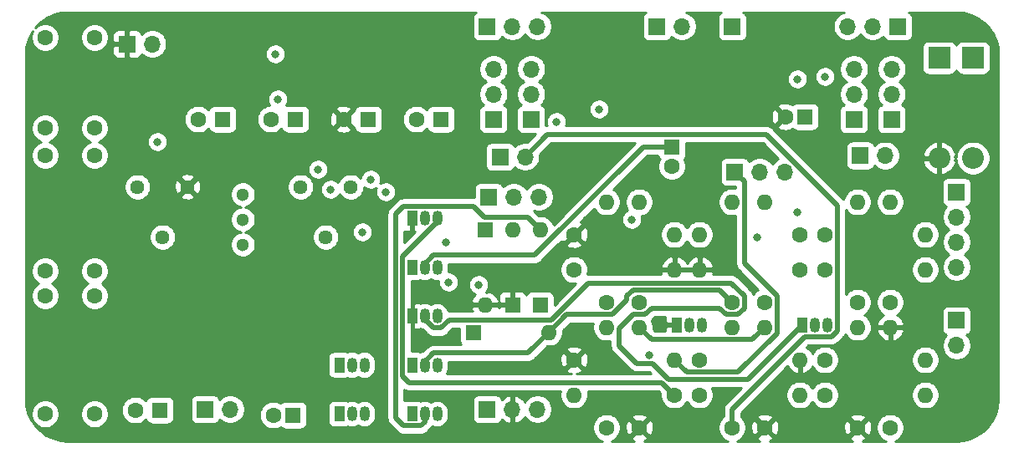
<source format=gbr>
G04 #@! TF.GenerationSoftware,KiCad,Pcbnew,(5.1.7)-1*
G04 #@! TF.CreationDate,2021-07-05T15:57:08-05:00*
G04 #@! TF.ProjectId,GuitarBoard,47756974-6172-4426-9f61-72642e6b6963,rev?*
G04 #@! TF.SameCoordinates,Original*
G04 #@! TF.FileFunction,Copper,L3,Inr*
G04 #@! TF.FilePolarity,Positive*
%FSLAX46Y46*%
G04 Gerber Fmt 4.6, Leading zero omitted, Abs format (unit mm)*
G04 Created by KiCad (PCBNEW (5.1.7)-1) date 2021-07-05 15:57:08*
%MOMM*%
%LPD*%
G01*
G04 APERTURE LIST*
G04 #@! TA.AperFunction,ComponentPad*
%ADD10C,1.440000*%
G04 #@! TD*
G04 #@! TA.AperFunction,ComponentPad*
%ADD11R,1.700000X1.700000*%
G04 #@! TD*
G04 #@! TA.AperFunction,ComponentPad*
%ADD12O,1.700000X1.700000*%
G04 #@! TD*
G04 #@! TA.AperFunction,ComponentPad*
%ADD13C,1.600000*%
G04 #@! TD*
G04 #@! TA.AperFunction,ComponentPad*
%ADD14R,2.200000X2.200000*%
G04 #@! TD*
G04 #@! TA.AperFunction,ComponentPad*
%ADD15O,2.200000X2.200000*%
G04 #@! TD*
G04 #@! TA.AperFunction,ComponentPad*
%ADD16R,1.600000X1.600000*%
G04 #@! TD*
G04 #@! TA.AperFunction,ComponentPad*
%ADD17O,1.600000X1.600000*%
G04 #@! TD*
G04 #@! TA.AperFunction,ComponentPad*
%ADD18O,1.050000X1.500000*%
G04 #@! TD*
G04 #@! TA.AperFunction,ComponentPad*
%ADD19R,1.050000X1.500000*%
G04 #@! TD*
G04 #@! TA.AperFunction,ComponentPad*
%ADD20C,1.300000*%
G04 #@! TD*
G04 #@! TA.AperFunction,ViaPad*
%ADD21C,0.800000*%
G04 #@! TD*
G04 #@! TA.AperFunction,Conductor*
%ADD22C,0.500000*%
G04 #@! TD*
G04 #@! TA.AperFunction,Conductor*
%ADD23C,0.254000*%
G04 #@! TD*
G04 #@! TA.AperFunction,Conductor*
%ADD24C,0.100000*%
G04 #@! TD*
G04 APERTURE END LIST*
D10*
G04 #@! TO.N,Net-(C7-Pad2)*
G04 #@! TO.C,RV4*
X69088000Y-93472000D03*
G04 #@! TO.N,FXOutA*
X71628000Y-98552000D03*
G04 #@! TO.N,FXGND*
X74168000Y-93472000D03*
G04 #@! TD*
D11*
G04 #@! TO.N,Net-(BT1-Pad1)*
G04 #@! TO.C,BT1*
X152000000Y-107000000D03*
D12*
G04 #@! TO.N,GND*
X152000000Y-109540000D03*
G04 #@! TD*
D13*
G04 #@! TO.N,Net-(C1-Pad1)*
G04 #@! TO.C,C1*
X64770000Y-87522000D03*
G04 #@! TO.N,GND*
X59770000Y-87522000D03*
G04 #@! TD*
G04 #@! TO.N,Net-(C3-Pad2)*
G04 #@! TO.C,C3*
X59770000Y-78340000D03*
G04 #@! TO.N,Net-(C3-Pad1)*
X64770000Y-78340000D03*
G04 #@! TD*
G04 #@! TO.N,Net-(C7-Pad2)*
G04 #@! TO.C,C7*
X59770000Y-104502000D03*
G04 #@! TO.N,Net-(C7-Pad1)*
X64770000Y-104502000D03*
G04 #@! TD*
D14*
G04 #@! TO.N,9V*
G04 #@! TO.C,D1*
X153670000Y-80391000D03*
D15*
G04 #@! TO.N,Net-(BT1-Pad1)*
X153670000Y-90551000D03*
G04 #@! TD*
D16*
G04 #@! TO.N,FXGND*
G04 #@! TO.C,D2*
X107061000Y-105410000D03*
D17*
G04 #@! TO.N,Net-(C7-Pad2)*
X107061000Y-97790000D03*
G04 #@! TD*
G04 #@! TO.N,FXGND*
G04 #@! TO.C,D3*
X104267000Y-105410000D03*
D16*
G04 #@! TO.N,Net-(C7-Pad2)*
X104267000Y-97790000D03*
G04 #@! TD*
D12*
G04 #@! TO.N,GND*
G04 #@! TO.C,J1*
X124206000Y-77222000D03*
D11*
G04 #@! TO.N,Net-(J1-Pad1)*
X121666000Y-77222000D03*
G04 #@! TD*
G04 #@! TO.N,GND*
G04 #@! TO.C,J2*
X104500000Y-116000000D03*
D12*
G04 #@! TO.N,FXGND*
X107040000Y-116000000D03*
G04 #@! TO.N,Net-(C12-Pad1)*
X109580000Y-116000000D03*
G04 #@! TD*
D11*
G04 #@! TO.N,GND*
G04 #@! TO.C,J3*
X129286000Y-77222000D03*
G04 #@! TD*
G04 #@! TO.N,Net-(C14-Pad2)*
G04 #@! TO.C,J8*
X75946000Y-116000000D03*
D12*
G04 #@! TO.N,GND*
X78486000Y-116000000D03*
G04 #@! TD*
D11*
G04 #@! TO.N,GND*
G04 #@! TO.C,J9*
X152000000Y-93980000D03*
D12*
X152000000Y-96520000D03*
G04 #@! TO.N,Amp*
X152000000Y-99060000D03*
G04 #@! TO.N,9V*
X152000000Y-101600000D03*
G04 #@! TD*
D18*
G04 #@! TO.N,Net-(C3-Pad2)*
G04 #@! TO.C,Q1*
X98171000Y-96647000D03*
G04 #@! TO.N,Net-(C7-Pad1)*
X99441000Y-96647000D03*
D19*
G04 #@! TO.N,FXGND*
X96901000Y-96647000D03*
G04 #@! TD*
D13*
G04 #@! TO.N,Net-(C7-Pad1)*
G04 #@! TO.C,R3*
X123444000Y-114554000D03*
D17*
G04 #@! TO.N,Net-(C3-Pad2)*
X113284000Y-114554000D03*
G04 #@! TD*
G04 #@! TO.N,9V*
G04 #@! TO.C,R4*
X145288000Y-94996000D03*
D13*
G04 #@! TO.N,Net-(C7-Pad1)*
X145288000Y-105156000D03*
G04 #@! TD*
D12*
G04 #@! TO.N,Net-(J1-Pad1)*
G04 #@! TO.C,RV1*
X140970000Y-77222000D03*
G04 #@! TO.N,Pickups*
X143510000Y-77222000D03*
D11*
G04 #@! TO.N,GND*
X146050000Y-77222000D03*
G04 #@! TD*
G04 #@! TO.N,Net-(J1-Pad1)*
G04 #@! TO.C,RV2*
X104500000Y-77222000D03*
D12*
G04 #@! TO.N,Net-(C1-Pad1)*
X107040000Y-77222000D03*
G04 #@! TO.N,N/C*
X109580000Y-77222000D03*
G04 #@! TD*
D10*
G04 #@! TO.N,FXInA*
G04 #@! TO.C,RV3*
X90678000Y-93472000D03*
X88138000Y-98552000D03*
G04 #@! TO.N,Net-(C3-Pad1)*
X85598000Y-93472000D03*
G04 #@! TD*
D12*
G04 #@! TO.N,GND*
G04 #@! TO.C,SW1*
X70590000Y-79000000D03*
D11*
G04 #@! TO.N,FXGND*
X68050000Y-79000000D03*
G04 #@! TD*
D12*
G04 #@! TO.N,FXInA*
G04 #@! TO.C,SW2*
X141605000Y-81534000D03*
G04 #@! TO.N,Pickups*
X141605000Y-84074000D03*
D11*
G04 #@! TO.N,Net-(SW2-Pad1)*
X141605000Y-86614000D03*
G04 #@! TD*
G04 #@! TO.N,Net-(R12-Pad2)*
G04 #@! TO.C,SW3*
X145415000Y-86614000D03*
D12*
G04 #@! TO.N,FXOutA*
X145415000Y-84074000D03*
G04 #@! TO.N,Net-(SW2-Pad1)*
X145415000Y-81534000D03*
G04 #@! TD*
G04 #@! TO.N,FXInB*
G04 #@! TO.C,SW4*
X105135000Y-81534000D03*
G04 #@! TO.N,Net-(SW2-Pad1)*
X105135000Y-84074000D03*
D11*
G04 #@! TO.N,Amp*
X105135000Y-86614000D03*
G04 #@! TD*
G04 #@! TO.N,Net-(R14-Pad2)*
G04 #@! TO.C,SW5*
X108945000Y-86614000D03*
D12*
G04 #@! TO.N,FXOutB*
X108945000Y-84074000D03*
G04 #@! TO.N,Amp*
X108945000Y-81534000D03*
G04 #@! TD*
D16*
G04 #@! TO.N,Net-(C2-Pad1)*
G04 #@! TO.C,C2*
X99822000Y-86614000D03*
D13*
G04 #@! TO.N,Net-(C2-Pad2)*
X97322000Y-86614000D03*
G04 #@! TD*
G04 #@! TO.N,Net-(C4-Pad2)*
G04 #@! TO.C,C4*
X68874000Y-116078000D03*
D16*
G04 #@! TO.N,Net-(C2-Pad2)*
X71374000Y-116078000D03*
G04 #@! TD*
G04 #@! TO.N,Net-(C5-Pad1)*
G04 #@! TO.C,C5*
X77724000Y-86614000D03*
D13*
G04 #@! TO.N,Net-(C4-Pad2)*
X75224000Y-86614000D03*
G04 #@! TD*
G04 #@! TO.N,Net-(C5-Pad1)*
G04 #@! TO.C,C6*
X82590000Y-86614000D03*
D16*
G04 #@! TO.N,Freq*
X85090000Y-86614000D03*
G04 #@! TD*
D13*
G04 #@! TO.N,Net-(C8-Pad1)*
G04 #@! TO.C,C8*
X64770000Y-90278000D03*
G04 #@! TO.N,Freq*
X59770000Y-90278000D03*
G04 #@! TD*
G04 #@! TO.N,Net-(C9-Pad2)*
G04 #@! TO.C,C9*
X123190000Y-91408000D03*
D16*
G04 #@! TO.N,Net-(C9-Pad1)*
X123190000Y-89408000D03*
G04 #@! TD*
G04 #@! TO.N,Net-(C10-Pad1)*
G04 #@! TO.C,C10*
X84836000Y-116586000D03*
D13*
G04 #@! TO.N,FXOutB*
X82836000Y-116586000D03*
G04 #@! TD*
D16*
G04 #@! TO.N,Net-(C11-Pad1)*
G04 #@! TO.C,C11*
X92456000Y-86614000D03*
D13*
G04 #@! TO.N,FXGND*
X89956000Y-86614000D03*
G04 #@! TD*
G04 #@! TO.N,Pickups*
G04 #@! TO.C,C12*
X59770000Y-116478000D03*
G04 #@! TO.N,Net-(C12-Pad1)*
X64770000Y-116478000D03*
G04 #@! TD*
D16*
G04 #@! TO.N,9V*
G04 #@! TO.C,C13*
X136652000Y-86360000D03*
D13*
G04 #@! TO.N,FXGND*
X134652000Y-86360000D03*
G04 #@! TD*
G04 #@! TO.N,Amp*
G04 #@! TO.C,C14*
X64770000Y-102000000D03*
G04 #@! TO.N,Net-(C14-Pad2)*
X59770000Y-102000000D03*
G04 #@! TD*
D17*
G04 #@! TO.N,Net-(D5-Pad2)*
G04 #@! TO.C,D5*
X109855000Y-97790000D03*
D16*
G04 #@! TO.N,9V*
X109855000Y-105410000D03*
G04 #@! TD*
G04 #@! TO.N,Net-(D7-Pad1)*
G04 #@! TO.C,D7*
X103124000Y-108204000D03*
D17*
G04 #@! TO.N,Net-(D7-Pad2)*
X110744000Y-108204000D03*
G04 #@! TD*
D14*
G04 #@! TO.N,9V*
G04 #@! TO.C,D9*
X150241000Y-80391000D03*
D15*
G04 #@! TO.N,FXGND*
X150241000Y-90551000D03*
G04 #@! TD*
D18*
G04 #@! TO.N,Net-(C2-Pad1)*
G04 #@! TO.C,Q2*
X137668000Y-107442000D03*
G04 #@! TO.N,9V*
X138938000Y-107442000D03*
D19*
G04 #@! TO.N,Net-(Q2-Pad1)*
X136398000Y-107442000D03*
G04 #@! TD*
G04 #@! TO.N,N/C*
G04 #@! TO.C,Q3*
X89535000Y-116459000D03*
D18*
G04 #@! TO.N,Net-(D5-Pad2)*
X92075000Y-116459000D03*
G04 #@! TO.N,GND*
X90805000Y-116459000D03*
G04 #@! TD*
G04 #@! TO.N,Net-(D5-Pad2)*
G04 #@! TO.C,Q4*
X98171000Y-116459000D03*
G04 #@! TO.N,GND*
X99441000Y-116459000D03*
D19*
G04 #@! TO.N,Net-(D6-Pad1)*
X96901000Y-116459000D03*
G04 #@! TD*
G04 #@! TO.N,N/C*
G04 #@! TO.C,Q5*
X89535000Y-111506000D03*
D18*
G04 #@! TO.N,Net-(D7-Pad2)*
X92075000Y-111506000D03*
G04 #@! TO.N,GND*
X90805000Y-111506000D03*
G04 #@! TD*
G04 #@! TO.N,Net-(D7-Pad2)*
G04 #@! TO.C,Q6*
X98171000Y-111506000D03*
G04 #@! TO.N,GND*
X99441000Y-111506000D03*
D19*
G04 #@! TO.N,Net-(D8-Pad1)*
X96901000Y-111506000D03*
G04 #@! TD*
G04 #@! TO.N,FXGND*
G04 #@! TO.C,Q7*
X96901000Y-106553000D03*
D18*
G04 #@! TO.N,Freq*
X99441000Y-106553000D03*
G04 #@! TO.N,Net-(Q2-Pad1)*
X98171000Y-106553000D03*
G04 #@! TD*
D19*
G04 #@! TO.N,FXGND*
G04 #@! TO.C,Q8*
X123698000Y-107442000D03*
D18*
G04 #@! TO.N,Net-(C9-Pad2)*
X126238000Y-107442000D03*
G04 #@! TO.N,Net-(C8-Pad1)*
X124968000Y-107442000D03*
G04 #@! TD*
G04 #@! TO.N,Net-(C9-Pad1)*
G04 #@! TO.C,Q9*
X98171000Y-101600000D03*
G04 #@! TO.N,Net-(C10-Pad1)*
X99441000Y-101600000D03*
D19*
G04 #@! TO.N,Net-(Q9-Pad1)*
X96901000Y-101600000D03*
G04 #@! TD*
D13*
G04 #@! TO.N,Net-(Q2-Pad1)*
G04 #@! TO.C,R1*
X136144000Y-101854000D03*
D17*
G04 #@! TO.N,FXGND*
X125984000Y-101854000D03*
G04 #@! TD*
G04 #@! TO.N,Net-(C2-Pad2)*
G04 #@! TO.C,R2*
X119888000Y-94996000D03*
D13*
G04 #@! TO.N,FXGND*
X119888000Y-105156000D03*
G04 #@! TD*
D17*
G04 #@! TO.N,Net-(C4-Pad2)*
G04 #@! TO.C,R5*
X132588000Y-107696000D03*
D13*
G04 #@! TO.N,FXGND*
X132588000Y-117856000D03*
G04 #@! TD*
D17*
G04 #@! TO.N,Freq*
G04 #@! TO.C,R6*
X125984000Y-98298000D03*
D13*
G04 #@! TO.N,9V*
X136144000Y-98298000D03*
G04 #@! TD*
G04 #@! TO.N,Freq*
G04 #@! TO.C,R7*
X138684000Y-114554000D03*
D17*
G04 #@! TO.N,Net-(R7-Pad2)*
X148844000Y-114554000D03*
G04 #@! TD*
D13*
G04 #@! TO.N,FXGND*
G04 #@! TO.C,R8*
X119888000Y-117856000D03*
D17*
G04 #@! TO.N,Net-(C4-Pad2)*
X119888000Y-107696000D03*
G04 #@! TD*
G04 #@! TO.N,Net-(C5-Pad1)*
G04 #@! TO.C,R9*
X141986000Y-107696000D03*
D13*
G04 #@! TO.N,FXGND*
X141986000Y-117856000D03*
G04 #@! TD*
G04 #@! TO.N,Net-(C8-Pad1)*
G04 #@! TO.C,R11*
X116586000Y-105156000D03*
D17*
G04 #@! TO.N,Net-(C5-Pad1)*
X116586000Y-94996000D03*
G04 #@! TD*
D13*
G04 #@! TO.N,Net-(D5-Pad2)*
G04 #@! TO.C,R12*
X132588000Y-105156000D03*
D17*
G04 #@! TO.N,Net-(R12-Pad2)*
X132588000Y-94996000D03*
G04 #@! TD*
D13*
G04 #@! TO.N,Net-(D6-Pad2)*
G04 #@! TO.C,R13*
X141986000Y-105156000D03*
D17*
G04 #@! TO.N,9V*
X141986000Y-94996000D03*
G04 #@! TD*
G04 #@! TO.N,Net-(R14-Pad2)*
G04 #@! TO.C,R14*
X129286000Y-94996000D03*
D13*
G04 #@! TO.N,Net-(D7-Pad2)*
X129286000Y-105156000D03*
G04 #@! TD*
D17*
G04 #@! TO.N,Net-(D7-Pad1)*
G04 #@! TO.C,R15*
X129286000Y-107696000D03*
D13*
G04 #@! TO.N,Net-(D8-Pad2)*
X129286000Y-117856000D03*
G04 #@! TD*
G04 #@! TO.N,FXGND*
G04 #@! TO.C,R16*
X113284000Y-98298000D03*
D17*
G04 #@! TO.N,FXInB*
X123444000Y-98298000D03*
G04 #@! TD*
D13*
G04 #@! TO.N,Net-(C8-Pad1)*
G04 #@! TO.C,R17*
X138684000Y-101854000D03*
D17*
G04 #@! TO.N,9V*
X148844000Y-101854000D03*
G04 #@! TD*
D13*
G04 #@! TO.N,FXGND*
G04 #@! TO.C,R18*
X113284000Y-110998000D03*
D17*
G04 #@! TO.N,Net-(R18-Pad2)*
X123444000Y-110998000D03*
G04 #@! TD*
G04 #@! TO.N,Net-(C9-Pad2)*
G04 #@! TO.C,R19*
X136144000Y-114554000D03*
D13*
G04 #@! TO.N,FXInB*
X125984000Y-114554000D03*
G04 #@! TD*
G04 #@! TO.N,Net-(C9-Pad2)*
G04 #@! TO.C,R20*
X145288000Y-117856000D03*
D17*
G04 #@! TO.N,FXGND*
X145288000Y-107696000D03*
G04 #@! TD*
G04 #@! TO.N,Net-(C10-Pad1)*
G04 #@! TO.C,R21*
X116586000Y-107696000D03*
D13*
G04 #@! TO.N,Net-(C9-Pad1)*
X116586000Y-117856000D03*
G04 #@! TD*
D17*
G04 #@! TO.N,9V*
G04 #@! TO.C,R22*
X148844000Y-98298000D03*
D13*
G04 #@! TO.N,Net-(C11-Pad1)*
X138684000Y-98298000D03*
G04 #@! TD*
G04 #@! TO.N,Net-(C10-Pad1)*
G04 #@! TO.C,R23*
X138684000Y-110998000D03*
D17*
G04 #@! TO.N,Net-(C11-Pad1)*
X148844000Y-110998000D03*
G04 #@! TD*
G04 #@! TO.N,FXGND*
G04 #@! TO.C,R24*
X123444000Y-101854000D03*
D13*
G04 #@! TO.N,Net-(Q9-Pad1)*
X113284000Y-101854000D03*
G04 #@! TD*
D17*
G04 #@! TO.N,FXGND*
G04 #@! TO.C,R25*
X136144000Y-110998000D03*
D13*
G04 #@! TO.N,FXOutB*
X125984000Y-110998000D03*
G04 #@! TD*
D12*
G04 #@! TO.N,Net-(C2-Pad1)*
G04 #@! TO.C,RV5*
X109728000Y-94488000D03*
X107188000Y-94488000D03*
D11*
G04 #@! TO.N,Net-(R7-Pad2)*
X104648000Y-94488000D03*
G04 #@! TD*
G04 #@! TO.N,Net-(R18-Pad2)*
G04 #@! TO.C,RV6*
X129540000Y-91948000D03*
D12*
X132080000Y-91948000D03*
G04 #@! TO.N,Net-(C8-Pad1)*
X134620000Y-91948000D03*
G04 #@! TD*
D11*
G04 #@! TO.N,Net-(D6-Pad1)*
G04 #@! TO.C,D6*
X142240000Y-90297000D03*
D12*
G04 #@! TO.N,Net-(D6-Pad2)*
X144780000Y-90297000D03*
G04 #@! TD*
G04 #@! TO.N,Net-(D8-Pad2)*
G04 #@! TO.C,D8*
X108331000Y-90424000D03*
D11*
G04 #@! TO.N,Net-(D8-Pad1)*
X105791000Y-90424000D03*
G04 #@! TD*
D20*
G04 #@! TO.N,Freq*
G04 #@! TO.C,SW6*
X79756000Y-96774000D03*
G04 #@! TO.N,Net-(D7-Pad1)*
X79756000Y-99314000D03*
G04 #@! TO.N,9V*
X79756000Y-94234000D03*
G04 #@! TD*
D21*
G04 #@! TO.N,Net-(C2-Pad2)*
X92710000Y-92710000D03*
G04 #@! TO.N,Net-(C7-Pad2)*
X91860000Y-98044000D03*
G04 #@! TO.N,Net-(C7-Pad1)*
X87376000Y-91694000D03*
G04 #@! TO.N,Net-(C8-Pad1)*
X115824000Y-85598000D03*
G04 #@! TO.N,FXGND*
X119380000Y-86868000D03*
X112014000Y-93218000D03*
G04 #@! TO.N,9V*
X83312000Y-84582000D03*
G04 #@! TO.N,Pickups*
X83058000Y-80010000D03*
G04 #@! TO.N,Amp*
X135890000Y-82550000D03*
X88646000Y-93726000D03*
G04 #@! TO.N,FXInA*
X111506000Y-86868000D03*
G04 #@! TO.N,FXOutB*
X94234000Y-93980000D03*
X135890000Y-96012000D03*
G04 #@! TO.N,FXInB*
X119126000Y-96774000D03*
G04 #@! TO.N,Net-(SW2-Pad1)*
X138684000Y-82296000D03*
G04 #@! TO.N,Net-(C4-Pad2)*
X71120000Y-88900000D03*
G04 #@! TO.N,Freq*
X131826000Y-98552000D03*
X103632000Y-103378000D03*
G04 #@! TO.N,Net-(D7-Pad1)*
X120904000Y-110490000D03*
G04 #@! TO.N,Net-(D8-Pad1)*
X100584000Y-103124000D03*
G04 #@! TO.N,Net-(Q9-Pad1)*
X100330000Y-99060000D03*
G04 #@! TD*
D22*
G04 #@! TO.N,Net-(C7-Pad1)*
X99441000Y-96980872D02*
X99441000Y-96647000D01*
X95925999Y-100495873D02*
X99441000Y-96980872D01*
X96613997Y-113303999D02*
X95925999Y-112616001D01*
X122193999Y-113303999D02*
X96613997Y-113303999D01*
X95925999Y-112616001D02*
X95925999Y-100495873D01*
X123444000Y-114554000D02*
X122193999Y-113303999D01*
G04 #@! TO.N,Net-(C4-Pad2)*
X131337999Y-108946001D02*
X132588000Y-107696000D01*
X121138001Y-108946001D02*
X131337999Y-108946001D01*
X119888000Y-107696000D02*
X121138001Y-108946001D01*
G04 #@! TO.N,Net-(C9-Pad1)*
X98171000Y-101266128D02*
X98171000Y-101600000D01*
X99037138Y-100399990D02*
X98171000Y-101266128D01*
X109332008Y-100399990D02*
X99037138Y-100399990D01*
X120323998Y-89408000D02*
X109332008Y-100399990D01*
X123190000Y-89408000D02*
X120323998Y-89408000D01*
G04 #@! TO.N,Net-(D5-Pad2)*
X108604999Y-96539999D02*
X109855000Y-97790000D01*
X103096988Y-95446990D02*
X104189997Y-96539999D01*
X96016008Y-95446990D02*
X103096988Y-95446990D01*
X96015999Y-117659001D02*
X95225989Y-116868991D01*
X104189997Y-96539999D02*
X108604999Y-96539999D01*
X97786001Y-117659001D02*
X96015999Y-117659001D01*
X95225989Y-96237009D02*
X96016008Y-95446990D01*
X98171000Y-117274002D02*
X97786001Y-117659001D01*
X95225989Y-116868991D02*
X95225989Y-96237009D01*
X98171000Y-116459000D02*
X98171000Y-117274002D01*
G04 #@! TO.N,Net-(D7-Pad2)*
X98171000Y-111172128D02*
X98171000Y-111506000D01*
X99037138Y-110305990D02*
X98171000Y-111172128D01*
X108642010Y-110305990D02*
X99037138Y-110305990D01*
X110744000Y-108204000D02*
X108642010Y-110305990D01*
X128035999Y-103905999D02*
X129286000Y-105156000D01*
X119287999Y-103905999D02*
X128035999Y-103905999D01*
X118637999Y-104954003D02*
X118637999Y-104555999D01*
X117186001Y-106406001D02*
X118637999Y-104954003D01*
X118637999Y-104555999D02*
X119287999Y-103905999D01*
X112541999Y-106406001D02*
X117186001Y-106406001D01*
X110744000Y-108204000D02*
X112541999Y-106406001D01*
G04 #@! TO.N,Net-(D8-Pad2)*
X110597001Y-88157999D02*
X108331000Y-90424000D01*
X132754001Y-88157999D02*
X110597001Y-88157999D01*
X139934001Y-95337999D02*
X132754001Y-88157999D01*
X139341862Y-108642010D02*
X139934001Y-108049871D01*
X136649988Y-108642010D02*
X139341862Y-108642010D01*
X129286000Y-116005998D02*
X136649988Y-108642010D01*
X139934001Y-108049871D02*
X139934001Y-95337999D01*
X129286000Y-117856000D02*
X129286000Y-116005998D01*
G04 #@! TO.N,Net-(Q2-Pad1)*
X100643873Y-106953999D02*
X99844862Y-107753010D01*
X99844862Y-107753010D02*
X99037138Y-107753010D01*
X111004039Y-106953999D02*
X100643873Y-106953999D01*
X130536001Y-104555999D02*
X129185991Y-103205989D01*
X114752049Y-103205989D02*
X111004039Y-106953999D01*
X130536001Y-105756001D02*
X130536001Y-104555999D01*
X129886001Y-106406001D02*
X130536001Y-105756001D01*
X128035999Y-105756001D02*
X128685999Y-106406001D01*
X98171000Y-106886872D02*
X98171000Y-106553000D01*
X121138001Y-105756001D02*
X128035999Y-105756001D01*
X120488001Y-106406001D02*
X121138001Y-105756001D01*
X119287999Y-106406001D02*
X120488001Y-106406001D01*
X117836001Y-107857999D02*
X119287999Y-106406001D01*
X128685999Y-106406001D02*
X129886001Y-106406001D01*
X117836001Y-109596001D02*
X117836001Y-107857999D01*
X99037138Y-107753010D02*
X98171000Y-106886872D01*
X119580001Y-111340001D02*
X117836001Y-109596001D01*
X129185991Y-103205989D02*
X114752049Y-103205989D01*
X121219964Y-111340001D02*
X119580001Y-111340001D01*
X122827974Y-112948011D02*
X121219964Y-111340001D01*
X130891989Y-112948011D02*
X122827974Y-112948011D01*
X136398000Y-107442000D02*
X130891989Y-112948011D01*
G04 #@! TO.N,Net-(R18-Pad2)*
X133838001Y-108296001D02*
X129886001Y-112248001D01*
X133838001Y-104555999D02*
X133838001Y-108296001D01*
X130536001Y-101253999D02*
X133838001Y-104555999D01*
X130536001Y-92944001D02*
X130536001Y-101253999D01*
X124694001Y-112248001D02*
X123444000Y-110998000D01*
X129886001Y-112248001D02*
X124694001Y-112248001D01*
X129540000Y-91948000D02*
X130536001Y-92944001D01*
G04 #@! TD*
D23*
G04 #@! TO.N,FXGND*
X103295506Y-75841463D02*
X103198815Y-75920815D01*
X103119463Y-76017506D01*
X103060498Y-76127820D01*
X103024188Y-76247518D01*
X103011928Y-76372000D01*
X103011928Y-78072000D01*
X103024188Y-78196482D01*
X103060498Y-78316180D01*
X103119463Y-78426494D01*
X103198815Y-78523185D01*
X103295506Y-78602537D01*
X103405820Y-78661502D01*
X103525518Y-78697812D01*
X103650000Y-78710072D01*
X105350000Y-78710072D01*
X105474482Y-78697812D01*
X105594180Y-78661502D01*
X105704494Y-78602537D01*
X105801185Y-78523185D01*
X105880537Y-78426494D01*
X105939502Y-78316180D01*
X105961513Y-78243620D01*
X106093368Y-78375475D01*
X106336589Y-78537990D01*
X106606842Y-78649932D01*
X106893740Y-78707000D01*
X107186260Y-78707000D01*
X107473158Y-78649932D01*
X107743411Y-78537990D01*
X107986632Y-78375475D01*
X108193475Y-78168632D01*
X108310000Y-77994240D01*
X108426525Y-78168632D01*
X108633368Y-78375475D01*
X108876589Y-78537990D01*
X109146842Y-78649932D01*
X109433740Y-78707000D01*
X109726260Y-78707000D01*
X110013158Y-78649932D01*
X110283411Y-78537990D01*
X110526632Y-78375475D01*
X110733475Y-78168632D01*
X110895990Y-77925411D01*
X111007932Y-77655158D01*
X111065000Y-77368260D01*
X111065000Y-77075740D01*
X111007932Y-76788842D01*
X110895990Y-76518589D01*
X110733475Y-76275368D01*
X110526632Y-76068525D01*
X110283411Y-75906010D01*
X110013158Y-75794068D01*
X109967570Y-75785000D01*
X120567139Y-75785000D01*
X120461506Y-75841463D01*
X120364815Y-75920815D01*
X120285463Y-76017506D01*
X120226498Y-76127820D01*
X120190188Y-76247518D01*
X120177928Y-76372000D01*
X120177928Y-78072000D01*
X120190188Y-78196482D01*
X120226498Y-78316180D01*
X120285463Y-78426494D01*
X120364815Y-78523185D01*
X120461506Y-78602537D01*
X120571820Y-78661502D01*
X120691518Y-78697812D01*
X120816000Y-78710072D01*
X122516000Y-78710072D01*
X122640482Y-78697812D01*
X122760180Y-78661502D01*
X122870494Y-78602537D01*
X122967185Y-78523185D01*
X123046537Y-78426494D01*
X123105502Y-78316180D01*
X123127513Y-78243620D01*
X123259368Y-78375475D01*
X123502589Y-78537990D01*
X123772842Y-78649932D01*
X124059740Y-78707000D01*
X124352260Y-78707000D01*
X124639158Y-78649932D01*
X124909411Y-78537990D01*
X125152632Y-78375475D01*
X125359475Y-78168632D01*
X125521990Y-77925411D01*
X125633932Y-77655158D01*
X125691000Y-77368260D01*
X125691000Y-77075740D01*
X125633932Y-76788842D01*
X125521990Y-76518589D01*
X125359475Y-76275368D01*
X125152632Y-76068525D01*
X124909411Y-75906010D01*
X124639158Y-75794068D01*
X124593570Y-75785000D01*
X128187139Y-75785000D01*
X128081506Y-75841463D01*
X127984815Y-75920815D01*
X127905463Y-76017506D01*
X127846498Y-76127820D01*
X127810188Y-76247518D01*
X127797928Y-76372000D01*
X127797928Y-78072000D01*
X127810188Y-78196482D01*
X127846498Y-78316180D01*
X127905463Y-78426494D01*
X127984815Y-78523185D01*
X128081506Y-78602537D01*
X128191820Y-78661502D01*
X128311518Y-78697812D01*
X128436000Y-78710072D01*
X130136000Y-78710072D01*
X130260482Y-78697812D01*
X130380180Y-78661502D01*
X130490494Y-78602537D01*
X130587185Y-78523185D01*
X130666537Y-78426494D01*
X130725502Y-78316180D01*
X130761812Y-78196482D01*
X130774072Y-78072000D01*
X130774072Y-76372000D01*
X130761812Y-76247518D01*
X130725502Y-76127820D01*
X130666537Y-76017506D01*
X130587185Y-75920815D01*
X130490494Y-75841463D01*
X130384861Y-75785000D01*
X140582430Y-75785000D01*
X140536842Y-75794068D01*
X140266589Y-75906010D01*
X140023368Y-76068525D01*
X139816525Y-76275368D01*
X139654010Y-76518589D01*
X139542068Y-76788842D01*
X139485000Y-77075740D01*
X139485000Y-77368260D01*
X139542068Y-77655158D01*
X139654010Y-77925411D01*
X139816525Y-78168632D01*
X140023368Y-78375475D01*
X140266589Y-78537990D01*
X140536842Y-78649932D01*
X140823740Y-78707000D01*
X141116260Y-78707000D01*
X141403158Y-78649932D01*
X141673411Y-78537990D01*
X141916632Y-78375475D01*
X142123475Y-78168632D01*
X142240000Y-77994240D01*
X142356525Y-78168632D01*
X142563368Y-78375475D01*
X142806589Y-78537990D01*
X143076842Y-78649932D01*
X143363740Y-78707000D01*
X143656260Y-78707000D01*
X143943158Y-78649932D01*
X144213411Y-78537990D01*
X144456632Y-78375475D01*
X144588487Y-78243620D01*
X144610498Y-78316180D01*
X144669463Y-78426494D01*
X144748815Y-78523185D01*
X144845506Y-78602537D01*
X144955820Y-78661502D01*
X145075518Y-78697812D01*
X145200000Y-78710072D01*
X146900000Y-78710072D01*
X147024482Y-78697812D01*
X147144180Y-78661502D01*
X147254494Y-78602537D01*
X147351185Y-78523185D01*
X147430537Y-78426494D01*
X147489502Y-78316180D01*
X147525812Y-78196482D01*
X147538072Y-78072000D01*
X147538072Y-76372000D01*
X147525812Y-76247518D01*
X147489502Y-76127820D01*
X147430537Y-76017506D01*
X147351185Y-75920815D01*
X147254494Y-75841463D01*
X147148861Y-75785000D01*
X151965042Y-75785000D01*
X152745857Y-75854686D01*
X153468144Y-76052281D01*
X154144017Y-76374656D01*
X154752127Y-76811626D01*
X155273247Y-77349380D01*
X155690897Y-77970909D01*
X155991887Y-78656583D01*
X156168146Y-79390752D01*
X156215000Y-80028786D01*
X156215001Y-114965031D01*
X156145314Y-115745857D01*
X155947718Y-116468148D01*
X155625345Y-117144017D01*
X155188371Y-117752130D01*
X154650620Y-118273247D01*
X154029091Y-118690897D01*
X153343414Y-118991888D01*
X152609248Y-119168146D01*
X151971214Y-119215000D01*
X145756918Y-119215000D01*
X145967727Y-119127680D01*
X146202759Y-118970637D01*
X146402637Y-118770759D01*
X146559680Y-118535727D01*
X146667853Y-118274574D01*
X146723000Y-117997335D01*
X146723000Y-117714665D01*
X146667853Y-117437426D01*
X146559680Y-117176273D01*
X146402637Y-116941241D01*
X146202759Y-116741363D01*
X145967727Y-116584320D01*
X145706574Y-116476147D01*
X145429335Y-116421000D01*
X145146665Y-116421000D01*
X144869426Y-116476147D01*
X144608273Y-116584320D01*
X144373241Y-116741363D01*
X144173363Y-116941241D01*
X144016320Y-117176273D01*
X143908147Y-117437426D01*
X143853000Y-117714665D01*
X143853000Y-117997335D01*
X143908147Y-118274574D01*
X144016320Y-118535727D01*
X144173363Y-118770759D01*
X144373241Y-118970637D01*
X144608273Y-119127680D01*
X144819082Y-119215000D01*
X142447386Y-119215000D01*
X142602292Y-119159603D01*
X142727514Y-119092671D01*
X142799097Y-118848702D01*
X141986000Y-118035605D01*
X141172903Y-118848702D01*
X141244486Y-119092671D01*
X141499996Y-119213571D01*
X141505697Y-119215000D01*
X133049386Y-119215000D01*
X133204292Y-119159603D01*
X133329514Y-119092671D01*
X133401097Y-118848702D01*
X132588000Y-118035605D01*
X131774903Y-118848702D01*
X131846486Y-119092671D01*
X132101996Y-119213571D01*
X132107697Y-119215000D01*
X129754918Y-119215000D01*
X129965727Y-119127680D01*
X130200759Y-118970637D01*
X130400637Y-118770759D01*
X130557680Y-118535727D01*
X130665853Y-118274574D01*
X130721000Y-117997335D01*
X130721000Y-117926512D01*
X131147783Y-117926512D01*
X131189213Y-118206130D01*
X131284397Y-118472292D01*
X131351329Y-118597514D01*
X131595298Y-118669097D01*
X132408395Y-117856000D01*
X132767605Y-117856000D01*
X133580702Y-118669097D01*
X133824671Y-118597514D01*
X133945571Y-118342004D01*
X134014300Y-118067816D01*
X134021265Y-117926512D01*
X140545783Y-117926512D01*
X140587213Y-118206130D01*
X140682397Y-118472292D01*
X140749329Y-118597514D01*
X140993298Y-118669097D01*
X141806395Y-117856000D01*
X142165605Y-117856000D01*
X142978702Y-118669097D01*
X143222671Y-118597514D01*
X143343571Y-118342004D01*
X143412300Y-118067816D01*
X143426217Y-117785488D01*
X143384787Y-117505870D01*
X143289603Y-117239708D01*
X143222671Y-117114486D01*
X142978702Y-117042903D01*
X142165605Y-117856000D01*
X141806395Y-117856000D01*
X140993298Y-117042903D01*
X140749329Y-117114486D01*
X140628429Y-117369996D01*
X140559700Y-117644184D01*
X140545783Y-117926512D01*
X134021265Y-117926512D01*
X134028217Y-117785488D01*
X133986787Y-117505870D01*
X133891603Y-117239708D01*
X133824671Y-117114486D01*
X133580702Y-117042903D01*
X132767605Y-117856000D01*
X132408395Y-117856000D01*
X131595298Y-117042903D01*
X131351329Y-117114486D01*
X131230429Y-117369996D01*
X131161700Y-117644184D01*
X131147783Y-117926512D01*
X130721000Y-117926512D01*
X130721000Y-117714665D01*
X130665853Y-117437426D01*
X130557680Y-117176273D01*
X130400637Y-116941241D01*
X130322694Y-116863298D01*
X131774903Y-116863298D01*
X132588000Y-117676395D01*
X133401097Y-116863298D01*
X141172903Y-116863298D01*
X141986000Y-117676395D01*
X142799097Y-116863298D01*
X142727514Y-116619329D01*
X142472004Y-116498429D01*
X142197816Y-116429700D01*
X141915488Y-116415783D01*
X141635870Y-116457213D01*
X141369708Y-116552397D01*
X141244486Y-116619329D01*
X141172903Y-116863298D01*
X133401097Y-116863298D01*
X133329514Y-116619329D01*
X133074004Y-116498429D01*
X132799816Y-116429700D01*
X132517488Y-116415783D01*
X132237870Y-116457213D01*
X131971708Y-116552397D01*
X131846486Y-116619329D01*
X131774903Y-116863298D01*
X130322694Y-116863298D01*
X130200759Y-116741363D01*
X130171000Y-116721479D01*
X130171000Y-116372576D01*
X132130911Y-114412665D01*
X134709000Y-114412665D01*
X134709000Y-114695335D01*
X134764147Y-114972574D01*
X134872320Y-115233727D01*
X135029363Y-115468759D01*
X135229241Y-115668637D01*
X135464273Y-115825680D01*
X135725426Y-115933853D01*
X136002665Y-115989000D01*
X136285335Y-115989000D01*
X136562574Y-115933853D01*
X136823727Y-115825680D01*
X137058759Y-115668637D01*
X137258637Y-115468759D01*
X137414000Y-115236241D01*
X137569363Y-115468759D01*
X137769241Y-115668637D01*
X138004273Y-115825680D01*
X138265426Y-115933853D01*
X138542665Y-115989000D01*
X138825335Y-115989000D01*
X139102574Y-115933853D01*
X139363727Y-115825680D01*
X139598759Y-115668637D01*
X139798637Y-115468759D01*
X139955680Y-115233727D01*
X140063853Y-114972574D01*
X140119000Y-114695335D01*
X140119000Y-114412665D01*
X147409000Y-114412665D01*
X147409000Y-114695335D01*
X147464147Y-114972574D01*
X147572320Y-115233727D01*
X147729363Y-115468759D01*
X147929241Y-115668637D01*
X148164273Y-115825680D01*
X148425426Y-115933853D01*
X148702665Y-115989000D01*
X148985335Y-115989000D01*
X149262574Y-115933853D01*
X149523727Y-115825680D01*
X149758759Y-115668637D01*
X149958637Y-115468759D01*
X150115680Y-115233727D01*
X150223853Y-114972574D01*
X150279000Y-114695335D01*
X150279000Y-114412665D01*
X150223853Y-114135426D01*
X150115680Y-113874273D01*
X149958637Y-113639241D01*
X149758759Y-113439363D01*
X149523727Y-113282320D01*
X149262574Y-113174147D01*
X148985335Y-113119000D01*
X148702665Y-113119000D01*
X148425426Y-113174147D01*
X148164273Y-113282320D01*
X147929241Y-113439363D01*
X147729363Y-113639241D01*
X147572320Y-113874273D01*
X147464147Y-114135426D01*
X147409000Y-114412665D01*
X140119000Y-114412665D01*
X140063853Y-114135426D01*
X139955680Y-113874273D01*
X139798637Y-113639241D01*
X139598759Y-113439363D01*
X139363727Y-113282320D01*
X139102574Y-113174147D01*
X138825335Y-113119000D01*
X138542665Y-113119000D01*
X138265426Y-113174147D01*
X138004273Y-113282320D01*
X137769241Y-113439363D01*
X137569363Y-113639241D01*
X137414000Y-113871759D01*
X137258637Y-113639241D01*
X137058759Y-113439363D01*
X136823727Y-113282320D01*
X136562574Y-113174147D01*
X136285335Y-113119000D01*
X136002665Y-113119000D01*
X135725426Y-113174147D01*
X135464273Y-113282320D01*
X135229241Y-113439363D01*
X135029363Y-113639241D01*
X134872320Y-113874273D01*
X134764147Y-114135426D01*
X134709000Y-114412665D01*
X132130911Y-114412665D01*
X134879325Y-111664251D01*
X134912963Y-111735420D01*
X135080481Y-111961414D01*
X135288869Y-112150385D01*
X135530119Y-112295070D01*
X135794960Y-112389909D01*
X136017000Y-112268624D01*
X136017000Y-111125000D01*
X135997000Y-111125000D01*
X135997000Y-110871000D01*
X136017000Y-110871000D01*
X136017000Y-110851000D01*
X136271000Y-110851000D01*
X136271000Y-110871000D01*
X136291000Y-110871000D01*
X136291000Y-111125000D01*
X136271000Y-111125000D01*
X136271000Y-112268624D01*
X136493040Y-112389909D01*
X136757881Y-112295070D01*
X136999131Y-112150385D01*
X137207519Y-111961414D01*
X137375037Y-111735420D01*
X137407643Y-111666435D01*
X137412320Y-111677727D01*
X137569363Y-111912759D01*
X137769241Y-112112637D01*
X138004273Y-112269680D01*
X138265426Y-112377853D01*
X138542665Y-112433000D01*
X138825335Y-112433000D01*
X139102574Y-112377853D01*
X139363727Y-112269680D01*
X139598759Y-112112637D01*
X139798637Y-111912759D01*
X139955680Y-111677727D01*
X140063853Y-111416574D01*
X140119000Y-111139335D01*
X140119000Y-110856665D01*
X147409000Y-110856665D01*
X147409000Y-111139335D01*
X147464147Y-111416574D01*
X147572320Y-111677727D01*
X147729363Y-111912759D01*
X147929241Y-112112637D01*
X148164273Y-112269680D01*
X148425426Y-112377853D01*
X148702665Y-112433000D01*
X148985335Y-112433000D01*
X149262574Y-112377853D01*
X149523727Y-112269680D01*
X149758759Y-112112637D01*
X149958637Y-111912759D01*
X150115680Y-111677727D01*
X150223853Y-111416574D01*
X150279000Y-111139335D01*
X150279000Y-110856665D01*
X150223853Y-110579426D01*
X150115680Y-110318273D01*
X149958637Y-110083241D01*
X149758759Y-109883363D01*
X149523727Y-109726320D01*
X149262574Y-109618147D01*
X148985335Y-109563000D01*
X148702665Y-109563000D01*
X148425426Y-109618147D01*
X148164273Y-109726320D01*
X147929241Y-109883363D01*
X147729363Y-110083241D01*
X147572320Y-110318273D01*
X147464147Y-110579426D01*
X147409000Y-110856665D01*
X140119000Y-110856665D01*
X140063853Y-110579426D01*
X139955680Y-110318273D01*
X139798637Y-110083241D01*
X139598759Y-109883363D01*
X139363727Y-109726320D01*
X139102574Y-109618147D01*
X138825335Y-109563000D01*
X138542665Y-109563000D01*
X138265426Y-109618147D01*
X138004273Y-109726320D01*
X137769241Y-109883363D01*
X137569363Y-110083241D01*
X137412320Y-110318273D01*
X137407643Y-110329565D01*
X137375037Y-110260580D01*
X137207519Y-110034586D01*
X136999131Y-109845615D01*
X136810869Y-109732708D01*
X137016567Y-109527010D01*
X139298393Y-109527010D01*
X139341862Y-109531291D01*
X139385331Y-109527010D01*
X139385339Y-109527010D01*
X139515352Y-109514205D01*
X139682175Y-109463599D01*
X139835921Y-109381421D01*
X139970679Y-109270827D01*
X139998396Y-109237054D01*
X140529046Y-108706404D01*
X140562818Y-108678688D01*
X140673412Y-108543930D01*
X140741542Y-108416467D01*
X140871363Y-108610759D01*
X141071241Y-108810637D01*
X141306273Y-108967680D01*
X141567426Y-109075853D01*
X141844665Y-109131000D01*
X142127335Y-109131000D01*
X142404574Y-109075853D01*
X142665727Y-108967680D01*
X142900759Y-108810637D01*
X143100637Y-108610759D01*
X143257680Y-108375727D01*
X143365853Y-108114574D01*
X143379684Y-108045040D01*
X143896091Y-108045040D01*
X143990930Y-108309881D01*
X144135615Y-108551131D01*
X144324586Y-108759519D01*
X144550580Y-108927037D01*
X144804913Y-109047246D01*
X144938961Y-109087904D01*
X145161000Y-108965915D01*
X145161000Y-107823000D01*
X145415000Y-107823000D01*
X145415000Y-108965915D01*
X145637039Y-109087904D01*
X145771087Y-109047246D01*
X146025420Y-108927037D01*
X146251414Y-108759519D01*
X146440385Y-108551131D01*
X146585070Y-108309881D01*
X146679909Y-108045040D01*
X146558624Y-107823000D01*
X145415000Y-107823000D01*
X145161000Y-107823000D01*
X144017376Y-107823000D01*
X143896091Y-108045040D01*
X143379684Y-108045040D01*
X143421000Y-107837335D01*
X143421000Y-107554665D01*
X143365853Y-107277426D01*
X143257680Y-107016273D01*
X143100637Y-106781241D01*
X142900759Y-106581363D01*
X142668241Y-106426000D01*
X142900759Y-106270637D01*
X143100637Y-106070759D01*
X143257680Y-105835727D01*
X143365853Y-105574574D01*
X143421000Y-105297335D01*
X143421000Y-105014665D01*
X143853000Y-105014665D01*
X143853000Y-105297335D01*
X143908147Y-105574574D01*
X144016320Y-105835727D01*
X144173363Y-106070759D01*
X144373241Y-106270637D01*
X144608273Y-106427680D01*
X144619565Y-106432357D01*
X144550580Y-106464963D01*
X144324586Y-106632481D01*
X144135615Y-106840869D01*
X143990930Y-107082119D01*
X143896091Y-107346960D01*
X144017376Y-107569000D01*
X145161000Y-107569000D01*
X145161000Y-107549000D01*
X145415000Y-107549000D01*
X145415000Y-107569000D01*
X146558624Y-107569000D01*
X146679909Y-107346960D01*
X146585070Y-107082119D01*
X146440385Y-106840869D01*
X146251414Y-106632481D01*
X146025420Y-106464963D01*
X145956435Y-106432357D01*
X145967727Y-106427680D01*
X146202759Y-106270637D01*
X146323396Y-106150000D01*
X150511928Y-106150000D01*
X150511928Y-107850000D01*
X150524188Y-107974482D01*
X150560498Y-108094180D01*
X150619463Y-108204494D01*
X150698815Y-108301185D01*
X150795506Y-108380537D01*
X150905820Y-108439502D01*
X150978380Y-108461513D01*
X150846525Y-108593368D01*
X150684010Y-108836589D01*
X150572068Y-109106842D01*
X150515000Y-109393740D01*
X150515000Y-109686260D01*
X150572068Y-109973158D01*
X150684010Y-110243411D01*
X150846525Y-110486632D01*
X151053368Y-110693475D01*
X151296589Y-110855990D01*
X151566842Y-110967932D01*
X151853740Y-111025000D01*
X152146260Y-111025000D01*
X152433158Y-110967932D01*
X152703411Y-110855990D01*
X152946632Y-110693475D01*
X153153475Y-110486632D01*
X153315990Y-110243411D01*
X153427932Y-109973158D01*
X153485000Y-109686260D01*
X153485000Y-109393740D01*
X153427932Y-109106842D01*
X153315990Y-108836589D01*
X153153475Y-108593368D01*
X153021620Y-108461513D01*
X153094180Y-108439502D01*
X153204494Y-108380537D01*
X153301185Y-108301185D01*
X153380537Y-108204494D01*
X153439502Y-108094180D01*
X153475812Y-107974482D01*
X153488072Y-107850000D01*
X153488072Y-106150000D01*
X153475812Y-106025518D01*
X153439502Y-105905820D01*
X153380537Y-105795506D01*
X153301185Y-105698815D01*
X153204494Y-105619463D01*
X153094180Y-105560498D01*
X152974482Y-105524188D01*
X152850000Y-105511928D01*
X151150000Y-105511928D01*
X151025518Y-105524188D01*
X150905820Y-105560498D01*
X150795506Y-105619463D01*
X150698815Y-105698815D01*
X150619463Y-105795506D01*
X150560498Y-105905820D01*
X150524188Y-106025518D01*
X150511928Y-106150000D01*
X146323396Y-106150000D01*
X146402637Y-106070759D01*
X146559680Y-105835727D01*
X146667853Y-105574574D01*
X146723000Y-105297335D01*
X146723000Y-105014665D01*
X146667853Y-104737426D01*
X146559680Y-104476273D01*
X146402637Y-104241241D01*
X146202759Y-104041363D01*
X145967727Y-103884320D01*
X145706574Y-103776147D01*
X145429335Y-103721000D01*
X145146665Y-103721000D01*
X144869426Y-103776147D01*
X144608273Y-103884320D01*
X144373241Y-104041363D01*
X144173363Y-104241241D01*
X144016320Y-104476273D01*
X143908147Y-104737426D01*
X143853000Y-105014665D01*
X143421000Y-105014665D01*
X143365853Y-104737426D01*
X143257680Y-104476273D01*
X143100637Y-104241241D01*
X142900759Y-104041363D01*
X142665727Y-103884320D01*
X142404574Y-103776147D01*
X142127335Y-103721000D01*
X141844665Y-103721000D01*
X141567426Y-103776147D01*
X141306273Y-103884320D01*
X141071241Y-104041363D01*
X140871363Y-104241241D01*
X140819001Y-104319606D01*
X140819001Y-101712665D01*
X147409000Y-101712665D01*
X147409000Y-101995335D01*
X147464147Y-102272574D01*
X147572320Y-102533727D01*
X147729363Y-102768759D01*
X147929241Y-102968637D01*
X148164273Y-103125680D01*
X148425426Y-103233853D01*
X148702665Y-103289000D01*
X148985335Y-103289000D01*
X149262574Y-103233853D01*
X149523727Y-103125680D01*
X149758759Y-102968637D01*
X149958637Y-102768759D01*
X150115680Y-102533727D01*
X150223853Y-102272574D01*
X150279000Y-101995335D01*
X150279000Y-101712665D01*
X150223853Y-101435426D01*
X150115680Y-101174273D01*
X149958637Y-100939241D01*
X149758759Y-100739363D01*
X149523727Y-100582320D01*
X149262574Y-100474147D01*
X148985335Y-100419000D01*
X148702665Y-100419000D01*
X148425426Y-100474147D01*
X148164273Y-100582320D01*
X147929241Y-100739363D01*
X147729363Y-100939241D01*
X147572320Y-101174273D01*
X147464147Y-101435426D01*
X147409000Y-101712665D01*
X140819001Y-101712665D01*
X140819001Y-98156665D01*
X147409000Y-98156665D01*
X147409000Y-98439335D01*
X147464147Y-98716574D01*
X147572320Y-98977727D01*
X147729363Y-99212759D01*
X147929241Y-99412637D01*
X148164273Y-99569680D01*
X148425426Y-99677853D01*
X148702665Y-99733000D01*
X148985335Y-99733000D01*
X149262574Y-99677853D01*
X149523727Y-99569680D01*
X149758759Y-99412637D01*
X149958637Y-99212759D01*
X150115680Y-98977727D01*
X150223853Y-98716574D01*
X150279000Y-98439335D01*
X150279000Y-98156665D01*
X150223853Y-97879426D01*
X150115680Y-97618273D01*
X149958637Y-97383241D01*
X149758759Y-97183363D01*
X149523727Y-97026320D01*
X149262574Y-96918147D01*
X148985335Y-96863000D01*
X148702665Y-96863000D01*
X148425426Y-96918147D01*
X148164273Y-97026320D01*
X147929241Y-97183363D01*
X147729363Y-97383241D01*
X147572320Y-97618273D01*
X147464147Y-97879426D01*
X147409000Y-98156665D01*
X140819001Y-98156665D01*
X140819001Y-95832394D01*
X140871363Y-95910759D01*
X141071241Y-96110637D01*
X141306273Y-96267680D01*
X141567426Y-96375853D01*
X141844665Y-96431000D01*
X142127335Y-96431000D01*
X142404574Y-96375853D01*
X142665727Y-96267680D01*
X142900759Y-96110637D01*
X143100637Y-95910759D01*
X143257680Y-95675727D01*
X143365853Y-95414574D01*
X143421000Y-95137335D01*
X143421000Y-94854665D01*
X143853000Y-94854665D01*
X143853000Y-95137335D01*
X143908147Y-95414574D01*
X144016320Y-95675727D01*
X144173363Y-95910759D01*
X144373241Y-96110637D01*
X144608273Y-96267680D01*
X144869426Y-96375853D01*
X145146665Y-96431000D01*
X145429335Y-96431000D01*
X145706574Y-96375853D01*
X145967727Y-96267680D01*
X146202759Y-96110637D01*
X146402637Y-95910759D01*
X146559680Y-95675727D01*
X146667853Y-95414574D01*
X146723000Y-95137335D01*
X146723000Y-94854665D01*
X146667853Y-94577426D01*
X146559680Y-94316273D01*
X146402637Y-94081241D01*
X146202759Y-93881363D01*
X145967727Y-93724320D01*
X145706574Y-93616147D01*
X145429335Y-93561000D01*
X145146665Y-93561000D01*
X144869426Y-93616147D01*
X144608273Y-93724320D01*
X144373241Y-93881363D01*
X144173363Y-94081241D01*
X144016320Y-94316273D01*
X143908147Y-94577426D01*
X143853000Y-94854665D01*
X143421000Y-94854665D01*
X143365853Y-94577426D01*
X143257680Y-94316273D01*
X143100637Y-94081241D01*
X142900759Y-93881363D01*
X142665727Y-93724320D01*
X142404574Y-93616147D01*
X142127335Y-93561000D01*
X141844665Y-93561000D01*
X141567426Y-93616147D01*
X141306273Y-93724320D01*
X141071241Y-93881363D01*
X140871363Y-94081241D01*
X140714320Y-94316273D01*
X140606147Y-94577426D01*
X140576599Y-94725974D01*
X140562818Y-94709182D01*
X140529050Y-94681469D01*
X138977581Y-93130000D01*
X150511928Y-93130000D01*
X150511928Y-94830000D01*
X150524188Y-94954482D01*
X150560498Y-95074180D01*
X150619463Y-95184494D01*
X150698815Y-95281185D01*
X150795506Y-95360537D01*
X150905820Y-95419502D01*
X150978380Y-95441513D01*
X150846525Y-95573368D01*
X150684010Y-95816589D01*
X150572068Y-96086842D01*
X150515000Y-96373740D01*
X150515000Y-96666260D01*
X150572068Y-96953158D01*
X150684010Y-97223411D01*
X150846525Y-97466632D01*
X151053368Y-97673475D01*
X151227760Y-97790000D01*
X151053368Y-97906525D01*
X150846525Y-98113368D01*
X150684010Y-98356589D01*
X150572068Y-98626842D01*
X150515000Y-98913740D01*
X150515000Y-99206260D01*
X150572068Y-99493158D01*
X150684010Y-99763411D01*
X150846525Y-100006632D01*
X151053368Y-100213475D01*
X151227760Y-100330000D01*
X151053368Y-100446525D01*
X150846525Y-100653368D01*
X150684010Y-100896589D01*
X150572068Y-101166842D01*
X150515000Y-101453740D01*
X150515000Y-101746260D01*
X150572068Y-102033158D01*
X150684010Y-102303411D01*
X150846525Y-102546632D01*
X151053368Y-102753475D01*
X151296589Y-102915990D01*
X151566842Y-103027932D01*
X151853740Y-103085000D01*
X152146260Y-103085000D01*
X152433158Y-103027932D01*
X152703411Y-102915990D01*
X152946632Y-102753475D01*
X153153475Y-102546632D01*
X153315990Y-102303411D01*
X153427932Y-102033158D01*
X153485000Y-101746260D01*
X153485000Y-101453740D01*
X153427932Y-101166842D01*
X153315990Y-100896589D01*
X153153475Y-100653368D01*
X152946632Y-100446525D01*
X152772240Y-100330000D01*
X152946632Y-100213475D01*
X153153475Y-100006632D01*
X153315990Y-99763411D01*
X153427932Y-99493158D01*
X153485000Y-99206260D01*
X153485000Y-98913740D01*
X153427932Y-98626842D01*
X153315990Y-98356589D01*
X153153475Y-98113368D01*
X152946632Y-97906525D01*
X152772240Y-97790000D01*
X152946632Y-97673475D01*
X153153475Y-97466632D01*
X153315990Y-97223411D01*
X153427932Y-96953158D01*
X153485000Y-96666260D01*
X153485000Y-96373740D01*
X153427932Y-96086842D01*
X153315990Y-95816589D01*
X153153475Y-95573368D01*
X153021620Y-95441513D01*
X153094180Y-95419502D01*
X153204494Y-95360537D01*
X153301185Y-95281185D01*
X153380537Y-95184494D01*
X153439502Y-95074180D01*
X153475812Y-94954482D01*
X153488072Y-94830000D01*
X153488072Y-93130000D01*
X153475812Y-93005518D01*
X153439502Y-92885820D01*
X153380537Y-92775506D01*
X153301185Y-92678815D01*
X153204494Y-92599463D01*
X153094180Y-92540498D01*
X152974482Y-92504188D01*
X152850000Y-92491928D01*
X151150000Y-92491928D01*
X151025518Y-92504188D01*
X150905820Y-92540498D01*
X150795506Y-92599463D01*
X150698815Y-92678815D01*
X150619463Y-92775506D01*
X150560498Y-92885820D01*
X150524188Y-93005518D01*
X150511928Y-93130000D01*
X138977581Y-93130000D01*
X135294581Y-89447000D01*
X140751928Y-89447000D01*
X140751928Y-91147000D01*
X140764188Y-91271482D01*
X140800498Y-91391180D01*
X140859463Y-91501494D01*
X140938815Y-91598185D01*
X141035506Y-91677537D01*
X141145820Y-91736502D01*
X141265518Y-91772812D01*
X141390000Y-91785072D01*
X143090000Y-91785072D01*
X143214482Y-91772812D01*
X143334180Y-91736502D01*
X143444494Y-91677537D01*
X143541185Y-91598185D01*
X143620537Y-91501494D01*
X143679502Y-91391180D01*
X143701513Y-91318620D01*
X143833368Y-91450475D01*
X144076589Y-91612990D01*
X144346842Y-91724932D01*
X144633740Y-91782000D01*
X144926260Y-91782000D01*
X145213158Y-91724932D01*
X145483411Y-91612990D01*
X145726632Y-91450475D01*
X145933475Y-91243632D01*
X146095990Y-91000411D01*
X146118062Y-90947123D01*
X148551821Y-90947123D01*
X148661558Y-91269054D01*
X148831992Y-91563391D01*
X149056573Y-91818822D01*
X149326671Y-92025531D01*
X149631906Y-92175575D01*
X149844878Y-92240175D01*
X150114000Y-92122125D01*
X150114000Y-90678000D01*
X148669400Y-90678000D01*
X148551821Y-90947123D01*
X146118062Y-90947123D01*
X146207932Y-90730158D01*
X146265000Y-90443260D01*
X146265000Y-90154877D01*
X148551821Y-90154877D01*
X148669400Y-90424000D01*
X150114000Y-90424000D01*
X150114000Y-88979875D01*
X150368000Y-88979875D01*
X150368000Y-90424000D01*
X150388000Y-90424000D01*
X150388000Y-90678000D01*
X150368000Y-90678000D01*
X150368000Y-92122125D01*
X150637122Y-92240175D01*
X150850094Y-92175575D01*
X151155329Y-92025531D01*
X151425427Y-91818822D01*
X151650008Y-91563391D01*
X151820442Y-91269054D01*
X151930179Y-90947123D01*
X151812601Y-90678002D01*
X151935000Y-90678002D01*
X151935000Y-90721883D01*
X152001675Y-91057081D01*
X152132463Y-91372831D01*
X152322337Y-91656998D01*
X152564002Y-91898663D01*
X152848169Y-92088537D01*
X153163919Y-92219325D01*
X153499117Y-92286000D01*
X153840883Y-92286000D01*
X154176081Y-92219325D01*
X154491831Y-92088537D01*
X154775998Y-91898663D01*
X155017663Y-91656998D01*
X155207537Y-91372831D01*
X155338325Y-91057081D01*
X155405000Y-90721883D01*
X155405000Y-90380117D01*
X155338325Y-90044919D01*
X155207537Y-89729169D01*
X155017663Y-89445002D01*
X154775998Y-89203337D01*
X154491831Y-89013463D01*
X154176081Y-88882675D01*
X153840883Y-88816000D01*
X153499117Y-88816000D01*
X153163919Y-88882675D01*
X152848169Y-89013463D01*
X152564002Y-89203337D01*
X152322337Y-89445002D01*
X152132463Y-89729169D01*
X152001675Y-90044919D01*
X151935000Y-90380117D01*
X151935000Y-90423998D01*
X151812601Y-90423998D01*
X151930179Y-90154877D01*
X151820442Y-89832946D01*
X151650008Y-89538609D01*
X151425427Y-89283178D01*
X151155329Y-89076469D01*
X150850094Y-88926425D01*
X150637122Y-88861825D01*
X150368000Y-88979875D01*
X150114000Y-88979875D01*
X149844878Y-88861825D01*
X149631906Y-88926425D01*
X149326671Y-89076469D01*
X149056573Y-89283178D01*
X148831992Y-89538609D01*
X148661558Y-89832946D01*
X148551821Y-90154877D01*
X146265000Y-90154877D01*
X146265000Y-90150740D01*
X146207932Y-89863842D01*
X146095990Y-89593589D01*
X145933475Y-89350368D01*
X145726632Y-89143525D01*
X145483411Y-88981010D01*
X145213158Y-88869068D01*
X144926260Y-88812000D01*
X144633740Y-88812000D01*
X144346842Y-88869068D01*
X144076589Y-88981010D01*
X143833368Y-89143525D01*
X143701513Y-89275380D01*
X143679502Y-89202820D01*
X143620537Y-89092506D01*
X143541185Y-88995815D01*
X143444494Y-88916463D01*
X143334180Y-88857498D01*
X143214482Y-88821188D01*
X143090000Y-88808928D01*
X141390000Y-88808928D01*
X141265518Y-88821188D01*
X141145820Y-88857498D01*
X141035506Y-88916463D01*
X140938815Y-88995815D01*
X140859463Y-89092506D01*
X140800498Y-89202820D01*
X140764188Y-89322518D01*
X140751928Y-89447000D01*
X135294581Y-89447000D01*
X133410535Y-87562955D01*
X133382818Y-87529182D01*
X133248060Y-87418588D01*
X133094314Y-87336410D01*
X132927491Y-87285804D01*
X132797478Y-87272999D01*
X132797470Y-87272999D01*
X132754001Y-87268718D01*
X132710532Y-87272999D01*
X112458520Y-87272999D01*
X112501226Y-87169898D01*
X112541000Y-86969939D01*
X112541000Y-86766061D01*
X112501226Y-86566102D01*
X112423205Y-86377744D01*
X112309937Y-86208226D01*
X112165774Y-86064063D01*
X111996256Y-85950795D01*
X111807898Y-85872774D01*
X111607939Y-85833000D01*
X111404061Y-85833000D01*
X111204102Y-85872774D01*
X111015744Y-85950795D01*
X110846226Y-86064063D01*
X110702063Y-86208226D01*
X110588795Y-86377744D01*
X110510774Y-86566102D01*
X110471000Y-86766061D01*
X110471000Y-86969939D01*
X110510774Y-87169898D01*
X110553482Y-87273003D01*
X110433072Y-87284862D01*
X110433072Y-85764000D01*
X110420812Y-85639518D01*
X110384502Y-85519820D01*
X110371803Y-85496061D01*
X114789000Y-85496061D01*
X114789000Y-85699939D01*
X114828774Y-85899898D01*
X114906795Y-86088256D01*
X115020063Y-86257774D01*
X115164226Y-86401937D01*
X115333744Y-86515205D01*
X115522102Y-86593226D01*
X115722061Y-86633000D01*
X115925939Y-86633000D01*
X116125898Y-86593226D01*
X116314256Y-86515205D01*
X116441008Y-86430512D01*
X133211783Y-86430512D01*
X133253213Y-86710130D01*
X133348397Y-86976292D01*
X133415329Y-87101514D01*
X133659298Y-87173097D01*
X134472395Y-86360000D01*
X133659298Y-85546903D01*
X133415329Y-85618486D01*
X133294429Y-85873996D01*
X133225700Y-86148184D01*
X133211783Y-86430512D01*
X116441008Y-86430512D01*
X116483774Y-86401937D01*
X116627937Y-86257774D01*
X116741205Y-86088256D01*
X116819226Y-85899898D01*
X116859000Y-85699939D01*
X116859000Y-85496061D01*
X116833388Y-85367298D01*
X133838903Y-85367298D01*
X134652000Y-86180395D01*
X134666143Y-86166253D01*
X134845748Y-86345858D01*
X134831605Y-86360000D01*
X134845748Y-86374143D01*
X134666143Y-86553748D01*
X134652000Y-86539605D01*
X133838903Y-87352702D01*
X133910486Y-87596671D01*
X134165996Y-87717571D01*
X134440184Y-87786300D01*
X134722512Y-87800217D01*
X135002130Y-87758787D01*
X135268292Y-87663603D01*
X135390309Y-87598384D01*
X135400815Y-87611185D01*
X135497506Y-87690537D01*
X135607820Y-87749502D01*
X135727518Y-87785812D01*
X135852000Y-87798072D01*
X137452000Y-87798072D01*
X137576482Y-87785812D01*
X137696180Y-87749502D01*
X137806494Y-87690537D01*
X137903185Y-87611185D01*
X137982537Y-87514494D01*
X138041502Y-87404180D01*
X138077812Y-87284482D01*
X138090072Y-87160000D01*
X138090072Y-85764000D01*
X140116928Y-85764000D01*
X140116928Y-87464000D01*
X140129188Y-87588482D01*
X140165498Y-87708180D01*
X140224463Y-87818494D01*
X140303815Y-87915185D01*
X140400506Y-87994537D01*
X140510820Y-88053502D01*
X140630518Y-88089812D01*
X140755000Y-88102072D01*
X142455000Y-88102072D01*
X142579482Y-88089812D01*
X142699180Y-88053502D01*
X142809494Y-87994537D01*
X142906185Y-87915185D01*
X142985537Y-87818494D01*
X143044502Y-87708180D01*
X143080812Y-87588482D01*
X143093072Y-87464000D01*
X143093072Y-85764000D01*
X143926928Y-85764000D01*
X143926928Y-87464000D01*
X143939188Y-87588482D01*
X143975498Y-87708180D01*
X144034463Y-87818494D01*
X144113815Y-87915185D01*
X144210506Y-87994537D01*
X144320820Y-88053502D01*
X144440518Y-88089812D01*
X144565000Y-88102072D01*
X146265000Y-88102072D01*
X146389482Y-88089812D01*
X146509180Y-88053502D01*
X146619494Y-87994537D01*
X146716185Y-87915185D01*
X146795537Y-87818494D01*
X146854502Y-87708180D01*
X146890812Y-87588482D01*
X146903072Y-87464000D01*
X146903072Y-85764000D01*
X146890812Y-85639518D01*
X146854502Y-85519820D01*
X146795537Y-85409506D01*
X146716185Y-85312815D01*
X146619494Y-85233463D01*
X146509180Y-85174498D01*
X146436620Y-85152487D01*
X146568475Y-85020632D01*
X146730990Y-84777411D01*
X146842932Y-84507158D01*
X146900000Y-84220260D01*
X146900000Y-83927740D01*
X146842932Y-83640842D01*
X146730990Y-83370589D01*
X146568475Y-83127368D01*
X146361632Y-82920525D01*
X146187240Y-82804000D01*
X146361632Y-82687475D01*
X146568475Y-82480632D01*
X146730990Y-82237411D01*
X146842932Y-81967158D01*
X146900000Y-81680260D01*
X146900000Y-81387740D01*
X146842932Y-81100842D01*
X146730990Y-80830589D01*
X146568475Y-80587368D01*
X146361632Y-80380525D01*
X146118411Y-80218010D01*
X145848158Y-80106068D01*
X145561260Y-80049000D01*
X145268740Y-80049000D01*
X144981842Y-80106068D01*
X144711589Y-80218010D01*
X144468368Y-80380525D01*
X144261525Y-80587368D01*
X144099010Y-80830589D01*
X143987068Y-81100842D01*
X143930000Y-81387740D01*
X143930000Y-81680260D01*
X143987068Y-81967158D01*
X144099010Y-82237411D01*
X144261525Y-82480632D01*
X144468368Y-82687475D01*
X144642760Y-82804000D01*
X144468368Y-82920525D01*
X144261525Y-83127368D01*
X144099010Y-83370589D01*
X143987068Y-83640842D01*
X143930000Y-83927740D01*
X143930000Y-84220260D01*
X143987068Y-84507158D01*
X144099010Y-84777411D01*
X144261525Y-85020632D01*
X144393380Y-85152487D01*
X144320820Y-85174498D01*
X144210506Y-85233463D01*
X144113815Y-85312815D01*
X144034463Y-85409506D01*
X143975498Y-85519820D01*
X143939188Y-85639518D01*
X143926928Y-85764000D01*
X143093072Y-85764000D01*
X143080812Y-85639518D01*
X143044502Y-85519820D01*
X142985537Y-85409506D01*
X142906185Y-85312815D01*
X142809494Y-85233463D01*
X142699180Y-85174498D01*
X142626620Y-85152487D01*
X142758475Y-85020632D01*
X142920990Y-84777411D01*
X143032932Y-84507158D01*
X143090000Y-84220260D01*
X143090000Y-83927740D01*
X143032932Y-83640842D01*
X142920990Y-83370589D01*
X142758475Y-83127368D01*
X142551632Y-82920525D01*
X142377240Y-82804000D01*
X142551632Y-82687475D01*
X142758475Y-82480632D01*
X142920990Y-82237411D01*
X143032932Y-81967158D01*
X143090000Y-81680260D01*
X143090000Y-81387740D01*
X143032932Y-81100842D01*
X142920990Y-80830589D01*
X142758475Y-80587368D01*
X142551632Y-80380525D01*
X142308411Y-80218010D01*
X142038158Y-80106068D01*
X141751260Y-80049000D01*
X141458740Y-80049000D01*
X141171842Y-80106068D01*
X140901589Y-80218010D01*
X140658368Y-80380525D01*
X140451525Y-80587368D01*
X140289010Y-80830589D01*
X140177068Y-81100842D01*
X140120000Y-81387740D01*
X140120000Y-81680260D01*
X140177068Y-81967158D01*
X140289010Y-82237411D01*
X140451525Y-82480632D01*
X140658368Y-82687475D01*
X140832760Y-82804000D01*
X140658368Y-82920525D01*
X140451525Y-83127368D01*
X140289010Y-83370589D01*
X140177068Y-83640842D01*
X140120000Y-83927740D01*
X140120000Y-84220260D01*
X140177068Y-84507158D01*
X140289010Y-84777411D01*
X140451525Y-85020632D01*
X140583380Y-85152487D01*
X140510820Y-85174498D01*
X140400506Y-85233463D01*
X140303815Y-85312815D01*
X140224463Y-85409506D01*
X140165498Y-85519820D01*
X140129188Y-85639518D01*
X140116928Y-85764000D01*
X138090072Y-85764000D01*
X138090072Y-85560000D01*
X138077812Y-85435518D01*
X138041502Y-85315820D01*
X137982537Y-85205506D01*
X137903185Y-85108815D01*
X137806494Y-85029463D01*
X137696180Y-84970498D01*
X137576482Y-84934188D01*
X137452000Y-84921928D01*
X135852000Y-84921928D01*
X135727518Y-84934188D01*
X135607820Y-84970498D01*
X135497506Y-85029463D01*
X135400815Y-85108815D01*
X135390193Y-85121758D01*
X135138004Y-85002429D01*
X134863816Y-84933700D01*
X134581488Y-84919783D01*
X134301870Y-84961213D01*
X134035708Y-85056397D01*
X133910486Y-85123329D01*
X133838903Y-85367298D01*
X116833388Y-85367298D01*
X116819226Y-85296102D01*
X116741205Y-85107744D01*
X116627937Y-84938226D01*
X116483774Y-84794063D01*
X116314256Y-84680795D01*
X116125898Y-84602774D01*
X115925939Y-84563000D01*
X115722061Y-84563000D01*
X115522102Y-84602774D01*
X115333744Y-84680795D01*
X115164226Y-84794063D01*
X115020063Y-84938226D01*
X114906795Y-85107744D01*
X114828774Y-85296102D01*
X114789000Y-85496061D01*
X110371803Y-85496061D01*
X110325537Y-85409506D01*
X110246185Y-85312815D01*
X110149494Y-85233463D01*
X110039180Y-85174498D01*
X109966620Y-85152487D01*
X110098475Y-85020632D01*
X110260990Y-84777411D01*
X110372932Y-84507158D01*
X110430000Y-84220260D01*
X110430000Y-83927740D01*
X110372932Y-83640842D01*
X110260990Y-83370589D01*
X110098475Y-83127368D01*
X109891632Y-82920525D01*
X109717240Y-82804000D01*
X109891632Y-82687475D01*
X110098475Y-82480632D01*
X110120238Y-82448061D01*
X134855000Y-82448061D01*
X134855000Y-82651939D01*
X134894774Y-82851898D01*
X134972795Y-83040256D01*
X135086063Y-83209774D01*
X135230226Y-83353937D01*
X135399744Y-83467205D01*
X135588102Y-83545226D01*
X135788061Y-83585000D01*
X135991939Y-83585000D01*
X136191898Y-83545226D01*
X136380256Y-83467205D01*
X136549774Y-83353937D01*
X136693937Y-83209774D01*
X136807205Y-83040256D01*
X136885226Y-82851898D01*
X136925000Y-82651939D01*
X136925000Y-82448061D01*
X136885226Y-82248102D01*
X136862842Y-82194061D01*
X137649000Y-82194061D01*
X137649000Y-82397939D01*
X137688774Y-82597898D01*
X137766795Y-82786256D01*
X137880063Y-82955774D01*
X138024226Y-83099937D01*
X138193744Y-83213205D01*
X138382102Y-83291226D01*
X138582061Y-83331000D01*
X138785939Y-83331000D01*
X138985898Y-83291226D01*
X139174256Y-83213205D01*
X139343774Y-83099937D01*
X139487937Y-82955774D01*
X139601205Y-82786256D01*
X139679226Y-82597898D01*
X139719000Y-82397939D01*
X139719000Y-82194061D01*
X139679226Y-81994102D01*
X139601205Y-81805744D01*
X139487937Y-81636226D01*
X139343774Y-81492063D01*
X139174256Y-81378795D01*
X138985898Y-81300774D01*
X138785939Y-81261000D01*
X138582061Y-81261000D01*
X138382102Y-81300774D01*
X138193744Y-81378795D01*
X138024226Y-81492063D01*
X137880063Y-81636226D01*
X137766795Y-81805744D01*
X137688774Y-81994102D01*
X137649000Y-82194061D01*
X136862842Y-82194061D01*
X136807205Y-82059744D01*
X136693937Y-81890226D01*
X136549774Y-81746063D01*
X136380256Y-81632795D01*
X136191898Y-81554774D01*
X135991939Y-81515000D01*
X135788061Y-81515000D01*
X135588102Y-81554774D01*
X135399744Y-81632795D01*
X135230226Y-81746063D01*
X135086063Y-81890226D01*
X134972795Y-82059744D01*
X134894774Y-82248102D01*
X134855000Y-82448061D01*
X110120238Y-82448061D01*
X110260990Y-82237411D01*
X110372932Y-81967158D01*
X110430000Y-81680260D01*
X110430000Y-81387740D01*
X110372932Y-81100842D01*
X110260990Y-80830589D01*
X110098475Y-80587368D01*
X109891632Y-80380525D01*
X109648411Y-80218010D01*
X109378158Y-80106068D01*
X109091260Y-80049000D01*
X108798740Y-80049000D01*
X108511842Y-80106068D01*
X108241589Y-80218010D01*
X107998368Y-80380525D01*
X107791525Y-80587368D01*
X107629010Y-80830589D01*
X107517068Y-81100842D01*
X107460000Y-81387740D01*
X107460000Y-81680260D01*
X107517068Y-81967158D01*
X107629010Y-82237411D01*
X107791525Y-82480632D01*
X107998368Y-82687475D01*
X108172760Y-82804000D01*
X107998368Y-82920525D01*
X107791525Y-83127368D01*
X107629010Y-83370589D01*
X107517068Y-83640842D01*
X107460000Y-83927740D01*
X107460000Y-84220260D01*
X107517068Y-84507158D01*
X107629010Y-84777411D01*
X107791525Y-85020632D01*
X107923380Y-85152487D01*
X107850820Y-85174498D01*
X107740506Y-85233463D01*
X107643815Y-85312815D01*
X107564463Y-85409506D01*
X107505498Y-85519820D01*
X107469188Y-85639518D01*
X107456928Y-85764000D01*
X107456928Y-87464000D01*
X107469188Y-87588482D01*
X107505498Y-87708180D01*
X107564463Y-87818494D01*
X107643815Y-87915185D01*
X107740506Y-87994537D01*
X107850820Y-88053502D01*
X107970518Y-88089812D01*
X108095000Y-88102072D01*
X109401349Y-88102072D01*
X108549960Y-88953461D01*
X108477260Y-88939000D01*
X108184740Y-88939000D01*
X107897842Y-88996068D01*
X107627589Y-89108010D01*
X107384368Y-89270525D01*
X107252513Y-89402380D01*
X107230502Y-89329820D01*
X107171537Y-89219506D01*
X107092185Y-89122815D01*
X106995494Y-89043463D01*
X106885180Y-88984498D01*
X106765482Y-88948188D01*
X106641000Y-88935928D01*
X104941000Y-88935928D01*
X104816518Y-88948188D01*
X104696820Y-88984498D01*
X104586506Y-89043463D01*
X104489815Y-89122815D01*
X104410463Y-89219506D01*
X104351498Y-89329820D01*
X104315188Y-89449518D01*
X104302928Y-89574000D01*
X104302928Y-91274000D01*
X104315188Y-91398482D01*
X104351498Y-91518180D01*
X104410463Y-91628494D01*
X104489815Y-91725185D01*
X104586506Y-91804537D01*
X104696820Y-91863502D01*
X104816518Y-91899812D01*
X104941000Y-91912072D01*
X106641000Y-91912072D01*
X106765482Y-91899812D01*
X106885180Y-91863502D01*
X106995494Y-91804537D01*
X107092185Y-91725185D01*
X107171537Y-91628494D01*
X107230502Y-91518180D01*
X107252513Y-91445620D01*
X107384368Y-91577475D01*
X107627589Y-91739990D01*
X107897842Y-91851932D01*
X108184740Y-91909000D01*
X108477260Y-91909000D01*
X108764158Y-91851932D01*
X109034411Y-91739990D01*
X109277632Y-91577475D01*
X109484475Y-91370632D01*
X109646990Y-91127411D01*
X109758932Y-90857158D01*
X109816000Y-90570260D01*
X109816000Y-90277740D01*
X109801539Y-90205040D01*
X110963580Y-89042999D01*
X119437420Y-89042999D01*
X111197990Y-97282430D01*
X111126680Y-97110273D01*
X110969637Y-96875241D01*
X110769759Y-96675363D01*
X110534727Y-96518320D01*
X110273574Y-96410147D01*
X109996335Y-96355000D01*
X109713665Y-96355000D01*
X109678561Y-96361983D01*
X109261533Y-95944955D01*
X109233816Y-95911182D01*
X109183314Y-95869736D01*
X109294842Y-95915932D01*
X109581740Y-95973000D01*
X109874260Y-95973000D01*
X110161158Y-95915932D01*
X110431411Y-95803990D01*
X110674632Y-95641475D01*
X110881475Y-95434632D01*
X111043990Y-95191411D01*
X111155932Y-94921158D01*
X111213000Y-94634260D01*
X111213000Y-94341740D01*
X111155932Y-94054842D01*
X111043990Y-93784589D01*
X110881475Y-93541368D01*
X110674632Y-93334525D01*
X110431411Y-93172010D01*
X110161158Y-93060068D01*
X109874260Y-93003000D01*
X109581740Y-93003000D01*
X109294842Y-93060068D01*
X109024589Y-93172010D01*
X108781368Y-93334525D01*
X108574525Y-93541368D01*
X108458000Y-93715760D01*
X108341475Y-93541368D01*
X108134632Y-93334525D01*
X107891411Y-93172010D01*
X107621158Y-93060068D01*
X107334260Y-93003000D01*
X107041740Y-93003000D01*
X106754842Y-93060068D01*
X106484589Y-93172010D01*
X106241368Y-93334525D01*
X106109513Y-93466380D01*
X106087502Y-93393820D01*
X106028537Y-93283506D01*
X105949185Y-93186815D01*
X105852494Y-93107463D01*
X105742180Y-93048498D01*
X105622482Y-93012188D01*
X105498000Y-92999928D01*
X103798000Y-92999928D01*
X103673518Y-93012188D01*
X103553820Y-93048498D01*
X103443506Y-93107463D01*
X103346815Y-93186815D01*
X103267463Y-93283506D01*
X103208498Y-93393820D01*
X103172188Y-93513518D01*
X103159928Y-93638000D01*
X103159928Y-94563907D01*
X103140465Y-94561990D01*
X103140457Y-94561990D01*
X103096988Y-94557709D01*
X103053519Y-94561990D01*
X96059477Y-94561990D01*
X96016008Y-94557709D01*
X95972539Y-94561990D01*
X95972531Y-94561990D01*
X95842518Y-94574795D01*
X95675694Y-94625401D01*
X95521949Y-94707579D01*
X95420961Y-94790458D01*
X95420959Y-94790460D01*
X95387191Y-94818173D01*
X95359478Y-94851941D01*
X94630940Y-95580480D01*
X94597173Y-95608192D01*
X94569460Y-95641960D01*
X94569457Y-95641963D01*
X94486579Y-95742950D01*
X94404401Y-95896696D01*
X94353794Y-96063519D01*
X94336708Y-96237009D01*
X94340990Y-96280488D01*
X94340989Y-116825522D01*
X94336708Y-116868991D01*
X94340989Y-116912460D01*
X94340989Y-116912467D01*
X94353794Y-117042480D01*
X94404400Y-117209303D01*
X94486578Y-117363049D01*
X94597172Y-117497808D01*
X94630945Y-117525525D01*
X95359469Y-118254050D01*
X95387182Y-118287818D01*
X95420950Y-118315531D01*
X95420952Y-118315533D01*
X95453207Y-118342004D01*
X95521940Y-118398412D01*
X95675686Y-118480590D01*
X95842509Y-118531196D01*
X95972522Y-118544001D01*
X95972530Y-118544001D01*
X96015999Y-118548282D01*
X96059468Y-118544001D01*
X97742532Y-118544001D01*
X97786001Y-118548282D01*
X97829470Y-118544001D01*
X97829478Y-118544001D01*
X97959491Y-118531196D01*
X98126314Y-118480590D01*
X98280060Y-118398412D01*
X98414818Y-118287818D01*
X98442535Y-118254045D01*
X98766044Y-117930536D01*
X98799817Y-117902819D01*
X98910411Y-117768061D01*
X98932178Y-117727337D01*
X98994941Y-117760885D01*
X99213601Y-117827215D01*
X99441000Y-117849612D01*
X99668400Y-117827215D01*
X99887060Y-117760885D01*
X100088579Y-117653171D01*
X100265212Y-117508212D01*
X100410171Y-117331579D01*
X100517885Y-117130059D01*
X100584215Y-116911399D01*
X100601000Y-116740978D01*
X100601000Y-116177021D01*
X100584215Y-116006600D01*
X100517885Y-115787940D01*
X100410171Y-115586421D01*
X100265212Y-115409788D01*
X100088578Y-115264829D01*
X99887059Y-115157115D01*
X99863605Y-115150000D01*
X103011928Y-115150000D01*
X103011928Y-116850000D01*
X103024188Y-116974482D01*
X103060498Y-117094180D01*
X103119463Y-117204494D01*
X103198815Y-117301185D01*
X103295506Y-117380537D01*
X103405820Y-117439502D01*
X103525518Y-117475812D01*
X103650000Y-117488072D01*
X105350000Y-117488072D01*
X105474482Y-117475812D01*
X105594180Y-117439502D01*
X105704494Y-117380537D01*
X105801185Y-117301185D01*
X105880537Y-117204494D01*
X105939502Y-117094180D01*
X105963966Y-117013534D01*
X106039731Y-117097588D01*
X106273080Y-117271641D01*
X106535901Y-117396825D01*
X106683110Y-117441476D01*
X106913000Y-117320155D01*
X106913000Y-116127000D01*
X106893000Y-116127000D01*
X106893000Y-115873000D01*
X106913000Y-115873000D01*
X106913000Y-114679845D01*
X107167000Y-114679845D01*
X107167000Y-115873000D01*
X107187000Y-115873000D01*
X107187000Y-116127000D01*
X107167000Y-116127000D01*
X107167000Y-117320155D01*
X107396890Y-117441476D01*
X107544099Y-117396825D01*
X107806920Y-117271641D01*
X108040269Y-117097588D01*
X108235178Y-116881355D01*
X108304805Y-116764466D01*
X108426525Y-116946632D01*
X108633368Y-117153475D01*
X108876589Y-117315990D01*
X109146842Y-117427932D01*
X109433740Y-117485000D01*
X109726260Y-117485000D01*
X110013158Y-117427932D01*
X110283411Y-117315990D01*
X110526632Y-117153475D01*
X110733475Y-116946632D01*
X110895990Y-116703411D01*
X111007932Y-116433158D01*
X111065000Y-116146260D01*
X111065000Y-115853740D01*
X111007932Y-115566842D01*
X110895990Y-115296589D01*
X110733475Y-115053368D01*
X110526632Y-114846525D01*
X110283411Y-114684010D01*
X110013158Y-114572068D01*
X109726260Y-114515000D01*
X109433740Y-114515000D01*
X109146842Y-114572068D01*
X108876589Y-114684010D01*
X108633368Y-114846525D01*
X108426525Y-115053368D01*
X108304805Y-115235534D01*
X108235178Y-115118645D01*
X108040269Y-114902412D01*
X107806920Y-114728359D01*
X107544099Y-114603175D01*
X107396890Y-114558524D01*
X107167000Y-114679845D01*
X106913000Y-114679845D01*
X106683110Y-114558524D01*
X106535901Y-114603175D01*
X106273080Y-114728359D01*
X106039731Y-114902412D01*
X105963966Y-114986466D01*
X105939502Y-114905820D01*
X105880537Y-114795506D01*
X105801185Y-114698815D01*
X105704494Y-114619463D01*
X105594180Y-114560498D01*
X105474482Y-114524188D01*
X105350000Y-114511928D01*
X103650000Y-114511928D01*
X103525518Y-114524188D01*
X103405820Y-114560498D01*
X103295506Y-114619463D01*
X103198815Y-114698815D01*
X103119463Y-114795506D01*
X103060498Y-114905820D01*
X103024188Y-115025518D01*
X103011928Y-115150000D01*
X99863605Y-115150000D01*
X99668399Y-115090785D01*
X99441000Y-115068388D01*
X99213600Y-115090785D01*
X98994940Y-115157115D01*
X98806000Y-115258106D01*
X98617059Y-115157115D01*
X98398399Y-115090785D01*
X98171000Y-115068388D01*
X97943600Y-115090785D01*
X97734902Y-115154093D01*
X97670180Y-115119498D01*
X97550482Y-115083188D01*
X97426000Y-115070928D01*
X96376000Y-115070928D01*
X96251518Y-115083188D01*
X96131820Y-115119498D01*
X96110989Y-115130633D01*
X96110989Y-114036066D01*
X96119938Y-114043410D01*
X96273684Y-114125588D01*
X96440507Y-114176194D01*
X96570520Y-114188999D01*
X96570530Y-114188999D01*
X96613996Y-114193280D01*
X96657462Y-114188999D01*
X111893491Y-114188999D01*
X111849000Y-114412665D01*
X111849000Y-114695335D01*
X111904147Y-114972574D01*
X112012320Y-115233727D01*
X112169363Y-115468759D01*
X112369241Y-115668637D01*
X112604273Y-115825680D01*
X112865426Y-115933853D01*
X113142665Y-115989000D01*
X113425335Y-115989000D01*
X113702574Y-115933853D01*
X113963727Y-115825680D01*
X114198759Y-115668637D01*
X114398637Y-115468759D01*
X114555680Y-115233727D01*
X114663853Y-114972574D01*
X114719000Y-114695335D01*
X114719000Y-114412665D01*
X114674509Y-114188999D01*
X121827421Y-114188999D01*
X122015983Y-114377561D01*
X122009000Y-114412665D01*
X122009000Y-114695335D01*
X122064147Y-114972574D01*
X122172320Y-115233727D01*
X122329363Y-115468759D01*
X122529241Y-115668637D01*
X122764273Y-115825680D01*
X123025426Y-115933853D01*
X123302665Y-115989000D01*
X123585335Y-115989000D01*
X123862574Y-115933853D01*
X124123727Y-115825680D01*
X124358759Y-115668637D01*
X124558637Y-115468759D01*
X124714000Y-115236241D01*
X124869363Y-115468759D01*
X125069241Y-115668637D01*
X125304273Y-115825680D01*
X125565426Y-115933853D01*
X125842665Y-115989000D01*
X126125335Y-115989000D01*
X126402574Y-115933853D01*
X126663727Y-115825680D01*
X126898759Y-115668637D01*
X127098637Y-115468759D01*
X127255680Y-115233727D01*
X127363853Y-114972574D01*
X127419000Y-114695335D01*
X127419000Y-114412665D01*
X127363853Y-114135426D01*
X127255680Y-113874273D01*
X127228110Y-113833011D01*
X130207409Y-113833011D01*
X128690952Y-115349468D01*
X128657184Y-115377181D01*
X128629471Y-115410949D01*
X128629468Y-115410952D01*
X128546590Y-115511939D01*
X128464412Y-115665685D01*
X128413805Y-115832508D01*
X128396719Y-116005998D01*
X128401001Y-116049477D01*
X128401001Y-116721478D01*
X128371241Y-116741363D01*
X128171363Y-116941241D01*
X128014320Y-117176273D01*
X127906147Y-117437426D01*
X127851000Y-117714665D01*
X127851000Y-117997335D01*
X127906147Y-118274574D01*
X128014320Y-118535727D01*
X128171363Y-118770759D01*
X128371241Y-118970637D01*
X128606273Y-119127680D01*
X128817082Y-119215000D01*
X120349386Y-119215000D01*
X120504292Y-119159603D01*
X120629514Y-119092671D01*
X120701097Y-118848702D01*
X119888000Y-118035605D01*
X119074903Y-118848702D01*
X119146486Y-119092671D01*
X119401996Y-119213571D01*
X119407697Y-119215000D01*
X117054918Y-119215000D01*
X117265727Y-119127680D01*
X117500759Y-118970637D01*
X117700637Y-118770759D01*
X117857680Y-118535727D01*
X117965853Y-118274574D01*
X118021000Y-117997335D01*
X118021000Y-117926512D01*
X118447783Y-117926512D01*
X118489213Y-118206130D01*
X118584397Y-118472292D01*
X118651329Y-118597514D01*
X118895298Y-118669097D01*
X119708395Y-117856000D01*
X120067605Y-117856000D01*
X120880702Y-118669097D01*
X121124671Y-118597514D01*
X121245571Y-118342004D01*
X121314300Y-118067816D01*
X121328217Y-117785488D01*
X121286787Y-117505870D01*
X121191603Y-117239708D01*
X121124671Y-117114486D01*
X120880702Y-117042903D01*
X120067605Y-117856000D01*
X119708395Y-117856000D01*
X118895298Y-117042903D01*
X118651329Y-117114486D01*
X118530429Y-117369996D01*
X118461700Y-117644184D01*
X118447783Y-117926512D01*
X118021000Y-117926512D01*
X118021000Y-117714665D01*
X117965853Y-117437426D01*
X117857680Y-117176273D01*
X117700637Y-116941241D01*
X117622694Y-116863298D01*
X119074903Y-116863298D01*
X119888000Y-117676395D01*
X120701097Y-116863298D01*
X120629514Y-116619329D01*
X120374004Y-116498429D01*
X120099816Y-116429700D01*
X119817488Y-116415783D01*
X119537870Y-116457213D01*
X119271708Y-116552397D01*
X119146486Y-116619329D01*
X119074903Y-116863298D01*
X117622694Y-116863298D01*
X117500759Y-116741363D01*
X117265727Y-116584320D01*
X117004574Y-116476147D01*
X116727335Y-116421000D01*
X116444665Y-116421000D01*
X116167426Y-116476147D01*
X115906273Y-116584320D01*
X115671241Y-116741363D01*
X115471363Y-116941241D01*
X115314320Y-117176273D01*
X115206147Y-117437426D01*
X115151000Y-117714665D01*
X115151000Y-117997335D01*
X115206147Y-118274574D01*
X115314320Y-118535727D01*
X115471363Y-118770759D01*
X115671241Y-118970637D01*
X115906273Y-119127680D01*
X116117082Y-119215000D01*
X62034958Y-119215000D01*
X61254143Y-119145314D01*
X60531852Y-118947718D01*
X59855983Y-118625345D01*
X59247870Y-118188371D01*
X58726753Y-117650620D01*
X58309103Y-117029091D01*
X58008112Y-116343414D01*
X58006492Y-116336665D01*
X58335000Y-116336665D01*
X58335000Y-116619335D01*
X58390147Y-116896574D01*
X58498320Y-117157727D01*
X58655363Y-117392759D01*
X58855241Y-117592637D01*
X59090273Y-117749680D01*
X59351426Y-117857853D01*
X59628665Y-117913000D01*
X59911335Y-117913000D01*
X60188574Y-117857853D01*
X60449727Y-117749680D01*
X60684759Y-117592637D01*
X60884637Y-117392759D01*
X61041680Y-117157727D01*
X61149853Y-116896574D01*
X61205000Y-116619335D01*
X61205000Y-116336665D01*
X63335000Y-116336665D01*
X63335000Y-116619335D01*
X63390147Y-116896574D01*
X63498320Y-117157727D01*
X63655363Y-117392759D01*
X63855241Y-117592637D01*
X64090273Y-117749680D01*
X64351426Y-117857853D01*
X64628665Y-117913000D01*
X64911335Y-117913000D01*
X65188574Y-117857853D01*
X65449727Y-117749680D01*
X65684759Y-117592637D01*
X65884637Y-117392759D01*
X66041680Y-117157727D01*
X66149853Y-116896574D01*
X66205000Y-116619335D01*
X66205000Y-116336665D01*
X66149853Y-116059426D01*
X66099004Y-115936665D01*
X67439000Y-115936665D01*
X67439000Y-116219335D01*
X67494147Y-116496574D01*
X67602320Y-116757727D01*
X67759363Y-116992759D01*
X67959241Y-117192637D01*
X68194273Y-117349680D01*
X68455426Y-117457853D01*
X68732665Y-117513000D01*
X69015335Y-117513000D01*
X69292574Y-117457853D01*
X69553727Y-117349680D01*
X69788759Y-117192637D01*
X69955339Y-117026057D01*
X69984498Y-117122180D01*
X70043463Y-117232494D01*
X70122815Y-117329185D01*
X70219506Y-117408537D01*
X70329820Y-117467502D01*
X70449518Y-117503812D01*
X70574000Y-117516072D01*
X72174000Y-117516072D01*
X72298482Y-117503812D01*
X72418180Y-117467502D01*
X72528494Y-117408537D01*
X72625185Y-117329185D01*
X72704537Y-117232494D01*
X72763502Y-117122180D01*
X72799812Y-117002482D01*
X72812072Y-116878000D01*
X72812072Y-115278000D01*
X72799812Y-115153518D01*
X72798745Y-115150000D01*
X74457928Y-115150000D01*
X74457928Y-116850000D01*
X74470188Y-116974482D01*
X74506498Y-117094180D01*
X74565463Y-117204494D01*
X74644815Y-117301185D01*
X74741506Y-117380537D01*
X74851820Y-117439502D01*
X74971518Y-117475812D01*
X75096000Y-117488072D01*
X76796000Y-117488072D01*
X76920482Y-117475812D01*
X77040180Y-117439502D01*
X77150494Y-117380537D01*
X77247185Y-117301185D01*
X77326537Y-117204494D01*
X77385502Y-117094180D01*
X77407513Y-117021620D01*
X77539368Y-117153475D01*
X77782589Y-117315990D01*
X78052842Y-117427932D01*
X78339740Y-117485000D01*
X78632260Y-117485000D01*
X78919158Y-117427932D01*
X79189411Y-117315990D01*
X79432632Y-117153475D01*
X79639475Y-116946632D01*
X79801990Y-116703411D01*
X79909165Y-116444665D01*
X81401000Y-116444665D01*
X81401000Y-116727335D01*
X81456147Y-117004574D01*
X81564320Y-117265727D01*
X81721363Y-117500759D01*
X81921241Y-117700637D01*
X82156273Y-117857680D01*
X82417426Y-117965853D01*
X82694665Y-118021000D01*
X82977335Y-118021000D01*
X83254574Y-117965853D01*
X83515727Y-117857680D01*
X83571210Y-117820607D01*
X83584815Y-117837185D01*
X83681506Y-117916537D01*
X83791820Y-117975502D01*
X83911518Y-118011812D01*
X84036000Y-118024072D01*
X85636000Y-118024072D01*
X85760482Y-118011812D01*
X85880180Y-117975502D01*
X85990494Y-117916537D01*
X86087185Y-117837185D01*
X86166537Y-117740494D01*
X86225502Y-117630180D01*
X86261812Y-117510482D01*
X86274072Y-117386000D01*
X86274072Y-115786000D01*
X86266489Y-115709000D01*
X88371928Y-115709000D01*
X88371928Y-117209000D01*
X88384188Y-117333482D01*
X88420498Y-117453180D01*
X88479463Y-117563494D01*
X88558815Y-117660185D01*
X88655506Y-117739537D01*
X88765820Y-117798502D01*
X88885518Y-117834812D01*
X89010000Y-117847072D01*
X90060000Y-117847072D01*
X90184482Y-117834812D01*
X90304180Y-117798502D01*
X90368902Y-117763907D01*
X90577601Y-117827215D01*
X90805000Y-117849612D01*
X91032400Y-117827215D01*
X91251060Y-117760885D01*
X91440000Y-117659894D01*
X91628941Y-117760885D01*
X91847601Y-117827215D01*
X92075000Y-117849612D01*
X92302400Y-117827215D01*
X92521060Y-117760885D01*
X92722579Y-117653171D01*
X92899212Y-117508212D01*
X93044171Y-117331579D01*
X93151885Y-117130059D01*
X93218215Y-116911399D01*
X93235000Y-116740978D01*
X93235000Y-116177021D01*
X93218215Y-116006600D01*
X93151885Y-115787940D01*
X93044171Y-115586421D01*
X92899212Y-115409788D01*
X92722578Y-115264829D01*
X92521059Y-115157115D01*
X92302399Y-115090785D01*
X92075000Y-115068388D01*
X91847600Y-115090785D01*
X91628940Y-115157115D01*
X91440000Y-115258106D01*
X91251059Y-115157115D01*
X91032399Y-115090785D01*
X90805000Y-115068388D01*
X90577600Y-115090785D01*
X90368902Y-115154093D01*
X90304180Y-115119498D01*
X90184482Y-115083188D01*
X90060000Y-115070928D01*
X89010000Y-115070928D01*
X88885518Y-115083188D01*
X88765820Y-115119498D01*
X88655506Y-115178463D01*
X88558815Y-115257815D01*
X88479463Y-115354506D01*
X88420498Y-115464820D01*
X88384188Y-115584518D01*
X88371928Y-115709000D01*
X86266489Y-115709000D01*
X86261812Y-115661518D01*
X86225502Y-115541820D01*
X86166537Y-115431506D01*
X86087185Y-115334815D01*
X85990494Y-115255463D01*
X85880180Y-115196498D01*
X85760482Y-115160188D01*
X85636000Y-115147928D01*
X84036000Y-115147928D01*
X83911518Y-115160188D01*
X83791820Y-115196498D01*
X83681506Y-115255463D01*
X83584815Y-115334815D01*
X83571210Y-115351393D01*
X83515727Y-115314320D01*
X83254574Y-115206147D01*
X82977335Y-115151000D01*
X82694665Y-115151000D01*
X82417426Y-115206147D01*
X82156273Y-115314320D01*
X81921241Y-115471363D01*
X81721363Y-115671241D01*
X81564320Y-115906273D01*
X81456147Y-116167426D01*
X81401000Y-116444665D01*
X79909165Y-116444665D01*
X79913932Y-116433158D01*
X79971000Y-116146260D01*
X79971000Y-115853740D01*
X79913932Y-115566842D01*
X79801990Y-115296589D01*
X79639475Y-115053368D01*
X79432632Y-114846525D01*
X79189411Y-114684010D01*
X78919158Y-114572068D01*
X78632260Y-114515000D01*
X78339740Y-114515000D01*
X78052842Y-114572068D01*
X77782589Y-114684010D01*
X77539368Y-114846525D01*
X77407513Y-114978380D01*
X77385502Y-114905820D01*
X77326537Y-114795506D01*
X77247185Y-114698815D01*
X77150494Y-114619463D01*
X77040180Y-114560498D01*
X76920482Y-114524188D01*
X76796000Y-114511928D01*
X75096000Y-114511928D01*
X74971518Y-114524188D01*
X74851820Y-114560498D01*
X74741506Y-114619463D01*
X74644815Y-114698815D01*
X74565463Y-114795506D01*
X74506498Y-114905820D01*
X74470188Y-115025518D01*
X74457928Y-115150000D01*
X72798745Y-115150000D01*
X72763502Y-115033820D01*
X72704537Y-114923506D01*
X72625185Y-114826815D01*
X72528494Y-114747463D01*
X72418180Y-114688498D01*
X72298482Y-114652188D01*
X72174000Y-114639928D01*
X70574000Y-114639928D01*
X70449518Y-114652188D01*
X70329820Y-114688498D01*
X70219506Y-114747463D01*
X70122815Y-114826815D01*
X70043463Y-114923506D01*
X69984498Y-115033820D01*
X69955339Y-115129943D01*
X69788759Y-114963363D01*
X69553727Y-114806320D01*
X69292574Y-114698147D01*
X69015335Y-114643000D01*
X68732665Y-114643000D01*
X68455426Y-114698147D01*
X68194273Y-114806320D01*
X67959241Y-114963363D01*
X67759363Y-115163241D01*
X67602320Y-115398273D01*
X67494147Y-115659426D01*
X67439000Y-115936665D01*
X66099004Y-115936665D01*
X66041680Y-115798273D01*
X65884637Y-115563241D01*
X65684759Y-115363363D01*
X65449727Y-115206320D01*
X65188574Y-115098147D01*
X64911335Y-115043000D01*
X64628665Y-115043000D01*
X64351426Y-115098147D01*
X64090273Y-115206320D01*
X63855241Y-115363363D01*
X63655363Y-115563241D01*
X63498320Y-115798273D01*
X63390147Y-116059426D01*
X63335000Y-116336665D01*
X61205000Y-116336665D01*
X61149853Y-116059426D01*
X61041680Y-115798273D01*
X60884637Y-115563241D01*
X60684759Y-115363363D01*
X60449727Y-115206320D01*
X60188574Y-115098147D01*
X59911335Y-115043000D01*
X59628665Y-115043000D01*
X59351426Y-115098147D01*
X59090273Y-115206320D01*
X58855241Y-115363363D01*
X58655363Y-115563241D01*
X58498320Y-115798273D01*
X58390147Y-116059426D01*
X58335000Y-116336665D01*
X58006492Y-116336665D01*
X57831854Y-115609248D01*
X57785000Y-114971214D01*
X57785000Y-110756000D01*
X88371928Y-110756000D01*
X88371928Y-112256000D01*
X88384188Y-112380482D01*
X88420498Y-112500180D01*
X88479463Y-112610494D01*
X88558815Y-112707185D01*
X88655506Y-112786537D01*
X88765820Y-112845502D01*
X88885518Y-112881812D01*
X89010000Y-112894072D01*
X90060000Y-112894072D01*
X90184482Y-112881812D01*
X90304180Y-112845502D01*
X90368902Y-112810907D01*
X90577601Y-112874215D01*
X90805000Y-112896612D01*
X91032400Y-112874215D01*
X91251060Y-112807885D01*
X91440001Y-112706894D01*
X91628941Y-112807885D01*
X91847601Y-112874215D01*
X92075000Y-112896612D01*
X92302400Y-112874215D01*
X92521060Y-112807885D01*
X92722579Y-112700171D01*
X92899212Y-112555212D01*
X93044171Y-112378579D01*
X93151885Y-112177059D01*
X93218215Y-111958399D01*
X93235000Y-111787978D01*
X93235000Y-111224021D01*
X93218215Y-111053600D01*
X93151885Y-110834940D01*
X93044171Y-110633421D01*
X92899212Y-110456788D01*
X92722578Y-110311829D01*
X92521059Y-110204115D01*
X92302399Y-110137785D01*
X92075000Y-110115388D01*
X91847600Y-110137785D01*
X91628940Y-110204115D01*
X91440000Y-110305106D01*
X91251059Y-110204115D01*
X91032399Y-110137785D01*
X90805000Y-110115388D01*
X90577600Y-110137785D01*
X90368902Y-110201093D01*
X90304180Y-110166498D01*
X90184482Y-110130188D01*
X90060000Y-110117928D01*
X89010000Y-110117928D01*
X88885518Y-110130188D01*
X88765820Y-110166498D01*
X88655506Y-110225463D01*
X88558815Y-110304815D01*
X88479463Y-110401506D01*
X88420498Y-110511820D01*
X88384188Y-110631518D01*
X88371928Y-110756000D01*
X57785000Y-110756000D01*
X57785000Y-101858665D01*
X58335000Y-101858665D01*
X58335000Y-102141335D01*
X58390147Y-102418574D01*
X58498320Y-102679727D01*
X58655363Y-102914759D01*
X58855241Y-103114637D01*
X59059323Y-103251000D01*
X58855241Y-103387363D01*
X58655363Y-103587241D01*
X58498320Y-103822273D01*
X58390147Y-104083426D01*
X58335000Y-104360665D01*
X58335000Y-104643335D01*
X58390147Y-104920574D01*
X58498320Y-105181727D01*
X58655363Y-105416759D01*
X58855241Y-105616637D01*
X59090273Y-105773680D01*
X59351426Y-105881853D01*
X59628665Y-105937000D01*
X59911335Y-105937000D01*
X60188574Y-105881853D01*
X60449727Y-105773680D01*
X60684759Y-105616637D01*
X60884637Y-105416759D01*
X61041680Y-105181727D01*
X61149853Y-104920574D01*
X61205000Y-104643335D01*
X61205000Y-104360665D01*
X61149853Y-104083426D01*
X61041680Y-103822273D01*
X60884637Y-103587241D01*
X60684759Y-103387363D01*
X60480677Y-103251000D01*
X60684759Y-103114637D01*
X60884637Y-102914759D01*
X61041680Y-102679727D01*
X61149853Y-102418574D01*
X61205000Y-102141335D01*
X61205000Y-101858665D01*
X63335000Y-101858665D01*
X63335000Y-102141335D01*
X63390147Y-102418574D01*
X63498320Y-102679727D01*
X63655363Y-102914759D01*
X63855241Y-103114637D01*
X64059323Y-103251000D01*
X63855241Y-103387363D01*
X63655363Y-103587241D01*
X63498320Y-103822273D01*
X63390147Y-104083426D01*
X63335000Y-104360665D01*
X63335000Y-104643335D01*
X63390147Y-104920574D01*
X63498320Y-105181727D01*
X63655363Y-105416759D01*
X63855241Y-105616637D01*
X64090273Y-105773680D01*
X64351426Y-105881853D01*
X64628665Y-105937000D01*
X64911335Y-105937000D01*
X65188574Y-105881853D01*
X65449727Y-105773680D01*
X65684759Y-105616637D01*
X65884637Y-105416759D01*
X66041680Y-105181727D01*
X66149853Y-104920574D01*
X66205000Y-104643335D01*
X66205000Y-104360665D01*
X66149853Y-104083426D01*
X66041680Y-103822273D01*
X65884637Y-103587241D01*
X65684759Y-103387363D01*
X65480677Y-103251000D01*
X65684759Y-103114637D01*
X65884637Y-102914759D01*
X66041680Y-102679727D01*
X66149853Y-102418574D01*
X66205000Y-102141335D01*
X66205000Y-101858665D01*
X66149853Y-101581426D01*
X66041680Y-101320273D01*
X65884637Y-101085241D01*
X65684759Y-100885363D01*
X65449727Y-100728320D01*
X65188574Y-100620147D01*
X64911335Y-100565000D01*
X64628665Y-100565000D01*
X64351426Y-100620147D01*
X64090273Y-100728320D01*
X63855241Y-100885363D01*
X63655363Y-101085241D01*
X63498320Y-101320273D01*
X63390147Y-101581426D01*
X63335000Y-101858665D01*
X61205000Y-101858665D01*
X61149853Y-101581426D01*
X61041680Y-101320273D01*
X60884637Y-101085241D01*
X60684759Y-100885363D01*
X60449727Y-100728320D01*
X60188574Y-100620147D01*
X59911335Y-100565000D01*
X59628665Y-100565000D01*
X59351426Y-100620147D01*
X59090273Y-100728320D01*
X58855241Y-100885363D01*
X58655363Y-101085241D01*
X58498320Y-101320273D01*
X58390147Y-101581426D01*
X58335000Y-101858665D01*
X57785000Y-101858665D01*
X57785000Y-98418544D01*
X70273000Y-98418544D01*
X70273000Y-98685456D01*
X70325072Y-98947239D01*
X70427215Y-99193833D01*
X70575503Y-99415762D01*
X70764238Y-99604497D01*
X70986167Y-99752785D01*
X71232761Y-99854928D01*
X71494544Y-99907000D01*
X71761456Y-99907000D01*
X72023239Y-99854928D01*
X72269833Y-99752785D01*
X72491762Y-99604497D01*
X72680497Y-99415762D01*
X72828785Y-99193833D01*
X72930928Y-98947239D01*
X72983000Y-98685456D01*
X72983000Y-98418544D01*
X72930928Y-98156761D01*
X72828785Y-97910167D01*
X72680497Y-97688238D01*
X72491762Y-97499503D01*
X72269833Y-97351215D01*
X72023239Y-97249072D01*
X71761456Y-97197000D01*
X71494544Y-97197000D01*
X71232761Y-97249072D01*
X70986167Y-97351215D01*
X70764238Y-97499503D01*
X70575503Y-97688238D01*
X70427215Y-97910167D01*
X70325072Y-98156761D01*
X70273000Y-98418544D01*
X57785000Y-98418544D01*
X57785000Y-93338544D01*
X67733000Y-93338544D01*
X67733000Y-93605456D01*
X67785072Y-93867239D01*
X67887215Y-94113833D01*
X68035503Y-94335762D01*
X68224238Y-94524497D01*
X68446167Y-94672785D01*
X68692761Y-94774928D01*
X68954544Y-94827000D01*
X69221456Y-94827000D01*
X69483239Y-94774928D01*
X69729833Y-94672785D01*
X69951762Y-94524497D01*
X70068699Y-94407560D01*
X73412045Y-94407560D01*
X73473932Y-94643368D01*
X73715790Y-94756266D01*
X73975027Y-94819811D01*
X74241680Y-94831561D01*
X74505501Y-94791063D01*
X74756353Y-94699875D01*
X74862068Y-94643368D01*
X74923955Y-94407560D01*
X74168000Y-93651605D01*
X73412045Y-94407560D01*
X70068699Y-94407560D01*
X70140497Y-94335762D01*
X70288785Y-94113833D01*
X70390928Y-93867239D01*
X70443000Y-93605456D01*
X70443000Y-93545680D01*
X72808439Y-93545680D01*
X72848937Y-93809501D01*
X72940125Y-94060353D01*
X72996632Y-94166068D01*
X73232440Y-94227955D01*
X73988395Y-93472000D01*
X74347605Y-93472000D01*
X75103560Y-94227955D01*
X75339368Y-94166068D01*
X75366735Y-94107439D01*
X78471000Y-94107439D01*
X78471000Y-94360561D01*
X78520381Y-94608821D01*
X78617247Y-94842676D01*
X78757875Y-95053140D01*
X78936860Y-95232125D01*
X79147324Y-95372753D01*
X79381179Y-95469619D01*
X79554027Y-95504000D01*
X79381179Y-95538381D01*
X79147324Y-95635247D01*
X78936860Y-95775875D01*
X78757875Y-95954860D01*
X78617247Y-96165324D01*
X78520381Y-96399179D01*
X78471000Y-96647439D01*
X78471000Y-96900561D01*
X78520381Y-97148821D01*
X78617247Y-97382676D01*
X78757875Y-97593140D01*
X78936860Y-97772125D01*
X79147324Y-97912753D01*
X79381179Y-98009619D01*
X79554027Y-98044000D01*
X79381179Y-98078381D01*
X79147324Y-98175247D01*
X78936860Y-98315875D01*
X78757875Y-98494860D01*
X78617247Y-98705324D01*
X78520381Y-98939179D01*
X78471000Y-99187439D01*
X78471000Y-99440561D01*
X78520381Y-99688821D01*
X78617247Y-99922676D01*
X78757875Y-100133140D01*
X78936860Y-100312125D01*
X79147324Y-100452753D01*
X79381179Y-100549619D01*
X79629439Y-100599000D01*
X79882561Y-100599000D01*
X80130821Y-100549619D01*
X80364676Y-100452753D01*
X80575140Y-100312125D01*
X80754125Y-100133140D01*
X80894753Y-99922676D01*
X80991619Y-99688821D01*
X81041000Y-99440561D01*
X81041000Y-99187439D01*
X80991619Y-98939179D01*
X80894753Y-98705324D01*
X80754125Y-98494860D01*
X80677809Y-98418544D01*
X86783000Y-98418544D01*
X86783000Y-98685456D01*
X86835072Y-98947239D01*
X86937215Y-99193833D01*
X87085503Y-99415762D01*
X87274238Y-99604497D01*
X87496167Y-99752785D01*
X87742761Y-99854928D01*
X88004544Y-99907000D01*
X88271456Y-99907000D01*
X88533239Y-99854928D01*
X88779833Y-99752785D01*
X89001762Y-99604497D01*
X89190497Y-99415762D01*
X89338785Y-99193833D01*
X89440928Y-98947239D01*
X89493000Y-98685456D01*
X89493000Y-98418544D01*
X89440928Y-98156761D01*
X89351996Y-97942061D01*
X90825000Y-97942061D01*
X90825000Y-98145939D01*
X90864774Y-98345898D01*
X90942795Y-98534256D01*
X91056063Y-98703774D01*
X91200226Y-98847937D01*
X91369744Y-98961205D01*
X91558102Y-99039226D01*
X91758061Y-99079000D01*
X91961939Y-99079000D01*
X92161898Y-99039226D01*
X92350256Y-98961205D01*
X92519774Y-98847937D01*
X92663937Y-98703774D01*
X92777205Y-98534256D01*
X92855226Y-98345898D01*
X92895000Y-98145939D01*
X92895000Y-97942061D01*
X92855226Y-97742102D01*
X92777205Y-97553744D01*
X92663937Y-97384226D01*
X92519774Y-97240063D01*
X92350256Y-97126795D01*
X92161898Y-97048774D01*
X91961939Y-97009000D01*
X91758061Y-97009000D01*
X91558102Y-97048774D01*
X91369744Y-97126795D01*
X91200226Y-97240063D01*
X91056063Y-97384226D01*
X90942795Y-97553744D01*
X90864774Y-97742102D01*
X90825000Y-97942061D01*
X89351996Y-97942061D01*
X89338785Y-97910167D01*
X89190497Y-97688238D01*
X89001762Y-97499503D01*
X88779833Y-97351215D01*
X88533239Y-97249072D01*
X88271456Y-97197000D01*
X88004544Y-97197000D01*
X87742761Y-97249072D01*
X87496167Y-97351215D01*
X87274238Y-97499503D01*
X87085503Y-97688238D01*
X86937215Y-97910167D01*
X86835072Y-98156761D01*
X86783000Y-98418544D01*
X80677809Y-98418544D01*
X80575140Y-98315875D01*
X80364676Y-98175247D01*
X80130821Y-98078381D01*
X79957973Y-98044000D01*
X80130821Y-98009619D01*
X80364676Y-97912753D01*
X80575140Y-97772125D01*
X80754125Y-97593140D01*
X80894753Y-97382676D01*
X80991619Y-97148821D01*
X81041000Y-96900561D01*
X81041000Y-96647439D01*
X80991619Y-96399179D01*
X80894753Y-96165324D01*
X80754125Y-95954860D01*
X80575140Y-95775875D01*
X80364676Y-95635247D01*
X80130821Y-95538381D01*
X79957973Y-95504000D01*
X80130821Y-95469619D01*
X80364676Y-95372753D01*
X80575140Y-95232125D01*
X80754125Y-95053140D01*
X80894753Y-94842676D01*
X80991619Y-94608821D01*
X81041000Y-94360561D01*
X81041000Y-94107439D01*
X80991619Y-93859179D01*
X80894753Y-93625324D01*
X80754125Y-93414860D01*
X80677809Y-93338544D01*
X84243000Y-93338544D01*
X84243000Y-93605456D01*
X84295072Y-93867239D01*
X84397215Y-94113833D01*
X84545503Y-94335762D01*
X84734238Y-94524497D01*
X84956167Y-94672785D01*
X85202761Y-94774928D01*
X85464544Y-94827000D01*
X85731456Y-94827000D01*
X85993239Y-94774928D01*
X86239833Y-94672785D01*
X86461762Y-94524497D01*
X86650497Y-94335762D01*
X86798785Y-94113833D01*
X86900928Y-93867239D01*
X86949299Y-93624061D01*
X87611000Y-93624061D01*
X87611000Y-93827939D01*
X87650774Y-94027898D01*
X87728795Y-94216256D01*
X87842063Y-94385774D01*
X87986226Y-94529937D01*
X88155744Y-94643205D01*
X88344102Y-94721226D01*
X88544061Y-94761000D01*
X88747939Y-94761000D01*
X88947898Y-94721226D01*
X89136256Y-94643205D01*
X89305774Y-94529937D01*
X89449937Y-94385774D01*
X89554428Y-94229391D01*
X89625503Y-94335762D01*
X89814238Y-94524497D01*
X90036167Y-94672785D01*
X90282761Y-94774928D01*
X90544544Y-94827000D01*
X90811456Y-94827000D01*
X91073239Y-94774928D01*
X91319833Y-94672785D01*
X91541762Y-94524497D01*
X91730497Y-94335762D01*
X91878785Y-94113833D01*
X91980928Y-93867239D01*
X92033000Y-93605456D01*
X92033000Y-93496711D01*
X92050226Y-93513937D01*
X92219744Y-93627205D01*
X92408102Y-93705226D01*
X92608061Y-93745000D01*
X92811939Y-93745000D01*
X93011898Y-93705226D01*
X93200256Y-93627205D01*
X93282665Y-93572141D01*
X93238774Y-93678102D01*
X93199000Y-93878061D01*
X93199000Y-94081939D01*
X93238774Y-94281898D01*
X93316795Y-94470256D01*
X93430063Y-94639774D01*
X93574226Y-94783937D01*
X93743744Y-94897205D01*
X93932102Y-94975226D01*
X94132061Y-95015000D01*
X94335939Y-95015000D01*
X94535898Y-94975226D01*
X94724256Y-94897205D01*
X94893774Y-94783937D01*
X95037937Y-94639774D01*
X95151205Y-94470256D01*
X95229226Y-94281898D01*
X95269000Y-94081939D01*
X95269000Y-93878061D01*
X95229226Y-93678102D01*
X95151205Y-93489744D01*
X95037937Y-93320226D01*
X94893774Y-93176063D01*
X94724256Y-93062795D01*
X94535898Y-92984774D01*
X94335939Y-92945000D01*
X94132061Y-92945000D01*
X93932102Y-92984774D01*
X93743744Y-93062795D01*
X93661335Y-93117859D01*
X93705226Y-93011898D01*
X93745000Y-92811939D01*
X93745000Y-92608061D01*
X93705226Y-92408102D01*
X93627205Y-92219744D01*
X93513937Y-92050226D01*
X93369774Y-91906063D01*
X93200256Y-91792795D01*
X93011898Y-91714774D01*
X92811939Y-91675000D01*
X92608061Y-91675000D01*
X92408102Y-91714774D01*
X92219744Y-91792795D01*
X92050226Y-91906063D01*
X91906063Y-92050226D01*
X91792795Y-92219744D01*
X91714774Y-92408102D01*
X91684178Y-92561919D01*
X91541762Y-92419503D01*
X91319833Y-92271215D01*
X91073239Y-92169072D01*
X90811456Y-92117000D01*
X90544544Y-92117000D01*
X90282761Y-92169072D01*
X90036167Y-92271215D01*
X89814238Y-92419503D01*
X89625503Y-92608238D01*
X89477215Y-92830167D01*
X89400085Y-93016374D01*
X89305774Y-92922063D01*
X89136256Y-92808795D01*
X88947898Y-92730774D01*
X88747939Y-92691000D01*
X88544061Y-92691000D01*
X88344102Y-92730774D01*
X88155744Y-92808795D01*
X87986226Y-92922063D01*
X87842063Y-93066226D01*
X87728795Y-93235744D01*
X87650774Y-93424102D01*
X87611000Y-93624061D01*
X86949299Y-93624061D01*
X86953000Y-93605456D01*
X86953000Y-93338544D01*
X86900928Y-93076761D01*
X86798785Y-92830167D01*
X86650497Y-92608238D01*
X86461762Y-92419503D01*
X86239833Y-92271215D01*
X85993239Y-92169072D01*
X85731456Y-92117000D01*
X85464544Y-92117000D01*
X85202761Y-92169072D01*
X84956167Y-92271215D01*
X84734238Y-92419503D01*
X84545503Y-92608238D01*
X84397215Y-92830167D01*
X84295072Y-93076761D01*
X84243000Y-93338544D01*
X80677809Y-93338544D01*
X80575140Y-93235875D01*
X80364676Y-93095247D01*
X80130821Y-92998381D01*
X79882561Y-92949000D01*
X79629439Y-92949000D01*
X79381179Y-92998381D01*
X79147324Y-93095247D01*
X78936860Y-93235875D01*
X78757875Y-93414860D01*
X78617247Y-93625324D01*
X78520381Y-93859179D01*
X78471000Y-94107439D01*
X75366735Y-94107439D01*
X75452266Y-93924210D01*
X75515811Y-93664973D01*
X75527561Y-93398320D01*
X75487063Y-93134499D01*
X75395875Y-92883647D01*
X75339368Y-92777932D01*
X75103560Y-92716045D01*
X74347605Y-93472000D01*
X73988395Y-93472000D01*
X73232440Y-92716045D01*
X72996632Y-92777932D01*
X72883734Y-93019790D01*
X72820189Y-93279027D01*
X72808439Y-93545680D01*
X70443000Y-93545680D01*
X70443000Y-93338544D01*
X70390928Y-93076761D01*
X70288785Y-92830167D01*
X70140497Y-92608238D01*
X70068699Y-92536440D01*
X73412045Y-92536440D01*
X74168000Y-93292395D01*
X74923955Y-92536440D01*
X74862068Y-92300632D01*
X74620210Y-92187734D01*
X74360973Y-92124189D01*
X74094320Y-92112439D01*
X73830499Y-92152937D01*
X73579647Y-92244125D01*
X73473932Y-92300632D01*
X73412045Y-92536440D01*
X70068699Y-92536440D01*
X69951762Y-92419503D01*
X69729833Y-92271215D01*
X69483239Y-92169072D01*
X69221456Y-92117000D01*
X68954544Y-92117000D01*
X68692761Y-92169072D01*
X68446167Y-92271215D01*
X68224238Y-92419503D01*
X68035503Y-92608238D01*
X67887215Y-92830167D01*
X67785072Y-93076761D01*
X67733000Y-93338544D01*
X57785000Y-93338544D01*
X57785000Y-87380665D01*
X58335000Y-87380665D01*
X58335000Y-87663335D01*
X58390147Y-87940574D01*
X58498320Y-88201727D01*
X58655363Y-88436759D01*
X58855241Y-88636637D01*
X59090273Y-88793680D01*
X59346952Y-88900000D01*
X59090273Y-89006320D01*
X58855241Y-89163363D01*
X58655363Y-89363241D01*
X58498320Y-89598273D01*
X58390147Y-89859426D01*
X58335000Y-90136665D01*
X58335000Y-90419335D01*
X58390147Y-90696574D01*
X58498320Y-90957727D01*
X58655363Y-91192759D01*
X58855241Y-91392637D01*
X59090273Y-91549680D01*
X59351426Y-91657853D01*
X59628665Y-91713000D01*
X59911335Y-91713000D01*
X60188574Y-91657853D01*
X60449727Y-91549680D01*
X60684759Y-91392637D01*
X60884637Y-91192759D01*
X61041680Y-90957727D01*
X61149853Y-90696574D01*
X61205000Y-90419335D01*
X61205000Y-90136665D01*
X61149853Y-89859426D01*
X61041680Y-89598273D01*
X60884637Y-89363241D01*
X60684759Y-89163363D01*
X60449727Y-89006320D01*
X60193048Y-88900000D01*
X60449727Y-88793680D01*
X60684759Y-88636637D01*
X60884637Y-88436759D01*
X61041680Y-88201727D01*
X61149853Y-87940574D01*
X61205000Y-87663335D01*
X61205000Y-87380665D01*
X63335000Y-87380665D01*
X63335000Y-87663335D01*
X63390147Y-87940574D01*
X63498320Y-88201727D01*
X63655363Y-88436759D01*
X63855241Y-88636637D01*
X64090273Y-88793680D01*
X64346952Y-88900000D01*
X64090273Y-89006320D01*
X63855241Y-89163363D01*
X63655363Y-89363241D01*
X63498320Y-89598273D01*
X63390147Y-89859426D01*
X63335000Y-90136665D01*
X63335000Y-90419335D01*
X63390147Y-90696574D01*
X63498320Y-90957727D01*
X63655363Y-91192759D01*
X63855241Y-91392637D01*
X64090273Y-91549680D01*
X64351426Y-91657853D01*
X64628665Y-91713000D01*
X64911335Y-91713000D01*
X65188574Y-91657853D01*
X65347410Y-91592061D01*
X86341000Y-91592061D01*
X86341000Y-91795939D01*
X86380774Y-91995898D01*
X86458795Y-92184256D01*
X86572063Y-92353774D01*
X86716226Y-92497937D01*
X86885744Y-92611205D01*
X87074102Y-92689226D01*
X87274061Y-92729000D01*
X87477939Y-92729000D01*
X87677898Y-92689226D01*
X87866256Y-92611205D01*
X88035774Y-92497937D01*
X88179937Y-92353774D01*
X88293205Y-92184256D01*
X88371226Y-91995898D01*
X88411000Y-91795939D01*
X88411000Y-91592061D01*
X88371226Y-91392102D01*
X88293205Y-91203744D01*
X88179937Y-91034226D01*
X88035774Y-90890063D01*
X87866256Y-90776795D01*
X87677898Y-90698774D01*
X87477939Y-90659000D01*
X87274061Y-90659000D01*
X87074102Y-90698774D01*
X86885744Y-90776795D01*
X86716226Y-90890063D01*
X86572063Y-91034226D01*
X86458795Y-91203744D01*
X86380774Y-91392102D01*
X86341000Y-91592061D01*
X65347410Y-91592061D01*
X65449727Y-91549680D01*
X65684759Y-91392637D01*
X65884637Y-91192759D01*
X66041680Y-90957727D01*
X66149853Y-90696574D01*
X66205000Y-90419335D01*
X66205000Y-90136665D01*
X66149853Y-89859426D01*
X66041680Y-89598273D01*
X65884637Y-89363241D01*
X65684759Y-89163363D01*
X65449727Y-89006320D01*
X65193048Y-88900000D01*
X65439150Y-88798061D01*
X70085000Y-88798061D01*
X70085000Y-89001939D01*
X70124774Y-89201898D01*
X70202795Y-89390256D01*
X70316063Y-89559774D01*
X70460226Y-89703937D01*
X70629744Y-89817205D01*
X70818102Y-89895226D01*
X71018061Y-89935000D01*
X71221939Y-89935000D01*
X71421898Y-89895226D01*
X71610256Y-89817205D01*
X71779774Y-89703937D01*
X71923937Y-89559774D01*
X72037205Y-89390256D01*
X72115226Y-89201898D01*
X72155000Y-89001939D01*
X72155000Y-88798061D01*
X72115226Y-88598102D01*
X72037205Y-88409744D01*
X71923937Y-88240226D01*
X71779774Y-88096063D01*
X71610256Y-87982795D01*
X71421898Y-87904774D01*
X71221939Y-87865000D01*
X71018061Y-87865000D01*
X70818102Y-87904774D01*
X70629744Y-87982795D01*
X70460226Y-88096063D01*
X70316063Y-88240226D01*
X70202795Y-88409744D01*
X70124774Y-88598102D01*
X70085000Y-88798061D01*
X65439150Y-88798061D01*
X65449727Y-88793680D01*
X65684759Y-88636637D01*
X65884637Y-88436759D01*
X66041680Y-88201727D01*
X66149853Y-87940574D01*
X66205000Y-87663335D01*
X66205000Y-87380665D01*
X66149853Y-87103426D01*
X66041680Y-86842273D01*
X65884637Y-86607241D01*
X65750061Y-86472665D01*
X73789000Y-86472665D01*
X73789000Y-86755335D01*
X73844147Y-87032574D01*
X73952320Y-87293727D01*
X74109363Y-87528759D01*
X74309241Y-87728637D01*
X74544273Y-87885680D01*
X74805426Y-87993853D01*
X75082665Y-88049000D01*
X75365335Y-88049000D01*
X75642574Y-87993853D01*
X75903727Y-87885680D01*
X76138759Y-87728637D01*
X76305339Y-87562057D01*
X76334498Y-87658180D01*
X76393463Y-87768494D01*
X76472815Y-87865185D01*
X76569506Y-87944537D01*
X76679820Y-88003502D01*
X76799518Y-88039812D01*
X76924000Y-88052072D01*
X78524000Y-88052072D01*
X78648482Y-88039812D01*
X78768180Y-88003502D01*
X78878494Y-87944537D01*
X78975185Y-87865185D01*
X79054537Y-87768494D01*
X79113502Y-87658180D01*
X79149812Y-87538482D01*
X79162072Y-87414000D01*
X79162072Y-86472665D01*
X81155000Y-86472665D01*
X81155000Y-86755335D01*
X81210147Y-87032574D01*
X81318320Y-87293727D01*
X81475363Y-87528759D01*
X81675241Y-87728637D01*
X81910273Y-87885680D01*
X82171426Y-87993853D01*
X82448665Y-88049000D01*
X82731335Y-88049000D01*
X83008574Y-87993853D01*
X83269727Y-87885680D01*
X83504759Y-87728637D01*
X83671339Y-87562057D01*
X83700498Y-87658180D01*
X83759463Y-87768494D01*
X83838815Y-87865185D01*
X83935506Y-87944537D01*
X84045820Y-88003502D01*
X84165518Y-88039812D01*
X84290000Y-88052072D01*
X85890000Y-88052072D01*
X86014482Y-88039812D01*
X86134180Y-88003502D01*
X86244494Y-87944537D01*
X86341185Y-87865185D01*
X86420537Y-87768494D01*
X86479502Y-87658180D01*
X86495117Y-87606702D01*
X89142903Y-87606702D01*
X89214486Y-87850671D01*
X89469996Y-87971571D01*
X89744184Y-88040300D01*
X90026512Y-88054217D01*
X90306130Y-88012787D01*
X90572292Y-87917603D01*
X90697514Y-87850671D01*
X90769097Y-87606702D01*
X89956000Y-86793605D01*
X89142903Y-87606702D01*
X86495117Y-87606702D01*
X86515812Y-87538482D01*
X86528072Y-87414000D01*
X86528072Y-86684512D01*
X88515783Y-86684512D01*
X88557213Y-86964130D01*
X88652397Y-87230292D01*
X88719329Y-87355514D01*
X88963298Y-87427097D01*
X89776395Y-86614000D01*
X90135605Y-86614000D01*
X90948702Y-87427097D01*
X91017928Y-87406785D01*
X91017928Y-87414000D01*
X91030188Y-87538482D01*
X91066498Y-87658180D01*
X91125463Y-87768494D01*
X91204815Y-87865185D01*
X91301506Y-87944537D01*
X91411820Y-88003502D01*
X91531518Y-88039812D01*
X91656000Y-88052072D01*
X93256000Y-88052072D01*
X93380482Y-88039812D01*
X93500180Y-88003502D01*
X93610494Y-87944537D01*
X93707185Y-87865185D01*
X93786537Y-87768494D01*
X93845502Y-87658180D01*
X93881812Y-87538482D01*
X93894072Y-87414000D01*
X93894072Y-86472665D01*
X95887000Y-86472665D01*
X95887000Y-86755335D01*
X95942147Y-87032574D01*
X96050320Y-87293727D01*
X96207363Y-87528759D01*
X96407241Y-87728637D01*
X96642273Y-87885680D01*
X96903426Y-87993853D01*
X97180665Y-88049000D01*
X97463335Y-88049000D01*
X97740574Y-87993853D01*
X98001727Y-87885680D01*
X98236759Y-87728637D01*
X98403339Y-87562057D01*
X98432498Y-87658180D01*
X98491463Y-87768494D01*
X98570815Y-87865185D01*
X98667506Y-87944537D01*
X98777820Y-88003502D01*
X98897518Y-88039812D01*
X99022000Y-88052072D01*
X100622000Y-88052072D01*
X100746482Y-88039812D01*
X100866180Y-88003502D01*
X100976494Y-87944537D01*
X101073185Y-87865185D01*
X101152537Y-87768494D01*
X101211502Y-87658180D01*
X101247812Y-87538482D01*
X101260072Y-87414000D01*
X101260072Y-85814000D01*
X101255148Y-85764000D01*
X103646928Y-85764000D01*
X103646928Y-87464000D01*
X103659188Y-87588482D01*
X103695498Y-87708180D01*
X103754463Y-87818494D01*
X103833815Y-87915185D01*
X103930506Y-87994537D01*
X104040820Y-88053502D01*
X104160518Y-88089812D01*
X104285000Y-88102072D01*
X105985000Y-88102072D01*
X106109482Y-88089812D01*
X106229180Y-88053502D01*
X106339494Y-87994537D01*
X106436185Y-87915185D01*
X106515537Y-87818494D01*
X106574502Y-87708180D01*
X106610812Y-87588482D01*
X106623072Y-87464000D01*
X106623072Y-85764000D01*
X106610812Y-85639518D01*
X106574502Y-85519820D01*
X106515537Y-85409506D01*
X106436185Y-85312815D01*
X106339494Y-85233463D01*
X106229180Y-85174498D01*
X106156620Y-85152487D01*
X106288475Y-85020632D01*
X106450990Y-84777411D01*
X106562932Y-84507158D01*
X106620000Y-84220260D01*
X106620000Y-83927740D01*
X106562932Y-83640842D01*
X106450990Y-83370589D01*
X106288475Y-83127368D01*
X106081632Y-82920525D01*
X105907240Y-82804000D01*
X106081632Y-82687475D01*
X106288475Y-82480632D01*
X106450990Y-82237411D01*
X106562932Y-81967158D01*
X106620000Y-81680260D01*
X106620000Y-81387740D01*
X106562932Y-81100842D01*
X106450990Y-80830589D01*
X106288475Y-80587368D01*
X106081632Y-80380525D01*
X105838411Y-80218010D01*
X105568158Y-80106068D01*
X105281260Y-80049000D01*
X104988740Y-80049000D01*
X104701842Y-80106068D01*
X104431589Y-80218010D01*
X104188368Y-80380525D01*
X103981525Y-80587368D01*
X103819010Y-80830589D01*
X103707068Y-81100842D01*
X103650000Y-81387740D01*
X103650000Y-81680260D01*
X103707068Y-81967158D01*
X103819010Y-82237411D01*
X103981525Y-82480632D01*
X104188368Y-82687475D01*
X104362760Y-82804000D01*
X104188368Y-82920525D01*
X103981525Y-83127368D01*
X103819010Y-83370589D01*
X103707068Y-83640842D01*
X103650000Y-83927740D01*
X103650000Y-84220260D01*
X103707068Y-84507158D01*
X103819010Y-84777411D01*
X103981525Y-85020632D01*
X104113380Y-85152487D01*
X104040820Y-85174498D01*
X103930506Y-85233463D01*
X103833815Y-85312815D01*
X103754463Y-85409506D01*
X103695498Y-85519820D01*
X103659188Y-85639518D01*
X103646928Y-85764000D01*
X101255148Y-85764000D01*
X101247812Y-85689518D01*
X101211502Y-85569820D01*
X101152537Y-85459506D01*
X101073185Y-85362815D01*
X100976494Y-85283463D01*
X100866180Y-85224498D01*
X100746482Y-85188188D01*
X100622000Y-85175928D01*
X99022000Y-85175928D01*
X98897518Y-85188188D01*
X98777820Y-85224498D01*
X98667506Y-85283463D01*
X98570815Y-85362815D01*
X98491463Y-85459506D01*
X98432498Y-85569820D01*
X98403339Y-85665943D01*
X98236759Y-85499363D01*
X98001727Y-85342320D01*
X97740574Y-85234147D01*
X97463335Y-85179000D01*
X97180665Y-85179000D01*
X96903426Y-85234147D01*
X96642273Y-85342320D01*
X96407241Y-85499363D01*
X96207363Y-85699241D01*
X96050320Y-85934273D01*
X95942147Y-86195426D01*
X95887000Y-86472665D01*
X93894072Y-86472665D01*
X93894072Y-85814000D01*
X93881812Y-85689518D01*
X93845502Y-85569820D01*
X93786537Y-85459506D01*
X93707185Y-85362815D01*
X93610494Y-85283463D01*
X93500180Y-85224498D01*
X93380482Y-85188188D01*
X93256000Y-85175928D01*
X91656000Y-85175928D01*
X91531518Y-85188188D01*
X91411820Y-85224498D01*
X91301506Y-85283463D01*
X91204815Y-85362815D01*
X91125463Y-85459506D01*
X91066498Y-85569820D01*
X91030188Y-85689518D01*
X91017928Y-85814000D01*
X91017928Y-85821215D01*
X90948702Y-85800903D01*
X90135605Y-86614000D01*
X89776395Y-86614000D01*
X88963298Y-85800903D01*
X88719329Y-85872486D01*
X88598429Y-86127996D01*
X88529700Y-86402184D01*
X88515783Y-86684512D01*
X86528072Y-86684512D01*
X86528072Y-85814000D01*
X86515812Y-85689518D01*
X86495118Y-85621298D01*
X89142903Y-85621298D01*
X89956000Y-86434395D01*
X90769097Y-85621298D01*
X90697514Y-85377329D01*
X90442004Y-85256429D01*
X90167816Y-85187700D01*
X89885488Y-85173783D01*
X89605870Y-85215213D01*
X89339708Y-85310397D01*
X89214486Y-85377329D01*
X89142903Y-85621298D01*
X86495118Y-85621298D01*
X86479502Y-85569820D01*
X86420537Y-85459506D01*
X86341185Y-85362815D01*
X86244494Y-85283463D01*
X86134180Y-85224498D01*
X86014482Y-85188188D01*
X85890000Y-85175928D01*
X84290000Y-85175928D01*
X84165518Y-85188188D01*
X84148240Y-85193429D01*
X84229205Y-85072256D01*
X84307226Y-84883898D01*
X84347000Y-84683939D01*
X84347000Y-84480061D01*
X84307226Y-84280102D01*
X84229205Y-84091744D01*
X84115937Y-83922226D01*
X83971774Y-83778063D01*
X83802256Y-83664795D01*
X83613898Y-83586774D01*
X83413939Y-83547000D01*
X83210061Y-83547000D01*
X83010102Y-83586774D01*
X82821744Y-83664795D01*
X82652226Y-83778063D01*
X82508063Y-83922226D01*
X82394795Y-84091744D01*
X82316774Y-84280102D01*
X82277000Y-84480061D01*
X82277000Y-84683939D01*
X82316774Y-84883898D01*
X82394795Y-85072256D01*
X82466119Y-85179000D01*
X82448665Y-85179000D01*
X82171426Y-85234147D01*
X81910273Y-85342320D01*
X81675241Y-85499363D01*
X81475363Y-85699241D01*
X81318320Y-85934273D01*
X81210147Y-86195426D01*
X81155000Y-86472665D01*
X79162072Y-86472665D01*
X79162072Y-85814000D01*
X79149812Y-85689518D01*
X79113502Y-85569820D01*
X79054537Y-85459506D01*
X78975185Y-85362815D01*
X78878494Y-85283463D01*
X78768180Y-85224498D01*
X78648482Y-85188188D01*
X78524000Y-85175928D01*
X76924000Y-85175928D01*
X76799518Y-85188188D01*
X76679820Y-85224498D01*
X76569506Y-85283463D01*
X76472815Y-85362815D01*
X76393463Y-85459506D01*
X76334498Y-85569820D01*
X76305339Y-85665943D01*
X76138759Y-85499363D01*
X75903727Y-85342320D01*
X75642574Y-85234147D01*
X75365335Y-85179000D01*
X75082665Y-85179000D01*
X74805426Y-85234147D01*
X74544273Y-85342320D01*
X74309241Y-85499363D01*
X74109363Y-85699241D01*
X73952320Y-85934273D01*
X73844147Y-86195426D01*
X73789000Y-86472665D01*
X65750061Y-86472665D01*
X65684759Y-86407363D01*
X65449727Y-86250320D01*
X65188574Y-86142147D01*
X64911335Y-86087000D01*
X64628665Y-86087000D01*
X64351426Y-86142147D01*
X64090273Y-86250320D01*
X63855241Y-86407363D01*
X63655363Y-86607241D01*
X63498320Y-86842273D01*
X63390147Y-87103426D01*
X63335000Y-87380665D01*
X61205000Y-87380665D01*
X61149853Y-87103426D01*
X61041680Y-86842273D01*
X60884637Y-86607241D01*
X60684759Y-86407363D01*
X60449727Y-86250320D01*
X60188574Y-86142147D01*
X59911335Y-86087000D01*
X59628665Y-86087000D01*
X59351426Y-86142147D01*
X59090273Y-86250320D01*
X58855241Y-86407363D01*
X58655363Y-86607241D01*
X58498320Y-86842273D01*
X58390147Y-87103426D01*
X58335000Y-87380665D01*
X57785000Y-87380665D01*
X57785000Y-80034958D01*
X57801507Y-79850000D01*
X66561928Y-79850000D01*
X66574188Y-79974482D01*
X66610498Y-80094180D01*
X66669463Y-80204494D01*
X66748815Y-80301185D01*
X66845506Y-80380537D01*
X66955820Y-80439502D01*
X67075518Y-80475812D01*
X67200000Y-80488072D01*
X67764250Y-80485000D01*
X67923000Y-80326250D01*
X67923000Y-79127000D01*
X66723750Y-79127000D01*
X66565000Y-79285750D01*
X66561928Y-79850000D01*
X57801507Y-79850000D01*
X57854686Y-79254143D01*
X58052281Y-78531856D01*
X58374656Y-77855983D01*
X58475229Y-77716020D01*
X58390147Y-77921426D01*
X58335000Y-78198665D01*
X58335000Y-78481335D01*
X58390147Y-78758574D01*
X58498320Y-79019727D01*
X58655363Y-79254759D01*
X58855241Y-79454637D01*
X59090273Y-79611680D01*
X59351426Y-79719853D01*
X59628665Y-79775000D01*
X59911335Y-79775000D01*
X60188574Y-79719853D01*
X60449727Y-79611680D01*
X60684759Y-79454637D01*
X60884637Y-79254759D01*
X61041680Y-79019727D01*
X61149853Y-78758574D01*
X61205000Y-78481335D01*
X61205000Y-78198665D01*
X63335000Y-78198665D01*
X63335000Y-78481335D01*
X63390147Y-78758574D01*
X63498320Y-79019727D01*
X63655363Y-79254759D01*
X63855241Y-79454637D01*
X64090273Y-79611680D01*
X64351426Y-79719853D01*
X64628665Y-79775000D01*
X64911335Y-79775000D01*
X65188574Y-79719853D01*
X65449727Y-79611680D01*
X65684759Y-79454637D01*
X65884637Y-79254759D01*
X66041680Y-79019727D01*
X66149853Y-78758574D01*
X66205000Y-78481335D01*
X66205000Y-78198665D01*
X66195320Y-78150000D01*
X66561928Y-78150000D01*
X66565000Y-78714250D01*
X66723750Y-78873000D01*
X67923000Y-78873000D01*
X67923000Y-77673750D01*
X68177000Y-77673750D01*
X68177000Y-78873000D01*
X68197000Y-78873000D01*
X68197000Y-79127000D01*
X68177000Y-79127000D01*
X68177000Y-80326250D01*
X68335750Y-80485000D01*
X68900000Y-80488072D01*
X69024482Y-80475812D01*
X69144180Y-80439502D01*
X69254494Y-80380537D01*
X69351185Y-80301185D01*
X69430537Y-80204494D01*
X69489502Y-80094180D01*
X69511513Y-80021620D01*
X69643368Y-80153475D01*
X69886589Y-80315990D01*
X70156842Y-80427932D01*
X70443740Y-80485000D01*
X70736260Y-80485000D01*
X71023158Y-80427932D01*
X71293411Y-80315990D01*
X71536632Y-80153475D01*
X71743475Y-79946632D01*
X71769247Y-79908061D01*
X82023000Y-79908061D01*
X82023000Y-80111939D01*
X82062774Y-80311898D01*
X82140795Y-80500256D01*
X82254063Y-80669774D01*
X82398226Y-80813937D01*
X82567744Y-80927205D01*
X82756102Y-81005226D01*
X82956061Y-81045000D01*
X83159939Y-81045000D01*
X83359898Y-81005226D01*
X83548256Y-80927205D01*
X83717774Y-80813937D01*
X83861937Y-80669774D01*
X83975205Y-80500256D01*
X84053226Y-80311898D01*
X84093000Y-80111939D01*
X84093000Y-79908061D01*
X84053226Y-79708102D01*
X83975205Y-79519744D01*
X83861937Y-79350226D01*
X83802711Y-79291000D01*
X148502928Y-79291000D01*
X148502928Y-81491000D01*
X148515188Y-81615482D01*
X148551498Y-81735180D01*
X148610463Y-81845494D01*
X148689815Y-81942185D01*
X148786506Y-82021537D01*
X148896820Y-82080502D01*
X149016518Y-82116812D01*
X149141000Y-82129072D01*
X151341000Y-82129072D01*
X151465482Y-82116812D01*
X151585180Y-82080502D01*
X151695494Y-82021537D01*
X151792185Y-81942185D01*
X151871537Y-81845494D01*
X151930502Y-81735180D01*
X151955500Y-81652773D01*
X151980498Y-81735180D01*
X152039463Y-81845494D01*
X152118815Y-81942185D01*
X152215506Y-82021537D01*
X152325820Y-82080502D01*
X152445518Y-82116812D01*
X152570000Y-82129072D01*
X154770000Y-82129072D01*
X154894482Y-82116812D01*
X155014180Y-82080502D01*
X155124494Y-82021537D01*
X155221185Y-81942185D01*
X155300537Y-81845494D01*
X155359502Y-81735180D01*
X155395812Y-81615482D01*
X155408072Y-81491000D01*
X155408072Y-79291000D01*
X155395812Y-79166518D01*
X155359502Y-79046820D01*
X155300537Y-78936506D01*
X155221185Y-78839815D01*
X155124494Y-78760463D01*
X155014180Y-78701498D01*
X154894482Y-78665188D01*
X154770000Y-78652928D01*
X152570000Y-78652928D01*
X152445518Y-78665188D01*
X152325820Y-78701498D01*
X152215506Y-78760463D01*
X152118815Y-78839815D01*
X152039463Y-78936506D01*
X151980498Y-79046820D01*
X151955500Y-79129227D01*
X151930502Y-79046820D01*
X151871537Y-78936506D01*
X151792185Y-78839815D01*
X151695494Y-78760463D01*
X151585180Y-78701498D01*
X151465482Y-78665188D01*
X151341000Y-78652928D01*
X149141000Y-78652928D01*
X149016518Y-78665188D01*
X148896820Y-78701498D01*
X148786506Y-78760463D01*
X148689815Y-78839815D01*
X148610463Y-78936506D01*
X148551498Y-79046820D01*
X148515188Y-79166518D01*
X148502928Y-79291000D01*
X83802711Y-79291000D01*
X83717774Y-79206063D01*
X83548256Y-79092795D01*
X83359898Y-79014774D01*
X83159939Y-78975000D01*
X82956061Y-78975000D01*
X82756102Y-79014774D01*
X82567744Y-79092795D01*
X82398226Y-79206063D01*
X82254063Y-79350226D01*
X82140795Y-79519744D01*
X82062774Y-79708102D01*
X82023000Y-79908061D01*
X71769247Y-79908061D01*
X71905990Y-79703411D01*
X72017932Y-79433158D01*
X72075000Y-79146260D01*
X72075000Y-78853740D01*
X72017932Y-78566842D01*
X71905990Y-78296589D01*
X71743475Y-78053368D01*
X71536632Y-77846525D01*
X71293411Y-77684010D01*
X71023158Y-77572068D01*
X70736260Y-77515000D01*
X70443740Y-77515000D01*
X70156842Y-77572068D01*
X69886589Y-77684010D01*
X69643368Y-77846525D01*
X69511513Y-77978380D01*
X69489502Y-77905820D01*
X69430537Y-77795506D01*
X69351185Y-77698815D01*
X69254494Y-77619463D01*
X69144180Y-77560498D01*
X69024482Y-77524188D01*
X68900000Y-77511928D01*
X68335750Y-77515000D01*
X68177000Y-77673750D01*
X67923000Y-77673750D01*
X67764250Y-77515000D01*
X67200000Y-77511928D01*
X67075518Y-77524188D01*
X66955820Y-77560498D01*
X66845506Y-77619463D01*
X66748815Y-77698815D01*
X66669463Y-77795506D01*
X66610498Y-77905820D01*
X66574188Y-78025518D01*
X66561928Y-78150000D01*
X66195320Y-78150000D01*
X66149853Y-77921426D01*
X66041680Y-77660273D01*
X65884637Y-77425241D01*
X65684759Y-77225363D01*
X65449727Y-77068320D01*
X65188574Y-76960147D01*
X64911335Y-76905000D01*
X64628665Y-76905000D01*
X64351426Y-76960147D01*
X64090273Y-77068320D01*
X63855241Y-77225363D01*
X63655363Y-77425241D01*
X63498320Y-77660273D01*
X63390147Y-77921426D01*
X63335000Y-78198665D01*
X61205000Y-78198665D01*
X61149853Y-77921426D01*
X61041680Y-77660273D01*
X60884637Y-77425241D01*
X60684759Y-77225363D01*
X60449727Y-77068320D01*
X60188574Y-76960147D01*
X59911335Y-76905000D01*
X59628665Y-76905000D01*
X59351426Y-76960147D01*
X59090273Y-77068320D01*
X58855241Y-77225363D01*
X58757739Y-77322865D01*
X58811626Y-77247873D01*
X59349380Y-76726753D01*
X59970909Y-76309103D01*
X60656583Y-76008113D01*
X61390752Y-75831854D01*
X62028786Y-75785000D01*
X103401139Y-75785000D01*
X103295506Y-75841463D01*
G04 #@! TA.AperFunction,Conductor*
D24*
G36*
X103295506Y-75841463D02*
G01*
X103198815Y-75920815D01*
X103119463Y-76017506D01*
X103060498Y-76127820D01*
X103024188Y-76247518D01*
X103011928Y-76372000D01*
X103011928Y-78072000D01*
X103024188Y-78196482D01*
X103060498Y-78316180D01*
X103119463Y-78426494D01*
X103198815Y-78523185D01*
X103295506Y-78602537D01*
X103405820Y-78661502D01*
X103525518Y-78697812D01*
X103650000Y-78710072D01*
X105350000Y-78710072D01*
X105474482Y-78697812D01*
X105594180Y-78661502D01*
X105704494Y-78602537D01*
X105801185Y-78523185D01*
X105880537Y-78426494D01*
X105939502Y-78316180D01*
X105961513Y-78243620D01*
X106093368Y-78375475D01*
X106336589Y-78537990D01*
X106606842Y-78649932D01*
X106893740Y-78707000D01*
X107186260Y-78707000D01*
X107473158Y-78649932D01*
X107743411Y-78537990D01*
X107986632Y-78375475D01*
X108193475Y-78168632D01*
X108310000Y-77994240D01*
X108426525Y-78168632D01*
X108633368Y-78375475D01*
X108876589Y-78537990D01*
X109146842Y-78649932D01*
X109433740Y-78707000D01*
X109726260Y-78707000D01*
X110013158Y-78649932D01*
X110283411Y-78537990D01*
X110526632Y-78375475D01*
X110733475Y-78168632D01*
X110895990Y-77925411D01*
X111007932Y-77655158D01*
X111065000Y-77368260D01*
X111065000Y-77075740D01*
X111007932Y-76788842D01*
X110895990Y-76518589D01*
X110733475Y-76275368D01*
X110526632Y-76068525D01*
X110283411Y-75906010D01*
X110013158Y-75794068D01*
X109967570Y-75785000D01*
X120567139Y-75785000D01*
X120461506Y-75841463D01*
X120364815Y-75920815D01*
X120285463Y-76017506D01*
X120226498Y-76127820D01*
X120190188Y-76247518D01*
X120177928Y-76372000D01*
X120177928Y-78072000D01*
X120190188Y-78196482D01*
X120226498Y-78316180D01*
X120285463Y-78426494D01*
X120364815Y-78523185D01*
X120461506Y-78602537D01*
X120571820Y-78661502D01*
X120691518Y-78697812D01*
X120816000Y-78710072D01*
X122516000Y-78710072D01*
X122640482Y-78697812D01*
X122760180Y-78661502D01*
X122870494Y-78602537D01*
X122967185Y-78523185D01*
X123046537Y-78426494D01*
X123105502Y-78316180D01*
X123127513Y-78243620D01*
X123259368Y-78375475D01*
X123502589Y-78537990D01*
X123772842Y-78649932D01*
X124059740Y-78707000D01*
X124352260Y-78707000D01*
X124639158Y-78649932D01*
X124909411Y-78537990D01*
X125152632Y-78375475D01*
X125359475Y-78168632D01*
X125521990Y-77925411D01*
X125633932Y-77655158D01*
X125691000Y-77368260D01*
X125691000Y-77075740D01*
X125633932Y-76788842D01*
X125521990Y-76518589D01*
X125359475Y-76275368D01*
X125152632Y-76068525D01*
X124909411Y-75906010D01*
X124639158Y-75794068D01*
X124593570Y-75785000D01*
X128187139Y-75785000D01*
X128081506Y-75841463D01*
X127984815Y-75920815D01*
X127905463Y-76017506D01*
X127846498Y-76127820D01*
X127810188Y-76247518D01*
X127797928Y-76372000D01*
X127797928Y-78072000D01*
X127810188Y-78196482D01*
X127846498Y-78316180D01*
X127905463Y-78426494D01*
X127984815Y-78523185D01*
X128081506Y-78602537D01*
X128191820Y-78661502D01*
X128311518Y-78697812D01*
X128436000Y-78710072D01*
X130136000Y-78710072D01*
X130260482Y-78697812D01*
X130380180Y-78661502D01*
X130490494Y-78602537D01*
X130587185Y-78523185D01*
X130666537Y-78426494D01*
X130725502Y-78316180D01*
X130761812Y-78196482D01*
X130774072Y-78072000D01*
X130774072Y-76372000D01*
X130761812Y-76247518D01*
X130725502Y-76127820D01*
X130666537Y-76017506D01*
X130587185Y-75920815D01*
X130490494Y-75841463D01*
X130384861Y-75785000D01*
X140582430Y-75785000D01*
X140536842Y-75794068D01*
X140266589Y-75906010D01*
X140023368Y-76068525D01*
X139816525Y-76275368D01*
X139654010Y-76518589D01*
X139542068Y-76788842D01*
X139485000Y-77075740D01*
X139485000Y-77368260D01*
X139542068Y-77655158D01*
X139654010Y-77925411D01*
X139816525Y-78168632D01*
X140023368Y-78375475D01*
X140266589Y-78537990D01*
X140536842Y-78649932D01*
X140823740Y-78707000D01*
X141116260Y-78707000D01*
X141403158Y-78649932D01*
X141673411Y-78537990D01*
X141916632Y-78375475D01*
X142123475Y-78168632D01*
X142240000Y-77994240D01*
X142356525Y-78168632D01*
X142563368Y-78375475D01*
X142806589Y-78537990D01*
X143076842Y-78649932D01*
X143363740Y-78707000D01*
X143656260Y-78707000D01*
X143943158Y-78649932D01*
X144213411Y-78537990D01*
X144456632Y-78375475D01*
X144588487Y-78243620D01*
X144610498Y-78316180D01*
X144669463Y-78426494D01*
X144748815Y-78523185D01*
X144845506Y-78602537D01*
X144955820Y-78661502D01*
X145075518Y-78697812D01*
X145200000Y-78710072D01*
X146900000Y-78710072D01*
X147024482Y-78697812D01*
X147144180Y-78661502D01*
X147254494Y-78602537D01*
X147351185Y-78523185D01*
X147430537Y-78426494D01*
X147489502Y-78316180D01*
X147525812Y-78196482D01*
X147538072Y-78072000D01*
X147538072Y-76372000D01*
X147525812Y-76247518D01*
X147489502Y-76127820D01*
X147430537Y-76017506D01*
X147351185Y-75920815D01*
X147254494Y-75841463D01*
X147148861Y-75785000D01*
X151965042Y-75785000D01*
X152745857Y-75854686D01*
X153468144Y-76052281D01*
X154144017Y-76374656D01*
X154752127Y-76811626D01*
X155273247Y-77349380D01*
X155690897Y-77970909D01*
X155991887Y-78656583D01*
X156168146Y-79390752D01*
X156215000Y-80028786D01*
X156215001Y-114965031D01*
X156145314Y-115745857D01*
X155947718Y-116468148D01*
X155625345Y-117144017D01*
X155188371Y-117752130D01*
X154650620Y-118273247D01*
X154029091Y-118690897D01*
X153343414Y-118991888D01*
X152609248Y-119168146D01*
X151971214Y-119215000D01*
X145756918Y-119215000D01*
X145967727Y-119127680D01*
X146202759Y-118970637D01*
X146402637Y-118770759D01*
X146559680Y-118535727D01*
X146667853Y-118274574D01*
X146723000Y-117997335D01*
X146723000Y-117714665D01*
X146667853Y-117437426D01*
X146559680Y-117176273D01*
X146402637Y-116941241D01*
X146202759Y-116741363D01*
X145967727Y-116584320D01*
X145706574Y-116476147D01*
X145429335Y-116421000D01*
X145146665Y-116421000D01*
X144869426Y-116476147D01*
X144608273Y-116584320D01*
X144373241Y-116741363D01*
X144173363Y-116941241D01*
X144016320Y-117176273D01*
X143908147Y-117437426D01*
X143853000Y-117714665D01*
X143853000Y-117997335D01*
X143908147Y-118274574D01*
X144016320Y-118535727D01*
X144173363Y-118770759D01*
X144373241Y-118970637D01*
X144608273Y-119127680D01*
X144819082Y-119215000D01*
X142447386Y-119215000D01*
X142602292Y-119159603D01*
X142727514Y-119092671D01*
X142799097Y-118848702D01*
X141986000Y-118035605D01*
X141172903Y-118848702D01*
X141244486Y-119092671D01*
X141499996Y-119213571D01*
X141505697Y-119215000D01*
X133049386Y-119215000D01*
X133204292Y-119159603D01*
X133329514Y-119092671D01*
X133401097Y-118848702D01*
X132588000Y-118035605D01*
X131774903Y-118848702D01*
X131846486Y-119092671D01*
X132101996Y-119213571D01*
X132107697Y-119215000D01*
X129754918Y-119215000D01*
X129965727Y-119127680D01*
X130200759Y-118970637D01*
X130400637Y-118770759D01*
X130557680Y-118535727D01*
X130665853Y-118274574D01*
X130721000Y-117997335D01*
X130721000Y-117926512D01*
X131147783Y-117926512D01*
X131189213Y-118206130D01*
X131284397Y-118472292D01*
X131351329Y-118597514D01*
X131595298Y-118669097D01*
X132408395Y-117856000D01*
X132767605Y-117856000D01*
X133580702Y-118669097D01*
X133824671Y-118597514D01*
X133945571Y-118342004D01*
X134014300Y-118067816D01*
X134021265Y-117926512D01*
X140545783Y-117926512D01*
X140587213Y-118206130D01*
X140682397Y-118472292D01*
X140749329Y-118597514D01*
X140993298Y-118669097D01*
X141806395Y-117856000D01*
X142165605Y-117856000D01*
X142978702Y-118669097D01*
X143222671Y-118597514D01*
X143343571Y-118342004D01*
X143412300Y-118067816D01*
X143426217Y-117785488D01*
X143384787Y-117505870D01*
X143289603Y-117239708D01*
X143222671Y-117114486D01*
X142978702Y-117042903D01*
X142165605Y-117856000D01*
X141806395Y-117856000D01*
X140993298Y-117042903D01*
X140749329Y-117114486D01*
X140628429Y-117369996D01*
X140559700Y-117644184D01*
X140545783Y-117926512D01*
X134021265Y-117926512D01*
X134028217Y-117785488D01*
X133986787Y-117505870D01*
X133891603Y-117239708D01*
X133824671Y-117114486D01*
X133580702Y-117042903D01*
X132767605Y-117856000D01*
X132408395Y-117856000D01*
X131595298Y-117042903D01*
X131351329Y-117114486D01*
X131230429Y-117369996D01*
X131161700Y-117644184D01*
X131147783Y-117926512D01*
X130721000Y-117926512D01*
X130721000Y-117714665D01*
X130665853Y-117437426D01*
X130557680Y-117176273D01*
X130400637Y-116941241D01*
X130322694Y-116863298D01*
X131774903Y-116863298D01*
X132588000Y-117676395D01*
X133401097Y-116863298D01*
X141172903Y-116863298D01*
X141986000Y-117676395D01*
X142799097Y-116863298D01*
X142727514Y-116619329D01*
X142472004Y-116498429D01*
X142197816Y-116429700D01*
X141915488Y-116415783D01*
X141635870Y-116457213D01*
X141369708Y-116552397D01*
X141244486Y-116619329D01*
X141172903Y-116863298D01*
X133401097Y-116863298D01*
X133329514Y-116619329D01*
X133074004Y-116498429D01*
X132799816Y-116429700D01*
X132517488Y-116415783D01*
X132237870Y-116457213D01*
X131971708Y-116552397D01*
X131846486Y-116619329D01*
X131774903Y-116863298D01*
X130322694Y-116863298D01*
X130200759Y-116741363D01*
X130171000Y-116721479D01*
X130171000Y-116372576D01*
X132130911Y-114412665D01*
X134709000Y-114412665D01*
X134709000Y-114695335D01*
X134764147Y-114972574D01*
X134872320Y-115233727D01*
X135029363Y-115468759D01*
X135229241Y-115668637D01*
X135464273Y-115825680D01*
X135725426Y-115933853D01*
X136002665Y-115989000D01*
X136285335Y-115989000D01*
X136562574Y-115933853D01*
X136823727Y-115825680D01*
X137058759Y-115668637D01*
X137258637Y-115468759D01*
X137414000Y-115236241D01*
X137569363Y-115468759D01*
X137769241Y-115668637D01*
X138004273Y-115825680D01*
X138265426Y-115933853D01*
X138542665Y-115989000D01*
X138825335Y-115989000D01*
X139102574Y-115933853D01*
X139363727Y-115825680D01*
X139598759Y-115668637D01*
X139798637Y-115468759D01*
X139955680Y-115233727D01*
X140063853Y-114972574D01*
X140119000Y-114695335D01*
X140119000Y-114412665D01*
X147409000Y-114412665D01*
X147409000Y-114695335D01*
X147464147Y-114972574D01*
X147572320Y-115233727D01*
X147729363Y-115468759D01*
X147929241Y-115668637D01*
X148164273Y-115825680D01*
X148425426Y-115933853D01*
X148702665Y-115989000D01*
X148985335Y-115989000D01*
X149262574Y-115933853D01*
X149523727Y-115825680D01*
X149758759Y-115668637D01*
X149958637Y-115468759D01*
X150115680Y-115233727D01*
X150223853Y-114972574D01*
X150279000Y-114695335D01*
X150279000Y-114412665D01*
X150223853Y-114135426D01*
X150115680Y-113874273D01*
X149958637Y-113639241D01*
X149758759Y-113439363D01*
X149523727Y-113282320D01*
X149262574Y-113174147D01*
X148985335Y-113119000D01*
X148702665Y-113119000D01*
X148425426Y-113174147D01*
X148164273Y-113282320D01*
X147929241Y-113439363D01*
X147729363Y-113639241D01*
X147572320Y-113874273D01*
X147464147Y-114135426D01*
X147409000Y-114412665D01*
X140119000Y-114412665D01*
X140063853Y-114135426D01*
X139955680Y-113874273D01*
X139798637Y-113639241D01*
X139598759Y-113439363D01*
X139363727Y-113282320D01*
X139102574Y-113174147D01*
X138825335Y-113119000D01*
X138542665Y-113119000D01*
X138265426Y-113174147D01*
X138004273Y-113282320D01*
X137769241Y-113439363D01*
X137569363Y-113639241D01*
X137414000Y-113871759D01*
X137258637Y-113639241D01*
X137058759Y-113439363D01*
X136823727Y-113282320D01*
X136562574Y-113174147D01*
X136285335Y-113119000D01*
X136002665Y-113119000D01*
X135725426Y-113174147D01*
X135464273Y-113282320D01*
X135229241Y-113439363D01*
X135029363Y-113639241D01*
X134872320Y-113874273D01*
X134764147Y-114135426D01*
X134709000Y-114412665D01*
X132130911Y-114412665D01*
X134879325Y-111664251D01*
X134912963Y-111735420D01*
X135080481Y-111961414D01*
X135288869Y-112150385D01*
X135530119Y-112295070D01*
X135794960Y-112389909D01*
X136017000Y-112268624D01*
X136017000Y-111125000D01*
X135997000Y-111125000D01*
X135997000Y-110871000D01*
X136017000Y-110871000D01*
X136017000Y-110851000D01*
X136271000Y-110851000D01*
X136271000Y-110871000D01*
X136291000Y-110871000D01*
X136291000Y-111125000D01*
X136271000Y-111125000D01*
X136271000Y-112268624D01*
X136493040Y-112389909D01*
X136757881Y-112295070D01*
X136999131Y-112150385D01*
X137207519Y-111961414D01*
X137375037Y-111735420D01*
X137407643Y-111666435D01*
X137412320Y-111677727D01*
X137569363Y-111912759D01*
X137769241Y-112112637D01*
X138004273Y-112269680D01*
X138265426Y-112377853D01*
X138542665Y-112433000D01*
X138825335Y-112433000D01*
X139102574Y-112377853D01*
X139363727Y-112269680D01*
X139598759Y-112112637D01*
X139798637Y-111912759D01*
X139955680Y-111677727D01*
X140063853Y-111416574D01*
X140119000Y-111139335D01*
X140119000Y-110856665D01*
X147409000Y-110856665D01*
X147409000Y-111139335D01*
X147464147Y-111416574D01*
X147572320Y-111677727D01*
X147729363Y-111912759D01*
X147929241Y-112112637D01*
X148164273Y-112269680D01*
X148425426Y-112377853D01*
X148702665Y-112433000D01*
X148985335Y-112433000D01*
X149262574Y-112377853D01*
X149523727Y-112269680D01*
X149758759Y-112112637D01*
X149958637Y-111912759D01*
X150115680Y-111677727D01*
X150223853Y-111416574D01*
X150279000Y-111139335D01*
X150279000Y-110856665D01*
X150223853Y-110579426D01*
X150115680Y-110318273D01*
X149958637Y-110083241D01*
X149758759Y-109883363D01*
X149523727Y-109726320D01*
X149262574Y-109618147D01*
X148985335Y-109563000D01*
X148702665Y-109563000D01*
X148425426Y-109618147D01*
X148164273Y-109726320D01*
X147929241Y-109883363D01*
X147729363Y-110083241D01*
X147572320Y-110318273D01*
X147464147Y-110579426D01*
X147409000Y-110856665D01*
X140119000Y-110856665D01*
X140063853Y-110579426D01*
X139955680Y-110318273D01*
X139798637Y-110083241D01*
X139598759Y-109883363D01*
X139363727Y-109726320D01*
X139102574Y-109618147D01*
X138825335Y-109563000D01*
X138542665Y-109563000D01*
X138265426Y-109618147D01*
X138004273Y-109726320D01*
X137769241Y-109883363D01*
X137569363Y-110083241D01*
X137412320Y-110318273D01*
X137407643Y-110329565D01*
X137375037Y-110260580D01*
X137207519Y-110034586D01*
X136999131Y-109845615D01*
X136810869Y-109732708D01*
X137016567Y-109527010D01*
X139298393Y-109527010D01*
X139341862Y-109531291D01*
X139385331Y-109527010D01*
X139385339Y-109527010D01*
X139515352Y-109514205D01*
X139682175Y-109463599D01*
X139835921Y-109381421D01*
X139970679Y-109270827D01*
X139998396Y-109237054D01*
X140529046Y-108706404D01*
X140562818Y-108678688D01*
X140673412Y-108543930D01*
X140741542Y-108416467D01*
X140871363Y-108610759D01*
X141071241Y-108810637D01*
X141306273Y-108967680D01*
X141567426Y-109075853D01*
X141844665Y-109131000D01*
X142127335Y-109131000D01*
X142404574Y-109075853D01*
X142665727Y-108967680D01*
X142900759Y-108810637D01*
X143100637Y-108610759D01*
X143257680Y-108375727D01*
X143365853Y-108114574D01*
X143379684Y-108045040D01*
X143896091Y-108045040D01*
X143990930Y-108309881D01*
X144135615Y-108551131D01*
X144324586Y-108759519D01*
X144550580Y-108927037D01*
X144804913Y-109047246D01*
X144938961Y-109087904D01*
X145161000Y-108965915D01*
X145161000Y-107823000D01*
X145415000Y-107823000D01*
X145415000Y-108965915D01*
X145637039Y-109087904D01*
X145771087Y-109047246D01*
X146025420Y-108927037D01*
X146251414Y-108759519D01*
X146440385Y-108551131D01*
X146585070Y-108309881D01*
X146679909Y-108045040D01*
X146558624Y-107823000D01*
X145415000Y-107823000D01*
X145161000Y-107823000D01*
X144017376Y-107823000D01*
X143896091Y-108045040D01*
X143379684Y-108045040D01*
X143421000Y-107837335D01*
X143421000Y-107554665D01*
X143365853Y-107277426D01*
X143257680Y-107016273D01*
X143100637Y-106781241D01*
X142900759Y-106581363D01*
X142668241Y-106426000D01*
X142900759Y-106270637D01*
X143100637Y-106070759D01*
X143257680Y-105835727D01*
X143365853Y-105574574D01*
X143421000Y-105297335D01*
X143421000Y-105014665D01*
X143853000Y-105014665D01*
X143853000Y-105297335D01*
X143908147Y-105574574D01*
X144016320Y-105835727D01*
X144173363Y-106070759D01*
X144373241Y-106270637D01*
X144608273Y-106427680D01*
X144619565Y-106432357D01*
X144550580Y-106464963D01*
X144324586Y-106632481D01*
X144135615Y-106840869D01*
X143990930Y-107082119D01*
X143896091Y-107346960D01*
X144017376Y-107569000D01*
X145161000Y-107569000D01*
X145161000Y-107549000D01*
X145415000Y-107549000D01*
X145415000Y-107569000D01*
X146558624Y-107569000D01*
X146679909Y-107346960D01*
X146585070Y-107082119D01*
X146440385Y-106840869D01*
X146251414Y-106632481D01*
X146025420Y-106464963D01*
X145956435Y-106432357D01*
X145967727Y-106427680D01*
X146202759Y-106270637D01*
X146323396Y-106150000D01*
X150511928Y-106150000D01*
X150511928Y-107850000D01*
X150524188Y-107974482D01*
X150560498Y-108094180D01*
X150619463Y-108204494D01*
X150698815Y-108301185D01*
X150795506Y-108380537D01*
X150905820Y-108439502D01*
X150978380Y-108461513D01*
X150846525Y-108593368D01*
X150684010Y-108836589D01*
X150572068Y-109106842D01*
X150515000Y-109393740D01*
X150515000Y-109686260D01*
X150572068Y-109973158D01*
X150684010Y-110243411D01*
X150846525Y-110486632D01*
X151053368Y-110693475D01*
X151296589Y-110855990D01*
X151566842Y-110967932D01*
X151853740Y-111025000D01*
X152146260Y-111025000D01*
X152433158Y-110967932D01*
X152703411Y-110855990D01*
X152946632Y-110693475D01*
X153153475Y-110486632D01*
X153315990Y-110243411D01*
X153427932Y-109973158D01*
X153485000Y-109686260D01*
X153485000Y-109393740D01*
X153427932Y-109106842D01*
X153315990Y-108836589D01*
X153153475Y-108593368D01*
X153021620Y-108461513D01*
X153094180Y-108439502D01*
X153204494Y-108380537D01*
X153301185Y-108301185D01*
X153380537Y-108204494D01*
X153439502Y-108094180D01*
X153475812Y-107974482D01*
X153488072Y-107850000D01*
X153488072Y-106150000D01*
X153475812Y-106025518D01*
X153439502Y-105905820D01*
X153380537Y-105795506D01*
X153301185Y-105698815D01*
X153204494Y-105619463D01*
X153094180Y-105560498D01*
X152974482Y-105524188D01*
X152850000Y-105511928D01*
X151150000Y-105511928D01*
X151025518Y-105524188D01*
X150905820Y-105560498D01*
X150795506Y-105619463D01*
X150698815Y-105698815D01*
X150619463Y-105795506D01*
X150560498Y-105905820D01*
X150524188Y-106025518D01*
X150511928Y-106150000D01*
X146323396Y-106150000D01*
X146402637Y-106070759D01*
X146559680Y-105835727D01*
X146667853Y-105574574D01*
X146723000Y-105297335D01*
X146723000Y-105014665D01*
X146667853Y-104737426D01*
X146559680Y-104476273D01*
X146402637Y-104241241D01*
X146202759Y-104041363D01*
X145967727Y-103884320D01*
X145706574Y-103776147D01*
X145429335Y-103721000D01*
X145146665Y-103721000D01*
X144869426Y-103776147D01*
X144608273Y-103884320D01*
X144373241Y-104041363D01*
X144173363Y-104241241D01*
X144016320Y-104476273D01*
X143908147Y-104737426D01*
X143853000Y-105014665D01*
X143421000Y-105014665D01*
X143365853Y-104737426D01*
X143257680Y-104476273D01*
X143100637Y-104241241D01*
X142900759Y-104041363D01*
X142665727Y-103884320D01*
X142404574Y-103776147D01*
X142127335Y-103721000D01*
X141844665Y-103721000D01*
X141567426Y-103776147D01*
X141306273Y-103884320D01*
X141071241Y-104041363D01*
X140871363Y-104241241D01*
X140819001Y-104319606D01*
X140819001Y-101712665D01*
X147409000Y-101712665D01*
X147409000Y-101995335D01*
X147464147Y-102272574D01*
X147572320Y-102533727D01*
X147729363Y-102768759D01*
X147929241Y-102968637D01*
X148164273Y-103125680D01*
X148425426Y-103233853D01*
X148702665Y-103289000D01*
X148985335Y-103289000D01*
X149262574Y-103233853D01*
X149523727Y-103125680D01*
X149758759Y-102968637D01*
X149958637Y-102768759D01*
X150115680Y-102533727D01*
X150223853Y-102272574D01*
X150279000Y-101995335D01*
X150279000Y-101712665D01*
X150223853Y-101435426D01*
X150115680Y-101174273D01*
X149958637Y-100939241D01*
X149758759Y-100739363D01*
X149523727Y-100582320D01*
X149262574Y-100474147D01*
X148985335Y-100419000D01*
X148702665Y-100419000D01*
X148425426Y-100474147D01*
X148164273Y-100582320D01*
X147929241Y-100739363D01*
X147729363Y-100939241D01*
X147572320Y-101174273D01*
X147464147Y-101435426D01*
X147409000Y-101712665D01*
X140819001Y-101712665D01*
X140819001Y-98156665D01*
X147409000Y-98156665D01*
X147409000Y-98439335D01*
X147464147Y-98716574D01*
X147572320Y-98977727D01*
X147729363Y-99212759D01*
X147929241Y-99412637D01*
X148164273Y-99569680D01*
X148425426Y-99677853D01*
X148702665Y-99733000D01*
X148985335Y-99733000D01*
X149262574Y-99677853D01*
X149523727Y-99569680D01*
X149758759Y-99412637D01*
X149958637Y-99212759D01*
X150115680Y-98977727D01*
X150223853Y-98716574D01*
X150279000Y-98439335D01*
X150279000Y-98156665D01*
X150223853Y-97879426D01*
X150115680Y-97618273D01*
X149958637Y-97383241D01*
X149758759Y-97183363D01*
X149523727Y-97026320D01*
X149262574Y-96918147D01*
X148985335Y-96863000D01*
X148702665Y-96863000D01*
X148425426Y-96918147D01*
X148164273Y-97026320D01*
X147929241Y-97183363D01*
X147729363Y-97383241D01*
X147572320Y-97618273D01*
X147464147Y-97879426D01*
X147409000Y-98156665D01*
X140819001Y-98156665D01*
X140819001Y-95832394D01*
X140871363Y-95910759D01*
X141071241Y-96110637D01*
X141306273Y-96267680D01*
X141567426Y-96375853D01*
X141844665Y-96431000D01*
X142127335Y-96431000D01*
X142404574Y-96375853D01*
X142665727Y-96267680D01*
X142900759Y-96110637D01*
X143100637Y-95910759D01*
X143257680Y-95675727D01*
X143365853Y-95414574D01*
X143421000Y-95137335D01*
X143421000Y-94854665D01*
X143853000Y-94854665D01*
X143853000Y-95137335D01*
X143908147Y-95414574D01*
X144016320Y-95675727D01*
X144173363Y-95910759D01*
X144373241Y-96110637D01*
X144608273Y-96267680D01*
X144869426Y-96375853D01*
X145146665Y-96431000D01*
X145429335Y-96431000D01*
X145706574Y-96375853D01*
X145967727Y-96267680D01*
X146202759Y-96110637D01*
X146402637Y-95910759D01*
X146559680Y-95675727D01*
X146667853Y-95414574D01*
X146723000Y-95137335D01*
X146723000Y-94854665D01*
X146667853Y-94577426D01*
X146559680Y-94316273D01*
X146402637Y-94081241D01*
X146202759Y-93881363D01*
X145967727Y-93724320D01*
X145706574Y-93616147D01*
X145429335Y-93561000D01*
X145146665Y-93561000D01*
X144869426Y-93616147D01*
X144608273Y-93724320D01*
X144373241Y-93881363D01*
X144173363Y-94081241D01*
X144016320Y-94316273D01*
X143908147Y-94577426D01*
X143853000Y-94854665D01*
X143421000Y-94854665D01*
X143365853Y-94577426D01*
X143257680Y-94316273D01*
X143100637Y-94081241D01*
X142900759Y-93881363D01*
X142665727Y-93724320D01*
X142404574Y-93616147D01*
X142127335Y-93561000D01*
X141844665Y-93561000D01*
X141567426Y-93616147D01*
X141306273Y-93724320D01*
X141071241Y-93881363D01*
X140871363Y-94081241D01*
X140714320Y-94316273D01*
X140606147Y-94577426D01*
X140576599Y-94725974D01*
X140562818Y-94709182D01*
X140529050Y-94681469D01*
X138977581Y-93130000D01*
X150511928Y-93130000D01*
X150511928Y-94830000D01*
X150524188Y-94954482D01*
X150560498Y-95074180D01*
X150619463Y-95184494D01*
X150698815Y-95281185D01*
X150795506Y-95360537D01*
X150905820Y-95419502D01*
X150978380Y-95441513D01*
X150846525Y-95573368D01*
X150684010Y-95816589D01*
X150572068Y-96086842D01*
X150515000Y-96373740D01*
X150515000Y-96666260D01*
X150572068Y-96953158D01*
X150684010Y-97223411D01*
X150846525Y-97466632D01*
X151053368Y-97673475D01*
X151227760Y-97790000D01*
X151053368Y-97906525D01*
X150846525Y-98113368D01*
X150684010Y-98356589D01*
X150572068Y-98626842D01*
X150515000Y-98913740D01*
X150515000Y-99206260D01*
X150572068Y-99493158D01*
X150684010Y-99763411D01*
X150846525Y-100006632D01*
X151053368Y-100213475D01*
X151227760Y-100330000D01*
X151053368Y-100446525D01*
X150846525Y-100653368D01*
X150684010Y-100896589D01*
X150572068Y-101166842D01*
X150515000Y-101453740D01*
X150515000Y-101746260D01*
X150572068Y-102033158D01*
X150684010Y-102303411D01*
X150846525Y-102546632D01*
X151053368Y-102753475D01*
X151296589Y-102915990D01*
X151566842Y-103027932D01*
X151853740Y-103085000D01*
X152146260Y-103085000D01*
X152433158Y-103027932D01*
X152703411Y-102915990D01*
X152946632Y-102753475D01*
X153153475Y-102546632D01*
X153315990Y-102303411D01*
X153427932Y-102033158D01*
X153485000Y-101746260D01*
X153485000Y-101453740D01*
X153427932Y-101166842D01*
X153315990Y-100896589D01*
X153153475Y-100653368D01*
X152946632Y-100446525D01*
X152772240Y-100330000D01*
X152946632Y-100213475D01*
X153153475Y-100006632D01*
X153315990Y-99763411D01*
X153427932Y-99493158D01*
X153485000Y-99206260D01*
X153485000Y-98913740D01*
X153427932Y-98626842D01*
X153315990Y-98356589D01*
X153153475Y-98113368D01*
X152946632Y-97906525D01*
X152772240Y-97790000D01*
X152946632Y-97673475D01*
X153153475Y-97466632D01*
X153315990Y-97223411D01*
X153427932Y-96953158D01*
X153485000Y-96666260D01*
X153485000Y-96373740D01*
X153427932Y-96086842D01*
X153315990Y-95816589D01*
X153153475Y-95573368D01*
X153021620Y-95441513D01*
X153094180Y-95419502D01*
X153204494Y-95360537D01*
X153301185Y-95281185D01*
X153380537Y-95184494D01*
X153439502Y-95074180D01*
X153475812Y-94954482D01*
X153488072Y-94830000D01*
X153488072Y-93130000D01*
X153475812Y-93005518D01*
X153439502Y-92885820D01*
X153380537Y-92775506D01*
X153301185Y-92678815D01*
X153204494Y-92599463D01*
X153094180Y-92540498D01*
X152974482Y-92504188D01*
X152850000Y-92491928D01*
X151150000Y-92491928D01*
X151025518Y-92504188D01*
X150905820Y-92540498D01*
X150795506Y-92599463D01*
X150698815Y-92678815D01*
X150619463Y-92775506D01*
X150560498Y-92885820D01*
X150524188Y-93005518D01*
X150511928Y-93130000D01*
X138977581Y-93130000D01*
X135294581Y-89447000D01*
X140751928Y-89447000D01*
X140751928Y-91147000D01*
X140764188Y-91271482D01*
X140800498Y-91391180D01*
X140859463Y-91501494D01*
X140938815Y-91598185D01*
X141035506Y-91677537D01*
X141145820Y-91736502D01*
X141265518Y-91772812D01*
X141390000Y-91785072D01*
X143090000Y-91785072D01*
X143214482Y-91772812D01*
X143334180Y-91736502D01*
X143444494Y-91677537D01*
X143541185Y-91598185D01*
X143620537Y-91501494D01*
X143679502Y-91391180D01*
X143701513Y-91318620D01*
X143833368Y-91450475D01*
X144076589Y-91612990D01*
X144346842Y-91724932D01*
X144633740Y-91782000D01*
X144926260Y-91782000D01*
X145213158Y-91724932D01*
X145483411Y-91612990D01*
X145726632Y-91450475D01*
X145933475Y-91243632D01*
X146095990Y-91000411D01*
X146118062Y-90947123D01*
X148551821Y-90947123D01*
X148661558Y-91269054D01*
X148831992Y-91563391D01*
X149056573Y-91818822D01*
X149326671Y-92025531D01*
X149631906Y-92175575D01*
X149844878Y-92240175D01*
X150114000Y-92122125D01*
X150114000Y-90678000D01*
X148669400Y-90678000D01*
X148551821Y-90947123D01*
X146118062Y-90947123D01*
X146207932Y-90730158D01*
X146265000Y-90443260D01*
X146265000Y-90154877D01*
X148551821Y-90154877D01*
X148669400Y-90424000D01*
X150114000Y-90424000D01*
X150114000Y-88979875D01*
X150368000Y-88979875D01*
X150368000Y-90424000D01*
X150388000Y-90424000D01*
X150388000Y-90678000D01*
X150368000Y-90678000D01*
X150368000Y-92122125D01*
X150637122Y-92240175D01*
X150850094Y-92175575D01*
X151155329Y-92025531D01*
X151425427Y-91818822D01*
X151650008Y-91563391D01*
X151820442Y-91269054D01*
X151930179Y-90947123D01*
X151812601Y-90678002D01*
X151935000Y-90678002D01*
X151935000Y-90721883D01*
X152001675Y-91057081D01*
X152132463Y-91372831D01*
X152322337Y-91656998D01*
X152564002Y-91898663D01*
X152848169Y-92088537D01*
X153163919Y-92219325D01*
X153499117Y-92286000D01*
X153840883Y-92286000D01*
X154176081Y-92219325D01*
X154491831Y-92088537D01*
X154775998Y-91898663D01*
X155017663Y-91656998D01*
X155207537Y-91372831D01*
X155338325Y-91057081D01*
X155405000Y-90721883D01*
X155405000Y-90380117D01*
X155338325Y-90044919D01*
X155207537Y-89729169D01*
X155017663Y-89445002D01*
X154775998Y-89203337D01*
X154491831Y-89013463D01*
X154176081Y-88882675D01*
X153840883Y-88816000D01*
X153499117Y-88816000D01*
X153163919Y-88882675D01*
X152848169Y-89013463D01*
X152564002Y-89203337D01*
X152322337Y-89445002D01*
X152132463Y-89729169D01*
X152001675Y-90044919D01*
X151935000Y-90380117D01*
X151935000Y-90423998D01*
X151812601Y-90423998D01*
X151930179Y-90154877D01*
X151820442Y-89832946D01*
X151650008Y-89538609D01*
X151425427Y-89283178D01*
X151155329Y-89076469D01*
X150850094Y-88926425D01*
X150637122Y-88861825D01*
X150368000Y-88979875D01*
X150114000Y-88979875D01*
X149844878Y-88861825D01*
X149631906Y-88926425D01*
X149326671Y-89076469D01*
X149056573Y-89283178D01*
X148831992Y-89538609D01*
X148661558Y-89832946D01*
X148551821Y-90154877D01*
X146265000Y-90154877D01*
X146265000Y-90150740D01*
X146207932Y-89863842D01*
X146095990Y-89593589D01*
X145933475Y-89350368D01*
X145726632Y-89143525D01*
X145483411Y-88981010D01*
X145213158Y-88869068D01*
X144926260Y-88812000D01*
X144633740Y-88812000D01*
X144346842Y-88869068D01*
X144076589Y-88981010D01*
X143833368Y-89143525D01*
X143701513Y-89275380D01*
X143679502Y-89202820D01*
X143620537Y-89092506D01*
X143541185Y-88995815D01*
X143444494Y-88916463D01*
X143334180Y-88857498D01*
X143214482Y-88821188D01*
X143090000Y-88808928D01*
X141390000Y-88808928D01*
X141265518Y-88821188D01*
X141145820Y-88857498D01*
X141035506Y-88916463D01*
X140938815Y-88995815D01*
X140859463Y-89092506D01*
X140800498Y-89202820D01*
X140764188Y-89322518D01*
X140751928Y-89447000D01*
X135294581Y-89447000D01*
X133410535Y-87562955D01*
X133382818Y-87529182D01*
X133248060Y-87418588D01*
X133094314Y-87336410D01*
X132927491Y-87285804D01*
X132797478Y-87272999D01*
X132797470Y-87272999D01*
X132754001Y-87268718D01*
X132710532Y-87272999D01*
X112458520Y-87272999D01*
X112501226Y-87169898D01*
X112541000Y-86969939D01*
X112541000Y-86766061D01*
X112501226Y-86566102D01*
X112423205Y-86377744D01*
X112309937Y-86208226D01*
X112165774Y-86064063D01*
X111996256Y-85950795D01*
X111807898Y-85872774D01*
X111607939Y-85833000D01*
X111404061Y-85833000D01*
X111204102Y-85872774D01*
X111015744Y-85950795D01*
X110846226Y-86064063D01*
X110702063Y-86208226D01*
X110588795Y-86377744D01*
X110510774Y-86566102D01*
X110471000Y-86766061D01*
X110471000Y-86969939D01*
X110510774Y-87169898D01*
X110553482Y-87273003D01*
X110433072Y-87284862D01*
X110433072Y-85764000D01*
X110420812Y-85639518D01*
X110384502Y-85519820D01*
X110371803Y-85496061D01*
X114789000Y-85496061D01*
X114789000Y-85699939D01*
X114828774Y-85899898D01*
X114906795Y-86088256D01*
X115020063Y-86257774D01*
X115164226Y-86401937D01*
X115333744Y-86515205D01*
X115522102Y-86593226D01*
X115722061Y-86633000D01*
X115925939Y-86633000D01*
X116125898Y-86593226D01*
X116314256Y-86515205D01*
X116441008Y-86430512D01*
X133211783Y-86430512D01*
X133253213Y-86710130D01*
X133348397Y-86976292D01*
X133415329Y-87101514D01*
X133659298Y-87173097D01*
X134472395Y-86360000D01*
X133659298Y-85546903D01*
X133415329Y-85618486D01*
X133294429Y-85873996D01*
X133225700Y-86148184D01*
X133211783Y-86430512D01*
X116441008Y-86430512D01*
X116483774Y-86401937D01*
X116627937Y-86257774D01*
X116741205Y-86088256D01*
X116819226Y-85899898D01*
X116859000Y-85699939D01*
X116859000Y-85496061D01*
X116833388Y-85367298D01*
X133838903Y-85367298D01*
X134652000Y-86180395D01*
X134666143Y-86166253D01*
X134845748Y-86345858D01*
X134831605Y-86360000D01*
X134845748Y-86374143D01*
X134666143Y-86553748D01*
X134652000Y-86539605D01*
X133838903Y-87352702D01*
X133910486Y-87596671D01*
X134165996Y-87717571D01*
X134440184Y-87786300D01*
X134722512Y-87800217D01*
X135002130Y-87758787D01*
X135268292Y-87663603D01*
X135390309Y-87598384D01*
X135400815Y-87611185D01*
X135497506Y-87690537D01*
X135607820Y-87749502D01*
X135727518Y-87785812D01*
X135852000Y-87798072D01*
X137452000Y-87798072D01*
X137576482Y-87785812D01*
X137696180Y-87749502D01*
X137806494Y-87690537D01*
X137903185Y-87611185D01*
X137982537Y-87514494D01*
X138041502Y-87404180D01*
X138077812Y-87284482D01*
X138090072Y-87160000D01*
X138090072Y-85764000D01*
X140116928Y-85764000D01*
X140116928Y-87464000D01*
X140129188Y-87588482D01*
X140165498Y-87708180D01*
X140224463Y-87818494D01*
X140303815Y-87915185D01*
X140400506Y-87994537D01*
X140510820Y-88053502D01*
X140630518Y-88089812D01*
X140755000Y-88102072D01*
X142455000Y-88102072D01*
X142579482Y-88089812D01*
X142699180Y-88053502D01*
X142809494Y-87994537D01*
X142906185Y-87915185D01*
X142985537Y-87818494D01*
X143044502Y-87708180D01*
X143080812Y-87588482D01*
X143093072Y-87464000D01*
X143093072Y-85764000D01*
X143926928Y-85764000D01*
X143926928Y-87464000D01*
X143939188Y-87588482D01*
X143975498Y-87708180D01*
X144034463Y-87818494D01*
X144113815Y-87915185D01*
X144210506Y-87994537D01*
X144320820Y-88053502D01*
X144440518Y-88089812D01*
X144565000Y-88102072D01*
X146265000Y-88102072D01*
X146389482Y-88089812D01*
X146509180Y-88053502D01*
X146619494Y-87994537D01*
X146716185Y-87915185D01*
X146795537Y-87818494D01*
X146854502Y-87708180D01*
X146890812Y-87588482D01*
X146903072Y-87464000D01*
X146903072Y-85764000D01*
X146890812Y-85639518D01*
X146854502Y-85519820D01*
X146795537Y-85409506D01*
X146716185Y-85312815D01*
X146619494Y-85233463D01*
X146509180Y-85174498D01*
X146436620Y-85152487D01*
X146568475Y-85020632D01*
X146730990Y-84777411D01*
X146842932Y-84507158D01*
X146900000Y-84220260D01*
X146900000Y-83927740D01*
X146842932Y-83640842D01*
X146730990Y-83370589D01*
X146568475Y-83127368D01*
X146361632Y-82920525D01*
X146187240Y-82804000D01*
X146361632Y-82687475D01*
X146568475Y-82480632D01*
X146730990Y-82237411D01*
X146842932Y-81967158D01*
X146900000Y-81680260D01*
X146900000Y-81387740D01*
X146842932Y-81100842D01*
X146730990Y-80830589D01*
X146568475Y-80587368D01*
X146361632Y-80380525D01*
X146118411Y-80218010D01*
X145848158Y-80106068D01*
X145561260Y-80049000D01*
X145268740Y-80049000D01*
X144981842Y-80106068D01*
X144711589Y-80218010D01*
X144468368Y-80380525D01*
X144261525Y-80587368D01*
X144099010Y-80830589D01*
X143987068Y-81100842D01*
X143930000Y-81387740D01*
X143930000Y-81680260D01*
X143987068Y-81967158D01*
X144099010Y-82237411D01*
X144261525Y-82480632D01*
X144468368Y-82687475D01*
X144642760Y-82804000D01*
X144468368Y-82920525D01*
X144261525Y-83127368D01*
X144099010Y-83370589D01*
X143987068Y-83640842D01*
X143930000Y-83927740D01*
X143930000Y-84220260D01*
X143987068Y-84507158D01*
X144099010Y-84777411D01*
X144261525Y-85020632D01*
X144393380Y-85152487D01*
X144320820Y-85174498D01*
X144210506Y-85233463D01*
X144113815Y-85312815D01*
X144034463Y-85409506D01*
X143975498Y-85519820D01*
X143939188Y-85639518D01*
X143926928Y-85764000D01*
X143093072Y-85764000D01*
X143080812Y-85639518D01*
X143044502Y-85519820D01*
X142985537Y-85409506D01*
X142906185Y-85312815D01*
X142809494Y-85233463D01*
X142699180Y-85174498D01*
X142626620Y-85152487D01*
X142758475Y-85020632D01*
X142920990Y-84777411D01*
X143032932Y-84507158D01*
X143090000Y-84220260D01*
X143090000Y-83927740D01*
X143032932Y-83640842D01*
X142920990Y-83370589D01*
X142758475Y-83127368D01*
X142551632Y-82920525D01*
X142377240Y-82804000D01*
X142551632Y-82687475D01*
X142758475Y-82480632D01*
X142920990Y-82237411D01*
X143032932Y-81967158D01*
X143090000Y-81680260D01*
X143090000Y-81387740D01*
X143032932Y-81100842D01*
X142920990Y-80830589D01*
X142758475Y-80587368D01*
X142551632Y-80380525D01*
X142308411Y-80218010D01*
X142038158Y-80106068D01*
X141751260Y-80049000D01*
X141458740Y-80049000D01*
X141171842Y-80106068D01*
X140901589Y-80218010D01*
X140658368Y-80380525D01*
X140451525Y-80587368D01*
X140289010Y-80830589D01*
X140177068Y-81100842D01*
X140120000Y-81387740D01*
X140120000Y-81680260D01*
X140177068Y-81967158D01*
X140289010Y-82237411D01*
X140451525Y-82480632D01*
X140658368Y-82687475D01*
X140832760Y-82804000D01*
X140658368Y-82920525D01*
X140451525Y-83127368D01*
X140289010Y-83370589D01*
X140177068Y-83640842D01*
X140120000Y-83927740D01*
X140120000Y-84220260D01*
X140177068Y-84507158D01*
X140289010Y-84777411D01*
X140451525Y-85020632D01*
X140583380Y-85152487D01*
X140510820Y-85174498D01*
X140400506Y-85233463D01*
X140303815Y-85312815D01*
X140224463Y-85409506D01*
X140165498Y-85519820D01*
X140129188Y-85639518D01*
X140116928Y-85764000D01*
X138090072Y-85764000D01*
X138090072Y-85560000D01*
X138077812Y-85435518D01*
X138041502Y-85315820D01*
X137982537Y-85205506D01*
X137903185Y-85108815D01*
X137806494Y-85029463D01*
X137696180Y-84970498D01*
X137576482Y-84934188D01*
X137452000Y-84921928D01*
X135852000Y-84921928D01*
X135727518Y-84934188D01*
X135607820Y-84970498D01*
X135497506Y-85029463D01*
X135400815Y-85108815D01*
X135390193Y-85121758D01*
X135138004Y-85002429D01*
X134863816Y-84933700D01*
X134581488Y-84919783D01*
X134301870Y-84961213D01*
X134035708Y-85056397D01*
X133910486Y-85123329D01*
X133838903Y-85367298D01*
X116833388Y-85367298D01*
X116819226Y-85296102D01*
X116741205Y-85107744D01*
X116627937Y-84938226D01*
X116483774Y-84794063D01*
X116314256Y-84680795D01*
X116125898Y-84602774D01*
X115925939Y-84563000D01*
X115722061Y-84563000D01*
X115522102Y-84602774D01*
X115333744Y-84680795D01*
X115164226Y-84794063D01*
X115020063Y-84938226D01*
X114906795Y-85107744D01*
X114828774Y-85296102D01*
X114789000Y-85496061D01*
X110371803Y-85496061D01*
X110325537Y-85409506D01*
X110246185Y-85312815D01*
X110149494Y-85233463D01*
X110039180Y-85174498D01*
X109966620Y-85152487D01*
X110098475Y-85020632D01*
X110260990Y-84777411D01*
X110372932Y-84507158D01*
X110430000Y-84220260D01*
X110430000Y-83927740D01*
X110372932Y-83640842D01*
X110260990Y-83370589D01*
X110098475Y-83127368D01*
X109891632Y-82920525D01*
X109717240Y-82804000D01*
X109891632Y-82687475D01*
X110098475Y-82480632D01*
X110120238Y-82448061D01*
X134855000Y-82448061D01*
X134855000Y-82651939D01*
X134894774Y-82851898D01*
X134972795Y-83040256D01*
X135086063Y-83209774D01*
X135230226Y-83353937D01*
X135399744Y-83467205D01*
X135588102Y-83545226D01*
X135788061Y-83585000D01*
X135991939Y-83585000D01*
X136191898Y-83545226D01*
X136380256Y-83467205D01*
X136549774Y-83353937D01*
X136693937Y-83209774D01*
X136807205Y-83040256D01*
X136885226Y-82851898D01*
X136925000Y-82651939D01*
X136925000Y-82448061D01*
X136885226Y-82248102D01*
X136862842Y-82194061D01*
X137649000Y-82194061D01*
X137649000Y-82397939D01*
X137688774Y-82597898D01*
X137766795Y-82786256D01*
X137880063Y-82955774D01*
X138024226Y-83099937D01*
X138193744Y-83213205D01*
X138382102Y-83291226D01*
X138582061Y-83331000D01*
X138785939Y-83331000D01*
X138985898Y-83291226D01*
X139174256Y-83213205D01*
X139343774Y-83099937D01*
X139487937Y-82955774D01*
X139601205Y-82786256D01*
X139679226Y-82597898D01*
X139719000Y-82397939D01*
X139719000Y-82194061D01*
X139679226Y-81994102D01*
X139601205Y-81805744D01*
X139487937Y-81636226D01*
X139343774Y-81492063D01*
X139174256Y-81378795D01*
X138985898Y-81300774D01*
X138785939Y-81261000D01*
X138582061Y-81261000D01*
X138382102Y-81300774D01*
X138193744Y-81378795D01*
X138024226Y-81492063D01*
X137880063Y-81636226D01*
X137766795Y-81805744D01*
X137688774Y-81994102D01*
X137649000Y-82194061D01*
X136862842Y-82194061D01*
X136807205Y-82059744D01*
X136693937Y-81890226D01*
X136549774Y-81746063D01*
X136380256Y-81632795D01*
X136191898Y-81554774D01*
X135991939Y-81515000D01*
X135788061Y-81515000D01*
X135588102Y-81554774D01*
X135399744Y-81632795D01*
X135230226Y-81746063D01*
X135086063Y-81890226D01*
X134972795Y-82059744D01*
X134894774Y-82248102D01*
X134855000Y-82448061D01*
X110120238Y-82448061D01*
X110260990Y-82237411D01*
X110372932Y-81967158D01*
X110430000Y-81680260D01*
X110430000Y-81387740D01*
X110372932Y-81100842D01*
X110260990Y-80830589D01*
X110098475Y-80587368D01*
X109891632Y-80380525D01*
X109648411Y-80218010D01*
X109378158Y-80106068D01*
X109091260Y-80049000D01*
X108798740Y-80049000D01*
X108511842Y-80106068D01*
X108241589Y-80218010D01*
X107998368Y-80380525D01*
X107791525Y-80587368D01*
X107629010Y-80830589D01*
X107517068Y-81100842D01*
X107460000Y-81387740D01*
X107460000Y-81680260D01*
X107517068Y-81967158D01*
X107629010Y-82237411D01*
X107791525Y-82480632D01*
X107998368Y-82687475D01*
X108172760Y-82804000D01*
X107998368Y-82920525D01*
X107791525Y-83127368D01*
X107629010Y-83370589D01*
X107517068Y-83640842D01*
X107460000Y-83927740D01*
X107460000Y-84220260D01*
X107517068Y-84507158D01*
X107629010Y-84777411D01*
X107791525Y-85020632D01*
X107923380Y-85152487D01*
X107850820Y-85174498D01*
X107740506Y-85233463D01*
X107643815Y-85312815D01*
X107564463Y-85409506D01*
X107505498Y-85519820D01*
X107469188Y-85639518D01*
X107456928Y-85764000D01*
X107456928Y-87464000D01*
X107469188Y-87588482D01*
X107505498Y-87708180D01*
X107564463Y-87818494D01*
X107643815Y-87915185D01*
X107740506Y-87994537D01*
X107850820Y-88053502D01*
X107970518Y-88089812D01*
X108095000Y-88102072D01*
X109401349Y-88102072D01*
X108549960Y-88953461D01*
X108477260Y-88939000D01*
X108184740Y-88939000D01*
X107897842Y-88996068D01*
X107627589Y-89108010D01*
X107384368Y-89270525D01*
X107252513Y-89402380D01*
X107230502Y-89329820D01*
X107171537Y-89219506D01*
X107092185Y-89122815D01*
X106995494Y-89043463D01*
X106885180Y-88984498D01*
X106765482Y-88948188D01*
X106641000Y-88935928D01*
X104941000Y-88935928D01*
X104816518Y-88948188D01*
X104696820Y-88984498D01*
X104586506Y-89043463D01*
X104489815Y-89122815D01*
X104410463Y-89219506D01*
X104351498Y-89329820D01*
X104315188Y-89449518D01*
X104302928Y-89574000D01*
X104302928Y-91274000D01*
X104315188Y-91398482D01*
X104351498Y-91518180D01*
X104410463Y-91628494D01*
X104489815Y-91725185D01*
X104586506Y-91804537D01*
X104696820Y-91863502D01*
X104816518Y-91899812D01*
X104941000Y-91912072D01*
X106641000Y-91912072D01*
X106765482Y-91899812D01*
X106885180Y-91863502D01*
X106995494Y-91804537D01*
X107092185Y-91725185D01*
X107171537Y-91628494D01*
X107230502Y-91518180D01*
X107252513Y-91445620D01*
X107384368Y-91577475D01*
X107627589Y-91739990D01*
X107897842Y-91851932D01*
X108184740Y-91909000D01*
X108477260Y-91909000D01*
X108764158Y-91851932D01*
X109034411Y-91739990D01*
X109277632Y-91577475D01*
X109484475Y-91370632D01*
X109646990Y-91127411D01*
X109758932Y-90857158D01*
X109816000Y-90570260D01*
X109816000Y-90277740D01*
X109801539Y-90205040D01*
X110963580Y-89042999D01*
X119437420Y-89042999D01*
X111197990Y-97282430D01*
X111126680Y-97110273D01*
X110969637Y-96875241D01*
X110769759Y-96675363D01*
X110534727Y-96518320D01*
X110273574Y-96410147D01*
X109996335Y-96355000D01*
X109713665Y-96355000D01*
X109678561Y-96361983D01*
X109261533Y-95944955D01*
X109233816Y-95911182D01*
X109183314Y-95869736D01*
X109294842Y-95915932D01*
X109581740Y-95973000D01*
X109874260Y-95973000D01*
X110161158Y-95915932D01*
X110431411Y-95803990D01*
X110674632Y-95641475D01*
X110881475Y-95434632D01*
X111043990Y-95191411D01*
X111155932Y-94921158D01*
X111213000Y-94634260D01*
X111213000Y-94341740D01*
X111155932Y-94054842D01*
X111043990Y-93784589D01*
X110881475Y-93541368D01*
X110674632Y-93334525D01*
X110431411Y-93172010D01*
X110161158Y-93060068D01*
X109874260Y-93003000D01*
X109581740Y-93003000D01*
X109294842Y-93060068D01*
X109024589Y-93172010D01*
X108781368Y-93334525D01*
X108574525Y-93541368D01*
X108458000Y-93715760D01*
X108341475Y-93541368D01*
X108134632Y-93334525D01*
X107891411Y-93172010D01*
X107621158Y-93060068D01*
X107334260Y-93003000D01*
X107041740Y-93003000D01*
X106754842Y-93060068D01*
X106484589Y-93172010D01*
X106241368Y-93334525D01*
X106109513Y-93466380D01*
X106087502Y-93393820D01*
X106028537Y-93283506D01*
X105949185Y-93186815D01*
X105852494Y-93107463D01*
X105742180Y-93048498D01*
X105622482Y-93012188D01*
X105498000Y-92999928D01*
X103798000Y-92999928D01*
X103673518Y-93012188D01*
X103553820Y-93048498D01*
X103443506Y-93107463D01*
X103346815Y-93186815D01*
X103267463Y-93283506D01*
X103208498Y-93393820D01*
X103172188Y-93513518D01*
X103159928Y-93638000D01*
X103159928Y-94563907D01*
X103140465Y-94561990D01*
X103140457Y-94561990D01*
X103096988Y-94557709D01*
X103053519Y-94561990D01*
X96059477Y-94561990D01*
X96016008Y-94557709D01*
X95972539Y-94561990D01*
X95972531Y-94561990D01*
X95842518Y-94574795D01*
X95675694Y-94625401D01*
X95521949Y-94707579D01*
X95420961Y-94790458D01*
X95420959Y-94790460D01*
X95387191Y-94818173D01*
X95359478Y-94851941D01*
X94630940Y-95580480D01*
X94597173Y-95608192D01*
X94569460Y-95641960D01*
X94569457Y-95641963D01*
X94486579Y-95742950D01*
X94404401Y-95896696D01*
X94353794Y-96063519D01*
X94336708Y-96237009D01*
X94340990Y-96280488D01*
X94340989Y-116825522D01*
X94336708Y-116868991D01*
X94340989Y-116912460D01*
X94340989Y-116912467D01*
X94353794Y-117042480D01*
X94404400Y-117209303D01*
X94486578Y-117363049D01*
X94597172Y-117497808D01*
X94630945Y-117525525D01*
X95359469Y-118254050D01*
X95387182Y-118287818D01*
X95420950Y-118315531D01*
X95420952Y-118315533D01*
X95453207Y-118342004D01*
X95521940Y-118398412D01*
X95675686Y-118480590D01*
X95842509Y-118531196D01*
X95972522Y-118544001D01*
X95972530Y-118544001D01*
X96015999Y-118548282D01*
X96059468Y-118544001D01*
X97742532Y-118544001D01*
X97786001Y-118548282D01*
X97829470Y-118544001D01*
X97829478Y-118544001D01*
X97959491Y-118531196D01*
X98126314Y-118480590D01*
X98280060Y-118398412D01*
X98414818Y-118287818D01*
X98442535Y-118254045D01*
X98766044Y-117930536D01*
X98799817Y-117902819D01*
X98910411Y-117768061D01*
X98932178Y-117727337D01*
X98994941Y-117760885D01*
X99213601Y-117827215D01*
X99441000Y-117849612D01*
X99668400Y-117827215D01*
X99887060Y-117760885D01*
X100088579Y-117653171D01*
X100265212Y-117508212D01*
X100410171Y-117331579D01*
X100517885Y-117130059D01*
X100584215Y-116911399D01*
X100601000Y-116740978D01*
X100601000Y-116177021D01*
X100584215Y-116006600D01*
X100517885Y-115787940D01*
X100410171Y-115586421D01*
X100265212Y-115409788D01*
X100088578Y-115264829D01*
X99887059Y-115157115D01*
X99863605Y-115150000D01*
X103011928Y-115150000D01*
X103011928Y-116850000D01*
X103024188Y-116974482D01*
X103060498Y-117094180D01*
X103119463Y-117204494D01*
X103198815Y-117301185D01*
X103295506Y-117380537D01*
X103405820Y-117439502D01*
X103525518Y-117475812D01*
X103650000Y-117488072D01*
X105350000Y-117488072D01*
X105474482Y-117475812D01*
X105594180Y-117439502D01*
X105704494Y-117380537D01*
X105801185Y-117301185D01*
X105880537Y-117204494D01*
X105939502Y-117094180D01*
X105963966Y-117013534D01*
X106039731Y-117097588D01*
X106273080Y-117271641D01*
X106535901Y-117396825D01*
X106683110Y-117441476D01*
X106913000Y-117320155D01*
X106913000Y-116127000D01*
X106893000Y-116127000D01*
X106893000Y-115873000D01*
X106913000Y-115873000D01*
X106913000Y-114679845D01*
X107167000Y-114679845D01*
X107167000Y-115873000D01*
X107187000Y-115873000D01*
X107187000Y-116127000D01*
X107167000Y-116127000D01*
X107167000Y-117320155D01*
X107396890Y-117441476D01*
X107544099Y-117396825D01*
X107806920Y-117271641D01*
X108040269Y-117097588D01*
X108235178Y-116881355D01*
X108304805Y-116764466D01*
X108426525Y-116946632D01*
X108633368Y-117153475D01*
X108876589Y-117315990D01*
X109146842Y-117427932D01*
X109433740Y-117485000D01*
X109726260Y-117485000D01*
X110013158Y-117427932D01*
X110283411Y-117315990D01*
X110526632Y-117153475D01*
X110733475Y-116946632D01*
X110895990Y-116703411D01*
X111007932Y-116433158D01*
X111065000Y-116146260D01*
X111065000Y-115853740D01*
X111007932Y-115566842D01*
X110895990Y-115296589D01*
X110733475Y-115053368D01*
X110526632Y-114846525D01*
X110283411Y-114684010D01*
X110013158Y-114572068D01*
X109726260Y-114515000D01*
X109433740Y-114515000D01*
X109146842Y-114572068D01*
X108876589Y-114684010D01*
X108633368Y-114846525D01*
X108426525Y-115053368D01*
X108304805Y-115235534D01*
X108235178Y-115118645D01*
X108040269Y-114902412D01*
X107806920Y-114728359D01*
X107544099Y-114603175D01*
X107396890Y-114558524D01*
X107167000Y-114679845D01*
X106913000Y-114679845D01*
X106683110Y-114558524D01*
X106535901Y-114603175D01*
X106273080Y-114728359D01*
X106039731Y-114902412D01*
X105963966Y-114986466D01*
X105939502Y-114905820D01*
X105880537Y-114795506D01*
X105801185Y-114698815D01*
X105704494Y-114619463D01*
X105594180Y-114560498D01*
X105474482Y-114524188D01*
X105350000Y-114511928D01*
X103650000Y-114511928D01*
X103525518Y-114524188D01*
X103405820Y-114560498D01*
X103295506Y-114619463D01*
X103198815Y-114698815D01*
X103119463Y-114795506D01*
X103060498Y-114905820D01*
X103024188Y-115025518D01*
X103011928Y-115150000D01*
X99863605Y-115150000D01*
X99668399Y-115090785D01*
X99441000Y-115068388D01*
X99213600Y-115090785D01*
X98994940Y-115157115D01*
X98806000Y-115258106D01*
X98617059Y-115157115D01*
X98398399Y-115090785D01*
X98171000Y-115068388D01*
X97943600Y-115090785D01*
X97734902Y-115154093D01*
X97670180Y-115119498D01*
X97550482Y-115083188D01*
X97426000Y-115070928D01*
X96376000Y-115070928D01*
X96251518Y-115083188D01*
X96131820Y-115119498D01*
X96110989Y-115130633D01*
X96110989Y-114036066D01*
X96119938Y-114043410D01*
X96273684Y-114125588D01*
X96440507Y-114176194D01*
X96570520Y-114188999D01*
X96570530Y-114188999D01*
X96613996Y-114193280D01*
X96657462Y-114188999D01*
X111893491Y-114188999D01*
X111849000Y-114412665D01*
X111849000Y-114695335D01*
X111904147Y-114972574D01*
X112012320Y-115233727D01*
X112169363Y-115468759D01*
X112369241Y-115668637D01*
X112604273Y-115825680D01*
X112865426Y-115933853D01*
X113142665Y-115989000D01*
X113425335Y-115989000D01*
X113702574Y-115933853D01*
X113963727Y-115825680D01*
X114198759Y-115668637D01*
X114398637Y-115468759D01*
X114555680Y-115233727D01*
X114663853Y-114972574D01*
X114719000Y-114695335D01*
X114719000Y-114412665D01*
X114674509Y-114188999D01*
X121827421Y-114188999D01*
X122015983Y-114377561D01*
X122009000Y-114412665D01*
X122009000Y-114695335D01*
X122064147Y-114972574D01*
X122172320Y-115233727D01*
X122329363Y-115468759D01*
X122529241Y-115668637D01*
X122764273Y-115825680D01*
X123025426Y-115933853D01*
X123302665Y-115989000D01*
X123585335Y-115989000D01*
X123862574Y-115933853D01*
X124123727Y-115825680D01*
X124358759Y-115668637D01*
X124558637Y-115468759D01*
X124714000Y-115236241D01*
X124869363Y-115468759D01*
X125069241Y-115668637D01*
X125304273Y-115825680D01*
X125565426Y-115933853D01*
X125842665Y-115989000D01*
X126125335Y-115989000D01*
X126402574Y-115933853D01*
X126663727Y-115825680D01*
X126898759Y-115668637D01*
X127098637Y-115468759D01*
X127255680Y-115233727D01*
X127363853Y-114972574D01*
X127419000Y-114695335D01*
X127419000Y-114412665D01*
X127363853Y-114135426D01*
X127255680Y-113874273D01*
X127228110Y-113833011D01*
X130207409Y-113833011D01*
X128690952Y-115349468D01*
X128657184Y-115377181D01*
X128629471Y-115410949D01*
X128629468Y-115410952D01*
X128546590Y-115511939D01*
X128464412Y-115665685D01*
X128413805Y-115832508D01*
X128396719Y-116005998D01*
X128401001Y-116049477D01*
X128401001Y-116721478D01*
X128371241Y-116741363D01*
X128171363Y-116941241D01*
X128014320Y-117176273D01*
X127906147Y-117437426D01*
X127851000Y-117714665D01*
X127851000Y-117997335D01*
X127906147Y-118274574D01*
X128014320Y-118535727D01*
X128171363Y-118770759D01*
X128371241Y-118970637D01*
X128606273Y-119127680D01*
X128817082Y-119215000D01*
X120349386Y-119215000D01*
X120504292Y-119159603D01*
X120629514Y-119092671D01*
X120701097Y-118848702D01*
X119888000Y-118035605D01*
X119074903Y-118848702D01*
X119146486Y-119092671D01*
X119401996Y-119213571D01*
X119407697Y-119215000D01*
X117054918Y-119215000D01*
X117265727Y-119127680D01*
X117500759Y-118970637D01*
X117700637Y-118770759D01*
X117857680Y-118535727D01*
X117965853Y-118274574D01*
X118021000Y-117997335D01*
X118021000Y-117926512D01*
X118447783Y-117926512D01*
X118489213Y-118206130D01*
X118584397Y-118472292D01*
X118651329Y-118597514D01*
X118895298Y-118669097D01*
X119708395Y-117856000D01*
X120067605Y-117856000D01*
X120880702Y-118669097D01*
X121124671Y-118597514D01*
X121245571Y-118342004D01*
X121314300Y-118067816D01*
X121328217Y-117785488D01*
X121286787Y-117505870D01*
X121191603Y-117239708D01*
X121124671Y-117114486D01*
X120880702Y-117042903D01*
X120067605Y-117856000D01*
X119708395Y-117856000D01*
X118895298Y-117042903D01*
X118651329Y-117114486D01*
X118530429Y-117369996D01*
X118461700Y-117644184D01*
X118447783Y-117926512D01*
X118021000Y-117926512D01*
X118021000Y-117714665D01*
X117965853Y-117437426D01*
X117857680Y-117176273D01*
X117700637Y-116941241D01*
X117622694Y-116863298D01*
X119074903Y-116863298D01*
X119888000Y-117676395D01*
X120701097Y-116863298D01*
X120629514Y-116619329D01*
X120374004Y-116498429D01*
X120099816Y-116429700D01*
X119817488Y-116415783D01*
X119537870Y-116457213D01*
X119271708Y-116552397D01*
X119146486Y-116619329D01*
X119074903Y-116863298D01*
X117622694Y-116863298D01*
X117500759Y-116741363D01*
X117265727Y-116584320D01*
X117004574Y-116476147D01*
X116727335Y-116421000D01*
X116444665Y-116421000D01*
X116167426Y-116476147D01*
X115906273Y-116584320D01*
X115671241Y-116741363D01*
X115471363Y-116941241D01*
X115314320Y-117176273D01*
X115206147Y-117437426D01*
X115151000Y-117714665D01*
X115151000Y-117997335D01*
X115206147Y-118274574D01*
X115314320Y-118535727D01*
X115471363Y-118770759D01*
X115671241Y-118970637D01*
X115906273Y-119127680D01*
X116117082Y-119215000D01*
X62034958Y-119215000D01*
X61254143Y-119145314D01*
X60531852Y-118947718D01*
X59855983Y-118625345D01*
X59247870Y-118188371D01*
X58726753Y-117650620D01*
X58309103Y-117029091D01*
X58008112Y-116343414D01*
X58006492Y-116336665D01*
X58335000Y-116336665D01*
X58335000Y-116619335D01*
X58390147Y-116896574D01*
X58498320Y-117157727D01*
X58655363Y-117392759D01*
X58855241Y-117592637D01*
X59090273Y-117749680D01*
X59351426Y-117857853D01*
X59628665Y-117913000D01*
X59911335Y-117913000D01*
X60188574Y-117857853D01*
X60449727Y-117749680D01*
X60684759Y-117592637D01*
X60884637Y-117392759D01*
X61041680Y-117157727D01*
X61149853Y-116896574D01*
X61205000Y-116619335D01*
X61205000Y-116336665D01*
X63335000Y-116336665D01*
X63335000Y-116619335D01*
X63390147Y-116896574D01*
X63498320Y-117157727D01*
X63655363Y-117392759D01*
X63855241Y-117592637D01*
X64090273Y-117749680D01*
X64351426Y-117857853D01*
X64628665Y-117913000D01*
X64911335Y-117913000D01*
X65188574Y-117857853D01*
X65449727Y-117749680D01*
X65684759Y-117592637D01*
X65884637Y-117392759D01*
X66041680Y-117157727D01*
X66149853Y-116896574D01*
X66205000Y-116619335D01*
X66205000Y-116336665D01*
X66149853Y-116059426D01*
X66099004Y-115936665D01*
X67439000Y-115936665D01*
X67439000Y-116219335D01*
X67494147Y-116496574D01*
X67602320Y-116757727D01*
X67759363Y-116992759D01*
X67959241Y-117192637D01*
X68194273Y-117349680D01*
X68455426Y-117457853D01*
X68732665Y-117513000D01*
X69015335Y-117513000D01*
X69292574Y-117457853D01*
X69553727Y-117349680D01*
X69788759Y-117192637D01*
X69955339Y-117026057D01*
X69984498Y-117122180D01*
X70043463Y-117232494D01*
X70122815Y-117329185D01*
X70219506Y-117408537D01*
X70329820Y-117467502D01*
X70449518Y-117503812D01*
X70574000Y-117516072D01*
X72174000Y-117516072D01*
X72298482Y-117503812D01*
X72418180Y-117467502D01*
X72528494Y-117408537D01*
X72625185Y-117329185D01*
X72704537Y-117232494D01*
X72763502Y-117122180D01*
X72799812Y-117002482D01*
X72812072Y-116878000D01*
X72812072Y-115278000D01*
X72799812Y-115153518D01*
X72798745Y-115150000D01*
X74457928Y-115150000D01*
X74457928Y-116850000D01*
X74470188Y-116974482D01*
X74506498Y-117094180D01*
X74565463Y-117204494D01*
X74644815Y-117301185D01*
X74741506Y-117380537D01*
X74851820Y-117439502D01*
X74971518Y-117475812D01*
X75096000Y-117488072D01*
X76796000Y-117488072D01*
X76920482Y-117475812D01*
X77040180Y-117439502D01*
X77150494Y-117380537D01*
X77247185Y-117301185D01*
X77326537Y-117204494D01*
X77385502Y-117094180D01*
X77407513Y-117021620D01*
X77539368Y-117153475D01*
X77782589Y-117315990D01*
X78052842Y-117427932D01*
X78339740Y-117485000D01*
X78632260Y-117485000D01*
X78919158Y-117427932D01*
X79189411Y-117315990D01*
X79432632Y-117153475D01*
X79639475Y-116946632D01*
X79801990Y-116703411D01*
X79909165Y-116444665D01*
X81401000Y-116444665D01*
X81401000Y-116727335D01*
X81456147Y-117004574D01*
X81564320Y-117265727D01*
X81721363Y-117500759D01*
X81921241Y-117700637D01*
X82156273Y-117857680D01*
X82417426Y-117965853D01*
X82694665Y-118021000D01*
X82977335Y-118021000D01*
X83254574Y-117965853D01*
X83515727Y-117857680D01*
X83571210Y-117820607D01*
X83584815Y-117837185D01*
X83681506Y-117916537D01*
X83791820Y-117975502D01*
X83911518Y-118011812D01*
X84036000Y-118024072D01*
X85636000Y-118024072D01*
X85760482Y-118011812D01*
X85880180Y-117975502D01*
X85990494Y-117916537D01*
X86087185Y-117837185D01*
X86166537Y-117740494D01*
X86225502Y-117630180D01*
X86261812Y-117510482D01*
X86274072Y-117386000D01*
X86274072Y-115786000D01*
X86266489Y-115709000D01*
X88371928Y-115709000D01*
X88371928Y-117209000D01*
X88384188Y-117333482D01*
X88420498Y-117453180D01*
X88479463Y-117563494D01*
X88558815Y-117660185D01*
X88655506Y-117739537D01*
X88765820Y-117798502D01*
X88885518Y-117834812D01*
X89010000Y-117847072D01*
X90060000Y-117847072D01*
X90184482Y-117834812D01*
X90304180Y-117798502D01*
X90368902Y-117763907D01*
X90577601Y-117827215D01*
X90805000Y-117849612D01*
X91032400Y-117827215D01*
X91251060Y-117760885D01*
X91440000Y-117659894D01*
X91628941Y-117760885D01*
X91847601Y-117827215D01*
X92075000Y-117849612D01*
X92302400Y-117827215D01*
X92521060Y-117760885D01*
X92722579Y-117653171D01*
X92899212Y-117508212D01*
X93044171Y-117331579D01*
X93151885Y-117130059D01*
X93218215Y-116911399D01*
X93235000Y-116740978D01*
X93235000Y-116177021D01*
X93218215Y-116006600D01*
X93151885Y-115787940D01*
X93044171Y-115586421D01*
X92899212Y-115409788D01*
X92722578Y-115264829D01*
X92521059Y-115157115D01*
X92302399Y-115090785D01*
X92075000Y-115068388D01*
X91847600Y-115090785D01*
X91628940Y-115157115D01*
X91440000Y-115258106D01*
X91251059Y-115157115D01*
X91032399Y-115090785D01*
X90805000Y-115068388D01*
X90577600Y-115090785D01*
X90368902Y-115154093D01*
X90304180Y-115119498D01*
X90184482Y-115083188D01*
X90060000Y-115070928D01*
X89010000Y-115070928D01*
X88885518Y-115083188D01*
X88765820Y-115119498D01*
X88655506Y-115178463D01*
X88558815Y-115257815D01*
X88479463Y-115354506D01*
X88420498Y-115464820D01*
X88384188Y-115584518D01*
X88371928Y-115709000D01*
X86266489Y-115709000D01*
X86261812Y-115661518D01*
X86225502Y-115541820D01*
X86166537Y-115431506D01*
X86087185Y-115334815D01*
X85990494Y-115255463D01*
X85880180Y-115196498D01*
X85760482Y-115160188D01*
X85636000Y-115147928D01*
X84036000Y-115147928D01*
X83911518Y-115160188D01*
X83791820Y-115196498D01*
X83681506Y-115255463D01*
X83584815Y-115334815D01*
X83571210Y-115351393D01*
X83515727Y-115314320D01*
X83254574Y-115206147D01*
X82977335Y-115151000D01*
X82694665Y-115151000D01*
X82417426Y-115206147D01*
X82156273Y-115314320D01*
X81921241Y-115471363D01*
X81721363Y-115671241D01*
X81564320Y-115906273D01*
X81456147Y-116167426D01*
X81401000Y-116444665D01*
X79909165Y-116444665D01*
X79913932Y-116433158D01*
X79971000Y-116146260D01*
X79971000Y-115853740D01*
X79913932Y-115566842D01*
X79801990Y-115296589D01*
X79639475Y-115053368D01*
X79432632Y-114846525D01*
X79189411Y-114684010D01*
X78919158Y-114572068D01*
X78632260Y-114515000D01*
X78339740Y-114515000D01*
X78052842Y-114572068D01*
X77782589Y-114684010D01*
X77539368Y-114846525D01*
X77407513Y-114978380D01*
X77385502Y-114905820D01*
X77326537Y-114795506D01*
X77247185Y-114698815D01*
X77150494Y-114619463D01*
X77040180Y-114560498D01*
X76920482Y-114524188D01*
X76796000Y-114511928D01*
X75096000Y-114511928D01*
X74971518Y-114524188D01*
X74851820Y-114560498D01*
X74741506Y-114619463D01*
X74644815Y-114698815D01*
X74565463Y-114795506D01*
X74506498Y-114905820D01*
X74470188Y-115025518D01*
X74457928Y-115150000D01*
X72798745Y-115150000D01*
X72763502Y-115033820D01*
X72704537Y-114923506D01*
X72625185Y-114826815D01*
X72528494Y-114747463D01*
X72418180Y-114688498D01*
X72298482Y-114652188D01*
X72174000Y-114639928D01*
X70574000Y-114639928D01*
X70449518Y-114652188D01*
X70329820Y-114688498D01*
X70219506Y-114747463D01*
X70122815Y-114826815D01*
X70043463Y-114923506D01*
X69984498Y-115033820D01*
X69955339Y-115129943D01*
X69788759Y-114963363D01*
X69553727Y-114806320D01*
X69292574Y-114698147D01*
X69015335Y-114643000D01*
X68732665Y-114643000D01*
X68455426Y-114698147D01*
X68194273Y-114806320D01*
X67959241Y-114963363D01*
X67759363Y-115163241D01*
X67602320Y-115398273D01*
X67494147Y-115659426D01*
X67439000Y-115936665D01*
X66099004Y-115936665D01*
X66041680Y-115798273D01*
X65884637Y-115563241D01*
X65684759Y-115363363D01*
X65449727Y-115206320D01*
X65188574Y-115098147D01*
X64911335Y-115043000D01*
X64628665Y-115043000D01*
X64351426Y-115098147D01*
X64090273Y-115206320D01*
X63855241Y-115363363D01*
X63655363Y-115563241D01*
X63498320Y-115798273D01*
X63390147Y-116059426D01*
X63335000Y-116336665D01*
X61205000Y-116336665D01*
X61149853Y-116059426D01*
X61041680Y-115798273D01*
X60884637Y-115563241D01*
X60684759Y-115363363D01*
X60449727Y-115206320D01*
X60188574Y-115098147D01*
X59911335Y-115043000D01*
X59628665Y-115043000D01*
X59351426Y-115098147D01*
X59090273Y-115206320D01*
X58855241Y-115363363D01*
X58655363Y-115563241D01*
X58498320Y-115798273D01*
X58390147Y-116059426D01*
X58335000Y-116336665D01*
X58006492Y-116336665D01*
X57831854Y-115609248D01*
X57785000Y-114971214D01*
X57785000Y-110756000D01*
X88371928Y-110756000D01*
X88371928Y-112256000D01*
X88384188Y-112380482D01*
X88420498Y-112500180D01*
X88479463Y-112610494D01*
X88558815Y-112707185D01*
X88655506Y-112786537D01*
X88765820Y-112845502D01*
X88885518Y-112881812D01*
X89010000Y-112894072D01*
X90060000Y-112894072D01*
X90184482Y-112881812D01*
X90304180Y-112845502D01*
X90368902Y-112810907D01*
X90577601Y-112874215D01*
X90805000Y-112896612D01*
X91032400Y-112874215D01*
X91251060Y-112807885D01*
X91440001Y-112706894D01*
X91628941Y-112807885D01*
X91847601Y-112874215D01*
X92075000Y-112896612D01*
X92302400Y-112874215D01*
X92521060Y-112807885D01*
X92722579Y-112700171D01*
X92899212Y-112555212D01*
X93044171Y-112378579D01*
X93151885Y-112177059D01*
X93218215Y-111958399D01*
X93235000Y-111787978D01*
X93235000Y-111224021D01*
X93218215Y-111053600D01*
X93151885Y-110834940D01*
X93044171Y-110633421D01*
X92899212Y-110456788D01*
X92722578Y-110311829D01*
X92521059Y-110204115D01*
X92302399Y-110137785D01*
X92075000Y-110115388D01*
X91847600Y-110137785D01*
X91628940Y-110204115D01*
X91440000Y-110305106D01*
X91251059Y-110204115D01*
X91032399Y-110137785D01*
X90805000Y-110115388D01*
X90577600Y-110137785D01*
X90368902Y-110201093D01*
X90304180Y-110166498D01*
X90184482Y-110130188D01*
X90060000Y-110117928D01*
X89010000Y-110117928D01*
X88885518Y-110130188D01*
X88765820Y-110166498D01*
X88655506Y-110225463D01*
X88558815Y-110304815D01*
X88479463Y-110401506D01*
X88420498Y-110511820D01*
X88384188Y-110631518D01*
X88371928Y-110756000D01*
X57785000Y-110756000D01*
X57785000Y-101858665D01*
X58335000Y-101858665D01*
X58335000Y-102141335D01*
X58390147Y-102418574D01*
X58498320Y-102679727D01*
X58655363Y-102914759D01*
X58855241Y-103114637D01*
X59059323Y-103251000D01*
X58855241Y-103387363D01*
X58655363Y-103587241D01*
X58498320Y-103822273D01*
X58390147Y-104083426D01*
X58335000Y-104360665D01*
X58335000Y-104643335D01*
X58390147Y-104920574D01*
X58498320Y-105181727D01*
X58655363Y-105416759D01*
X58855241Y-105616637D01*
X59090273Y-105773680D01*
X59351426Y-105881853D01*
X59628665Y-105937000D01*
X59911335Y-105937000D01*
X60188574Y-105881853D01*
X60449727Y-105773680D01*
X60684759Y-105616637D01*
X60884637Y-105416759D01*
X61041680Y-105181727D01*
X61149853Y-104920574D01*
X61205000Y-104643335D01*
X61205000Y-104360665D01*
X61149853Y-104083426D01*
X61041680Y-103822273D01*
X60884637Y-103587241D01*
X60684759Y-103387363D01*
X60480677Y-103251000D01*
X60684759Y-103114637D01*
X60884637Y-102914759D01*
X61041680Y-102679727D01*
X61149853Y-102418574D01*
X61205000Y-102141335D01*
X61205000Y-101858665D01*
X63335000Y-101858665D01*
X63335000Y-102141335D01*
X63390147Y-102418574D01*
X63498320Y-102679727D01*
X63655363Y-102914759D01*
X63855241Y-103114637D01*
X64059323Y-103251000D01*
X63855241Y-103387363D01*
X63655363Y-103587241D01*
X63498320Y-103822273D01*
X63390147Y-104083426D01*
X63335000Y-104360665D01*
X63335000Y-104643335D01*
X63390147Y-104920574D01*
X63498320Y-105181727D01*
X63655363Y-105416759D01*
X63855241Y-105616637D01*
X64090273Y-105773680D01*
X64351426Y-105881853D01*
X64628665Y-105937000D01*
X64911335Y-105937000D01*
X65188574Y-105881853D01*
X65449727Y-105773680D01*
X65684759Y-105616637D01*
X65884637Y-105416759D01*
X66041680Y-105181727D01*
X66149853Y-104920574D01*
X66205000Y-104643335D01*
X66205000Y-104360665D01*
X66149853Y-104083426D01*
X66041680Y-103822273D01*
X65884637Y-103587241D01*
X65684759Y-103387363D01*
X65480677Y-103251000D01*
X65684759Y-103114637D01*
X65884637Y-102914759D01*
X66041680Y-102679727D01*
X66149853Y-102418574D01*
X66205000Y-102141335D01*
X66205000Y-101858665D01*
X66149853Y-101581426D01*
X66041680Y-101320273D01*
X65884637Y-101085241D01*
X65684759Y-100885363D01*
X65449727Y-100728320D01*
X65188574Y-100620147D01*
X64911335Y-100565000D01*
X64628665Y-100565000D01*
X64351426Y-100620147D01*
X64090273Y-100728320D01*
X63855241Y-100885363D01*
X63655363Y-101085241D01*
X63498320Y-101320273D01*
X63390147Y-101581426D01*
X63335000Y-101858665D01*
X61205000Y-101858665D01*
X61149853Y-101581426D01*
X61041680Y-101320273D01*
X60884637Y-101085241D01*
X60684759Y-100885363D01*
X60449727Y-100728320D01*
X60188574Y-100620147D01*
X59911335Y-100565000D01*
X59628665Y-100565000D01*
X59351426Y-100620147D01*
X59090273Y-100728320D01*
X58855241Y-100885363D01*
X58655363Y-101085241D01*
X58498320Y-101320273D01*
X58390147Y-101581426D01*
X58335000Y-101858665D01*
X57785000Y-101858665D01*
X57785000Y-98418544D01*
X70273000Y-98418544D01*
X70273000Y-98685456D01*
X70325072Y-98947239D01*
X70427215Y-99193833D01*
X70575503Y-99415762D01*
X70764238Y-99604497D01*
X70986167Y-99752785D01*
X71232761Y-99854928D01*
X71494544Y-99907000D01*
X71761456Y-99907000D01*
X72023239Y-99854928D01*
X72269833Y-99752785D01*
X72491762Y-99604497D01*
X72680497Y-99415762D01*
X72828785Y-99193833D01*
X72930928Y-98947239D01*
X72983000Y-98685456D01*
X72983000Y-98418544D01*
X72930928Y-98156761D01*
X72828785Y-97910167D01*
X72680497Y-97688238D01*
X72491762Y-97499503D01*
X72269833Y-97351215D01*
X72023239Y-97249072D01*
X71761456Y-97197000D01*
X71494544Y-97197000D01*
X71232761Y-97249072D01*
X70986167Y-97351215D01*
X70764238Y-97499503D01*
X70575503Y-97688238D01*
X70427215Y-97910167D01*
X70325072Y-98156761D01*
X70273000Y-98418544D01*
X57785000Y-98418544D01*
X57785000Y-93338544D01*
X67733000Y-93338544D01*
X67733000Y-93605456D01*
X67785072Y-93867239D01*
X67887215Y-94113833D01*
X68035503Y-94335762D01*
X68224238Y-94524497D01*
X68446167Y-94672785D01*
X68692761Y-94774928D01*
X68954544Y-94827000D01*
X69221456Y-94827000D01*
X69483239Y-94774928D01*
X69729833Y-94672785D01*
X69951762Y-94524497D01*
X70068699Y-94407560D01*
X73412045Y-94407560D01*
X73473932Y-94643368D01*
X73715790Y-94756266D01*
X73975027Y-94819811D01*
X74241680Y-94831561D01*
X74505501Y-94791063D01*
X74756353Y-94699875D01*
X74862068Y-94643368D01*
X74923955Y-94407560D01*
X74168000Y-93651605D01*
X73412045Y-94407560D01*
X70068699Y-94407560D01*
X70140497Y-94335762D01*
X70288785Y-94113833D01*
X70390928Y-93867239D01*
X70443000Y-93605456D01*
X70443000Y-93545680D01*
X72808439Y-93545680D01*
X72848937Y-93809501D01*
X72940125Y-94060353D01*
X72996632Y-94166068D01*
X73232440Y-94227955D01*
X73988395Y-93472000D01*
X74347605Y-93472000D01*
X75103560Y-94227955D01*
X75339368Y-94166068D01*
X75366735Y-94107439D01*
X78471000Y-94107439D01*
X78471000Y-94360561D01*
X78520381Y-94608821D01*
X78617247Y-94842676D01*
X78757875Y-95053140D01*
X78936860Y-95232125D01*
X79147324Y-95372753D01*
X79381179Y-95469619D01*
X79554027Y-95504000D01*
X79381179Y-95538381D01*
X79147324Y-95635247D01*
X78936860Y-95775875D01*
X78757875Y-95954860D01*
X78617247Y-96165324D01*
X78520381Y-96399179D01*
X78471000Y-96647439D01*
X78471000Y-96900561D01*
X78520381Y-97148821D01*
X78617247Y-97382676D01*
X78757875Y-97593140D01*
X78936860Y-97772125D01*
X79147324Y-97912753D01*
X79381179Y-98009619D01*
X79554027Y-98044000D01*
X79381179Y-98078381D01*
X79147324Y-98175247D01*
X78936860Y-98315875D01*
X78757875Y-98494860D01*
X78617247Y-98705324D01*
X78520381Y-98939179D01*
X78471000Y-99187439D01*
X78471000Y-99440561D01*
X78520381Y-99688821D01*
X78617247Y-99922676D01*
X78757875Y-100133140D01*
X78936860Y-100312125D01*
X79147324Y-100452753D01*
X79381179Y-100549619D01*
X79629439Y-100599000D01*
X79882561Y-100599000D01*
X80130821Y-100549619D01*
X80364676Y-100452753D01*
X80575140Y-100312125D01*
X80754125Y-100133140D01*
X80894753Y-99922676D01*
X80991619Y-99688821D01*
X81041000Y-99440561D01*
X81041000Y-99187439D01*
X80991619Y-98939179D01*
X80894753Y-98705324D01*
X80754125Y-98494860D01*
X80677809Y-98418544D01*
X86783000Y-98418544D01*
X86783000Y-98685456D01*
X86835072Y-98947239D01*
X86937215Y-99193833D01*
X87085503Y-99415762D01*
X87274238Y-99604497D01*
X87496167Y-99752785D01*
X87742761Y-99854928D01*
X88004544Y-99907000D01*
X88271456Y-99907000D01*
X88533239Y-99854928D01*
X88779833Y-99752785D01*
X89001762Y-99604497D01*
X89190497Y-99415762D01*
X89338785Y-99193833D01*
X89440928Y-98947239D01*
X89493000Y-98685456D01*
X89493000Y-98418544D01*
X89440928Y-98156761D01*
X89351996Y-97942061D01*
X90825000Y-97942061D01*
X90825000Y-98145939D01*
X90864774Y-98345898D01*
X90942795Y-98534256D01*
X91056063Y-98703774D01*
X91200226Y-98847937D01*
X91369744Y-98961205D01*
X91558102Y-99039226D01*
X91758061Y-99079000D01*
X91961939Y-99079000D01*
X92161898Y-99039226D01*
X92350256Y-98961205D01*
X92519774Y-98847937D01*
X92663937Y-98703774D01*
X92777205Y-98534256D01*
X92855226Y-98345898D01*
X92895000Y-98145939D01*
X92895000Y-97942061D01*
X92855226Y-97742102D01*
X92777205Y-97553744D01*
X92663937Y-97384226D01*
X92519774Y-97240063D01*
X92350256Y-97126795D01*
X92161898Y-97048774D01*
X91961939Y-97009000D01*
X91758061Y-97009000D01*
X91558102Y-97048774D01*
X91369744Y-97126795D01*
X91200226Y-97240063D01*
X91056063Y-97384226D01*
X90942795Y-97553744D01*
X90864774Y-97742102D01*
X90825000Y-97942061D01*
X89351996Y-97942061D01*
X89338785Y-97910167D01*
X89190497Y-97688238D01*
X89001762Y-97499503D01*
X88779833Y-97351215D01*
X88533239Y-97249072D01*
X88271456Y-97197000D01*
X88004544Y-97197000D01*
X87742761Y-97249072D01*
X87496167Y-97351215D01*
X87274238Y-97499503D01*
X87085503Y-97688238D01*
X86937215Y-97910167D01*
X86835072Y-98156761D01*
X86783000Y-98418544D01*
X80677809Y-98418544D01*
X80575140Y-98315875D01*
X80364676Y-98175247D01*
X80130821Y-98078381D01*
X79957973Y-98044000D01*
X80130821Y-98009619D01*
X80364676Y-97912753D01*
X80575140Y-97772125D01*
X80754125Y-97593140D01*
X80894753Y-97382676D01*
X80991619Y-97148821D01*
X81041000Y-96900561D01*
X81041000Y-96647439D01*
X80991619Y-96399179D01*
X80894753Y-96165324D01*
X80754125Y-95954860D01*
X80575140Y-95775875D01*
X80364676Y-95635247D01*
X80130821Y-95538381D01*
X79957973Y-95504000D01*
X80130821Y-95469619D01*
X80364676Y-95372753D01*
X80575140Y-95232125D01*
X80754125Y-95053140D01*
X80894753Y-94842676D01*
X80991619Y-94608821D01*
X81041000Y-94360561D01*
X81041000Y-94107439D01*
X80991619Y-93859179D01*
X80894753Y-93625324D01*
X80754125Y-93414860D01*
X80677809Y-93338544D01*
X84243000Y-93338544D01*
X84243000Y-93605456D01*
X84295072Y-93867239D01*
X84397215Y-94113833D01*
X84545503Y-94335762D01*
X84734238Y-94524497D01*
X84956167Y-94672785D01*
X85202761Y-94774928D01*
X85464544Y-94827000D01*
X85731456Y-94827000D01*
X85993239Y-94774928D01*
X86239833Y-94672785D01*
X86461762Y-94524497D01*
X86650497Y-94335762D01*
X86798785Y-94113833D01*
X86900928Y-93867239D01*
X86949299Y-93624061D01*
X87611000Y-93624061D01*
X87611000Y-93827939D01*
X87650774Y-94027898D01*
X87728795Y-94216256D01*
X87842063Y-94385774D01*
X87986226Y-94529937D01*
X88155744Y-94643205D01*
X88344102Y-94721226D01*
X88544061Y-94761000D01*
X88747939Y-94761000D01*
X88947898Y-94721226D01*
X89136256Y-94643205D01*
X89305774Y-94529937D01*
X89449937Y-94385774D01*
X89554428Y-94229391D01*
X89625503Y-94335762D01*
X89814238Y-94524497D01*
X90036167Y-94672785D01*
X90282761Y-94774928D01*
X90544544Y-94827000D01*
X90811456Y-94827000D01*
X91073239Y-94774928D01*
X91319833Y-94672785D01*
X91541762Y-94524497D01*
X91730497Y-94335762D01*
X91878785Y-94113833D01*
X91980928Y-93867239D01*
X92033000Y-93605456D01*
X92033000Y-93496711D01*
X92050226Y-93513937D01*
X92219744Y-93627205D01*
X92408102Y-93705226D01*
X92608061Y-93745000D01*
X92811939Y-93745000D01*
X93011898Y-93705226D01*
X93200256Y-93627205D01*
X93282665Y-93572141D01*
X93238774Y-93678102D01*
X93199000Y-93878061D01*
X93199000Y-94081939D01*
X93238774Y-94281898D01*
X93316795Y-94470256D01*
X93430063Y-94639774D01*
X93574226Y-94783937D01*
X93743744Y-94897205D01*
X93932102Y-94975226D01*
X94132061Y-95015000D01*
X94335939Y-95015000D01*
X94535898Y-94975226D01*
X94724256Y-94897205D01*
X94893774Y-94783937D01*
X95037937Y-94639774D01*
X95151205Y-94470256D01*
X95229226Y-94281898D01*
X95269000Y-94081939D01*
X95269000Y-93878061D01*
X95229226Y-93678102D01*
X95151205Y-93489744D01*
X95037937Y-93320226D01*
X94893774Y-93176063D01*
X94724256Y-93062795D01*
X94535898Y-92984774D01*
X94335939Y-92945000D01*
X94132061Y-92945000D01*
X93932102Y-92984774D01*
X93743744Y-93062795D01*
X93661335Y-93117859D01*
X93705226Y-93011898D01*
X93745000Y-92811939D01*
X93745000Y-92608061D01*
X93705226Y-92408102D01*
X93627205Y-92219744D01*
X93513937Y-92050226D01*
X93369774Y-91906063D01*
X93200256Y-91792795D01*
X93011898Y-91714774D01*
X92811939Y-91675000D01*
X92608061Y-91675000D01*
X92408102Y-91714774D01*
X92219744Y-91792795D01*
X92050226Y-91906063D01*
X91906063Y-92050226D01*
X91792795Y-92219744D01*
X91714774Y-92408102D01*
X91684178Y-92561919D01*
X91541762Y-92419503D01*
X91319833Y-92271215D01*
X91073239Y-92169072D01*
X90811456Y-92117000D01*
X90544544Y-92117000D01*
X90282761Y-92169072D01*
X90036167Y-92271215D01*
X89814238Y-92419503D01*
X89625503Y-92608238D01*
X89477215Y-92830167D01*
X89400085Y-93016374D01*
X89305774Y-92922063D01*
X89136256Y-92808795D01*
X88947898Y-92730774D01*
X88747939Y-92691000D01*
X88544061Y-92691000D01*
X88344102Y-92730774D01*
X88155744Y-92808795D01*
X87986226Y-92922063D01*
X87842063Y-93066226D01*
X87728795Y-93235744D01*
X87650774Y-93424102D01*
X87611000Y-93624061D01*
X86949299Y-93624061D01*
X86953000Y-93605456D01*
X86953000Y-93338544D01*
X86900928Y-93076761D01*
X86798785Y-92830167D01*
X86650497Y-92608238D01*
X86461762Y-92419503D01*
X86239833Y-92271215D01*
X85993239Y-92169072D01*
X85731456Y-92117000D01*
X85464544Y-92117000D01*
X85202761Y-92169072D01*
X84956167Y-92271215D01*
X84734238Y-92419503D01*
X84545503Y-92608238D01*
X84397215Y-92830167D01*
X84295072Y-93076761D01*
X84243000Y-93338544D01*
X80677809Y-93338544D01*
X80575140Y-93235875D01*
X80364676Y-93095247D01*
X80130821Y-92998381D01*
X79882561Y-92949000D01*
X79629439Y-92949000D01*
X79381179Y-92998381D01*
X79147324Y-93095247D01*
X78936860Y-93235875D01*
X78757875Y-93414860D01*
X78617247Y-93625324D01*
X78520381Y-93859179D01*
X78471000Y-94107439D01*
X75366735Y-94107439D01*
X75452266Y-93924210D01*
X75515811Y-93664973D01*
X75527561Y-93398320D01*
X75487063Y-93134499D01*
X75395875Y-92883647D01*
X75339368Y-92777932D01*
X75103560Y-92716045D01*
X74347605Y-93472000D01*
X73988395Y-93472000D01*
X73232440Y-92716045D01*
X72996632Y-92777932D01*
X72883734Y-93019790D01*
X72820189Y-93279027D01*
X72808439Y-93545680D01*
X70443000Y-93545680D01*
X70443000Y-93338544D01*
X70390928Y-93076761D01*
X70288785Y-92830167D01*
X70140497Y-92608238D01*
X70068699Y-92536440D01*
X73412045Y-92536440D01*
X74168000Y-93292395D01*
X74923955Y-92536440D01*
X74862068Y-92300632D01*
X74620210Y-92187734D01*
X74360973Y-92124189D01*
X74094320Y-92112439D01*
X73830499Y-92152937D01*
X73579647Y-92244125D01*
X73473932Y-92300632D01*
X73412045Y-92536440D01*
X70068699Y-92536440D01*
X69951762Y-92419503D01*
X69729833Y-92271215D01*
X69483239Y-92169072D01*
X69221456Y-92117000D01*
X68954544Y-92117000D01*
X68692761Y-92169072D01*
X68446167Y-92271215D01*
X68224238Y-92419503D01*
X68035503Y-92608238D01*
X67887215Y-92830167D01*
X67785072Y-93076761D01*
X67733000Y-93338544D01*
X57785000Y-93338544D01*
X57785000Y-87380665D01*
X58335000Y-87380665D01*
X58335000Y-87663335D01*
X58390147Y-87940574D01*
X58498320Y-88201727D01*
X58655363Y-88436759D01*
X58855241Y-88636637D01*
X59090273Y-88793680D01*
X59346952Y-88900000D01*
X59090273Y-89006320D01*
X58855241Y-89163363D01*
X58655363Y-89363241D01*
X58498320Y-89598273D01*
X58390147Y-89859426D01*
X58335000Y-90136665D01*
X58335000Y-90419335D01*
X58390147Y-90696574D01*
X58498320Y-90957727D01*
X58655363Y-91192759D01*
X58855241Y-91392637D01*
X59090273Y-91549680D01*
X59351426Y-91657853D01*
X59628665Y-91713000D01*
X59911335Y-91713000D01*
X60188574Y-91657853D01*
X60449727Y-91549680D01*
X60684759Y-91392637D01*
X60884637Y-91192759D01*
X61041680Y-90957727D01*
X61149853Y-90696574D01*
X61205000Y-90419335D01*
X61205000Y-90136665D01*
X61149853Y-89859426D01*
X61041680Y-89598273D01*
X60884637Y-89363241D01*
X60684759Y-89163363D01*
X60449727Y-89006320D01*
X60193048Y-88900000D01*
X60449727Y-88793680D01*
X60684759Y-88636637D01*
X60884637Y-88436759D01*
X61041680Y-88201727D01*
X61149853Y-87940574D01*
X61205000Y-87663335D01*
X61205000Y-87380665D01*
X63335000Y-87380665D01*
X63335000Y-87663335D01*
X63390147Y-87940574D01*
X63498320Y-88201727D01*
X63655363Y-88436759D01*
X63855241Y-88636637D01*
X64090273Y-88793680D01*
X64346952Y-88900000D01*
X64090273Y-89006320D01*
X63855241Y-89163363D01*
X63655363Y-89363241D01*
X63498320Y-89598273D01*
X63390147Y-89859426D01*
X63335000Y-90136665D01*
X63335000Y-90419335D01*
X63390147Y-90696574D01*
X63498320Y-90957727D01*
X63655363Y-91192759D01*
X63855241Y-91392637D01*
X64090273Y-91549680D01*
X64351426Y-91657853D01*
X64628665Y-91713000D01*
X64911335Y-91713000D01*
X65188574Y-91657853D01*
X65347410Y-91592061D01*
X86341000Y-91592061D01*
X86341000Y-91795939D01*
X86380774Y-91995898D01*
X86458795Y-92184256D01*
X86572063Y-92353774D01*
X86716226Y-92497937D01*
X86885744Y-92611205D01*
X87074102Y-92689226D01*
X87274061Y-92729000D01*
X87477939Y-92729000D01*
X87677898Y-92689226D01*
X87866256Y-92611205D01*
X88035774Y-92497937D01*
X88179937Y-92353774D01*
X88293205Y-92184256D01*
X88371226Y-91995898D01*
X88411000Y-91795939D01*
X88411000Y-91592061D01*
X88371226Y-91392102D01*
X88293205Y-91203744D01*
X88179937Y-91034226D01*
X88035774Y-90890063D01*
X87866256Y-90776795D01*
X87677898Y-90698774D01*
X87477939Y-90659000D01*
X87274061Y-90659000D01*
X87074102Y-90698774D01*
X86885744Y-90776795D01*
X86716226Y-90890063D01*
X86572063Y-91034226D01*
X86458795Y-91203744D01*
X86380774Y-91392102D01*
X86341000Y-91592061D01*
X65347410Y-91592061D01*
X65449727Y-91549680D01*
X65684759Y-91392637D01*
X65884637Y-91192759D01*
X66041680Y-90957727D01*
X66149853Y-90696574D01*
X66205000Y-90419335D01*
X66205000Y-90136665D01*
X66149853Y-89859426D01*
X66041680Y-89598273D01*
X65884637Y-89363241D01*
X65684759Y-89163363D01*
X65449727Y-89006320D01*
X65193048Y-88900000D01*
X65439150Y-88798061D01*
X70085000Y-88798061D01*
X70085000Y-89001939D01*
X70124774Y-89201898D01*
X70202795Y-89390256D01*
X70316063Y-89559774D01*
X70460226Y-89703937D01*
X70629744Y-89817205D01*
X70818102Y-89895226D01*
X71018061Y-89935000D01*
X71221939Y-89935000D01*
X71421898Y-89895226D01*
X71610256Y-89817205D01*
X71779774Y-89703937D01*
X71923937Y-89559774D01*
X72037205Y-89390256D01*
X72115226Y-89201898D01*
X72155000Y-89001939D01*
X72155000Y-88798061D01*
X72115226Y-88598102D01*
X72037205Y-88409744D01*
X71923937Y-88240226D01*
X71779774Y-88096063D01*
X71610256Y-87982795D01*
X71421898Y-87904774D01*
X71221939Y-87865000D01*
X71018061Y-87865000D01*
X70818102Y-87904774D01*
X70629744Y-87982795D01*
X70460226Y-88096063D01*
X70316063Y-88240226D01*
X70202795Y-88409744D01*
X70124774Y-88598102D01*
X70085000Y-88798061D01*
X65439150Y-88798061D01*
X65449727Y-88793680D01*
X65684759Y-88636637D01*
X65884637Y-88436759D01*
X66041680Y-88201727D01*
X66149853Y-87940574D01*
X66205000Y-87663335D01*
X66205000Y-87380665D01*
X66149853Y-87103426D01*
X66041680Y-86842273D01*
X65884637Y-86607241D01*
X65750061Y-86472665D01*
X73789000Y-86472665D01*
X73789000Y-86755335D01*
X73844147Y-87032574D01*
X73952320Y-87293727D01*
X74109363Y-87528759D01*
X74309241Y-87728637D01*
X74544273Y-87885680D01*
X74805426Y-87993853D01*
X75082665Y-88049000D01*
X75365335Y-88049000D01*
X75642574Y-87993853D01*
X75903727Y-87885680D01*
X76138759Y-87728637D01*
X76305339Y-87562057D01*
X76334498Y-87658180D01*
X76393463Y-87768494D01*
X76472815Y-87865185D01*
X76569506Y-87944537D01*
X76679820Y-88003502D01*
X76799518Y-88039812D01*
X76924000Y-88052072D01*
X78524000Y-88052072D01*
X78648482Y-88039812D01*
X78768180Y-88003502D01*
X78878494Y-87944537D01*
X78975185Y-87865185D01*
X79054537Y-87768494D01*
X79113502Y-87658180D01*
X79149812Y-87538482D01*
X79162072Y-87414000D01*
X79162072Y-86472665D01*
X81155000Y-86472665D01*
X81155000Y-86755335D01*
X81210147Y-87032574D01*
X81318320Y-87293727D01*
X81475363Y-87528759D01*
X81675241Y-87728637D01*
X81910273Y-87885680D01*
X82171426Y-87993853D01*
X82448665Y-88049000D01*
X82731335Y-88049000D01*
X83008574Y-87993853D01*
X83269727Y-87885680D01*
X83504759Y-87728637D01*
X83671339Y-87562057D01*
X83700498Y-87658180D01*
X83759463Y-87768494D01*
X83838815Y-87865185D01*
X83935506Y-87944537D01*
X84045820Y-88003502D01*
X84165518Y-88039812D01*
X84290000Y-88052072D01*
X85890000Y-88052072D01*
X86014482Y-88039812D01*
X86134180Y-88003502D01*
X86244494Y-87944537D01*
X86341185Y-87865185D01*
X86420537Y-87768494D01*
X86479502Y-87658180D01*
X86495117Y-87606702D01*
X89142903Y-87606702D01*
X89214486Y-87850671D01*
X89469996Y-87971571D01*
X89744184Y-88040300D01*
X90026512Y-88054217D01*
X90306130Y-88012787D01*
X90572292Y-87917603D01*
X90697514Y-87850671D01*
X90769097Y-87606702D01*
X89956000Y-86793605D01*
X89142903Y-87606702D01*
X86495117Y-87606702D01*
X86515812Y-87538482D01*
X86528072Y-87414000D01*
X86528072Y-86684512D01*
X88515783Y-86684512D01*
X88557213Y-86964130D01*
X88652397Y-87230292D01*
X88719329Y-87355514D01*
X88963298Y-87427097D01*
X89776395Y-86614000D01*
X90135605Y-86614000D01*
X90948702Y-87427097D01*
X91017928Y-87406785D01*
X91017928Y-87414000D01*
X91030188Y-87538482D01*
X91066498Y-87658180D01*
X91125463Y-87768494D01*
X91204815Y-87865185D01*
X91301506Y-87944537D01*
X91411820Y-88003502D01*
X91531518Y-88039812D01*
X91656000Y-88052072D01*
X93256000Y-88052072D01*
X93380482Y-88039812D01*
X93500180Y-88003502D01*
X93610494Y-87944537D01*
X93707185Y-87865185D01*
X93786537Y-87768494D01*
X93845502Y-87658180D01*
X93881812Y-87538482D01*
X93894072Y-87414000D01*
X93894072Y-86472665D01*
X95887000Y-86472665D01*
X95887000Y-86755335D01*
X95942147Y-87032574D01*
X96050320Y-87293727D01*
X96207363Y-87528759D01*
X96407241Y-87728637D01*
X96642273Y-87885680D01*
X96903426Y-87993853D01*
X97180665Y-88049000D01*
X97463335Y-88049000D01*
X97740574Y-87993853D01*
X98001727Y-87885680D01*
X98236759Y-87728637D01*
X98403339Y-87562057D01*
X98432498Y-87658180D01*
X98491463Y-87768494D01*
X98570815Y-87865185D01*
X98667506Y-87944537D01*
X98777820Y-88003502D01*
X98897518Y-88039812D01*
X99022000Y-88052072D01*
X100622000Y-88052072D01*
X100746482Y-88039812D01*
X100866180Y-88003502D01*
X100976494Y-87944537D01*
X101073185Y-87865185D01*
X101152537Y-87768494D01*
X101211502Y-87658180D01*
X101247812Y-87538482D01*
X101260072Y-87414000D01*
X101260072Y-85814000D01*
X101255148Y-85764000D01*
X103646928Y-85764000D01*
X103646928Y-87464000D01*
X103659188Y-87588482D01*
X103695498Y-87708180D01*
X103754463Y-87818494D01*
X103833815Y-87915185D01*
X103930506Y-87994537D01*
X104040820Y-88053502D01*
X104160518Y-88089812D01*
X104285000Y-88102072D01*
X105985000Y-88102072D01*
X106109482Y-88089812D01*
X106229180Y-88053502D01*
X106339494Y-87994537D01*
X106436185Y-87915185D01*
X106515537Y-87818494D01*
X106574502Y-87708180D01*
X106610812Y-87588482D01*
X106623072Y-87464000D01*
X106623072Y-85764000D01*
X106610812Y-85639518D01*
X106574502Y-85519820D01*
X106515537Y-85409506D01*
X106436185Y-85312815D01*
X106339494Y-85233463D01*
X106229180Y-85174498D01*
X106156620Y-85152487D01*
X106288475Y-85020632D01*
X106450990Y-84777411D01*
X106562932Y-84507158D01*
X106620000Y-84220260D01*
X106620000Y-83927740D01*
X106562932Y-83640842D01*
X106450990Y-83370589D01*
X106288475Y-83127368D01*
X106081632Y-82920525D01*
X105907240Y-82804000D01*
X106081632Y-82687475D01*
X106288475Y-82480632D01*
X106450990Y-82237411D01*
X106562932Y-81967158D01*
X106620000Y-81680260D01*
X106620000Y-81387740D01*
X106562932Y-81100842D01*
X106450990Y-80830589D01*
X106288475Y-80587368D01*
X106081632Y-80380525D01*
X105838411Y-80218010D01*
X105568158Y-80106068D01*
X105281260Y-80049000D01*
X104988740Y-80049000D01*
X104701842Y-80106068D01*
X104431589Y-80218010D01*
X104188368Y-80380525D01*
X103981525Y-80587368D01*
X103819010Y-80830589D01*
X103707068Y-81100842D01*
X103650000Y-81387740D01*
X103650000Y-81680260D01*
X103707068Y-81967158D01*
X103819010Y-82237411D01*
X103981525Y-82480632D01*
X104188368Y-82687475D01*
X104362760Y-82804000D01*
X104188368Y-82920525D01*
X103981525Y-83127368D01*
X103819010Y-83370589D01*
X103707068Y-83640842D01*
X103650000Y-83927740D01*
X103650000Y-84220260D01*
X103707068Y-84507158D01*
X103819010Y-84777411D01*
X103981525Y-85020632D01*
X104113380Y-85152487D01*
X104040820Y-85174498D01*
X103930506Y-85233463D01*
X103833815Y-85312815D01*
X103754463Y-85409506D01*
X103695498Y-85519820D01*
X103659188Y-85639518D01*
X103646928Y-85764000D01*
X101255148Y-85764000D01*
X101247812Y-85689518D01*
X101211502Y-85569820D01*
X101152537Y-85459506D01*
X101073185Y-85362815D01*
X100976494Y-85283463D01*
X100866180Y-85224498D01*
X100746482Y-85188188D01*
X100622000Y-85175928D01*
X99022000Y-85175928D01*
X98897518Y-85188188D01*
X98777820Y-85224498D01*
X98667506Y-85283463D01*
X98570815Y-85362815D01*
X98491463Y-85459506D01*
X98432498Y-85569820D01*
X98403339Y-85665943D01*
X98236759Y-85499363D01*
X98001727Y-85342320D01*
X97740574Y-85234147D01*
X97463335Y-85179000D01*
X97180665Y-85179000D01*
X96903426Y-85234147D01*
X96642273Y-85342320D01*
X96407241Y-85499363D01*
X96207363Y-85699241D01*
X96050320Y-85934273D01*
X95942147Y-86195426D01*
X95887000Y-86472665D01*
X93894072Y-86472665D01*
X93894072Y-85814000D01*
X93881812Y-85689518D01*
X93845502Y-85569820D01*
X93786537Y-85459506D01*
X93707185Y-85362815D01*
X93610494Y-85283463D01*
X93500180Y-85224498D01*
X93380482Y-85188188D01*
X93256000Y-85175928D01*
X91656000Y-85175928D01*
X91531518Y-85188188D01*
X91411820Y-85224498D01*
X91301506Y-85283463D01*
X91204815Y-85362815D01*
X91125463Y-85459506D01*
X91066498Y-85569820D01*
X91030188Y-85689518D01*
X91017928Y-85814000D01*
X91017928Y-85821215D01*
X90948702Y-85800903D01*
X90135605Y-86614000D01*
X89776395Y-86614000D01*
X88963298Y-85800903D01*
X88719329Y-85872486D01*
X88598429Y-86127996D01*
X88529700Y-86402184D01*
X88515783Y-86684512D01*
X86528072Y-86684512D01*
X86528072Y-85814000D01*
X86515812Y-85689518D01*
X86495118Y-85621298D01*
X89142903Y-85621298D01*
X89956000Y-86434395D01*
X90769097Y-85621298D01*
X90697514Y-85377329D01*
X90442004Y-85256429D01*
X90167816Y-85187700D01*
X89885488Y-85173783D01*
X89605870Y-85215213D01*
X89339708Y-85310397D01*
X89214486Y-85377329D01*
X89142903Y-85621298D01*
X86495118Y-85621298D01*
X86479502Y-85569820D01*
X86420537Y-85459506D01*
X86341185Y-85362815D01*
X86244494Y-85283463D01*
X86134180Y-85224498D01*
X86014482Y-85188188D01*
X85890000Y-85175928D01*
X84290000Y-85175928D01*
X84165518Y-85188188D01*
X84148240Y-85193429D01*
X84229205Y-85072256D01*
X84307226Y-84883898D01*
X84347000Y-84683939D01*
X84347000Y-84480061D01*
X84307226Y-84280102D01*
X84229205Y-84091744D01*
X84115937Y-83922226D01*
X83971774Y-83778063D01*
X83802256Y-83664795D01*
X83613898Y-83586774D01*
X83413939Y-83547000D01*
X83210061Y-83547000D01*
X83010102Y-83586774D01*
X82821744Y-83664795D01*
X82652226Y-83778063D01*
X82508063Y-83922226D01*
X82394795Y-84091744D01*
X82316774Y-84280102D01*
X82277000Y-84480061D01*
X82277000Y-84683939D01*
X82316774Y-84883898D01*
X82394795Y-85072256D01*
X82466119Y-85179000D01*
X82448665Y-85179000D01*
X82171426Y-85234147D01*
X81910273Y-85342320D01*
X81675241Y-85499363D01*
X81475363Y-85699241D01*
X81318320Y-85934273D01*
X81210147Y-86195426D01*
X81155000Y-86472665D01*
X79162072Y-86472665D01*
X79162072Y-85814000D01*
X79149812Y-85689518D01*
X79113502Y-85569820D01*
X79054537Y-85459506D01*
X78975185Y-85362815D01*
X78878494Y-85283463D01*
X78768180Y-85224498D01*
X78648482Y-85188188D01*
X78524000Y-85175928D01*
X76924000Y-85175928D01*
X76799518Y-85188188D01*
X76679820Y-85224498D01*
X76569506Y-85283463D01*
X76472815Y-85362815D01*
X76393463Y-85459506D01*
X76334498Y-85569820D01*
X76305339Y-85665943D01*
X76138759Y-85499363D01*
X75903727Y-85342320D01*
X75642574Y-85234147D01*
X75365335Y-85179000D01*
X75082665Y-85179000D01*
X74805426Y-85234147D01*
X74544273Y-85342320D01*
X74309241Y-85499363D01*
X74109363Y-85699241D01*
X73952320Y-85934273D01*
X73844147Y-86195426D01*
X73789000Y-86472665D01*
X65750061Y-86472665D01*
X65684759Y-86407363D01*
X65449727Y-86250320D01*
X65188574Y-86142147D01*
X64911335Y-86087000D01*
X64628665Y-86087000D01*
X64351426Y-86142147D01*
X64090273Y-86250320D01*
X63855241Y-86407363D01*
X63655363Y-86607241D01*
X63498320Y-86842273D01*
X63390147Y-87103426D01*
X63335000Y-87380665D01*
X61205000Y-87380665D01*
X61149853Y-87103426D01*
X61041680Y-86842273D01*
X60884637Y-86607241D01*
X60684759Y-86407363D01*
X60449727Y-86250320D01*
X60188574Y-86142147D01*
X59911335Y-86087000D01*
X59628665Y-86087000D01*
X59351426Y-86142147D01*
X59090273Y-86250320D01*
X58855241Y-86407363D01*
X58655363Y-86607241D01*
X58498320Y-86842273D01*
X58390147Y-87103426D01*
X58335000Y-87380665D01*
X57785000Y-87380665D01*
X57785000Y-80034958D01*
X57801507Y-79850000D01*
X66561928Y-79850000D01*
X66574188Y-79974482D01*
X66610498Y-80094180D01*
X66669463Y-80204494D01*
X66748815Y-80301185D01*
X66845506Y-80380537D01*
X66955820Y-80439502D01*
X67075518Y-80475812D01*
X67200000Y-80488072D01*
X67764250Y-80485000D01*
X67923000Y-80326250D01*
X67923000Y-79127000D01*
X66723750Y-79127000D01*
X66565000Y-79285750D01*
X66561928Y-79850000D01*
X57801507Y-79850000D01*
X57854686Y-79254143D01*
X58052281Y-78531856D01*
X58374656Y-77855983D01*
X58475229Y-77716020D01*
X58390147Y-77921426D01*
X58335000Y-78198665D01*
X58335000Y-78481335D01*
X58390147Y-78758574D01*
X58498320Y-79019727D01*
X58655363Y-79254759D01*
X58855241Y-79454637D01*
X59090273Y-79611680D01*
X59351426Y-79719853D01*
X59628665Y-79775000D01*
X59911335Y-79775000D01*
X60188574Y-79719853D01*
X60449727Y-79611680D01*
X60684759Y-79454637D01*
X60884637Y-79254759D01*
X61041680Y-79019727D01*
X61149853Y-78758574D01*
X61205000Y-78481335D01*
X61205000Y-78198665D01*
X63335000Y-78198665D01*
X63335000Y-78481335D01*
X63390147Y-78758574D01*
X63498320Y-79019727D01*
X63655363Y-79254759D01*
X63855241Y-79454637D01*
X64090273Y-79611680D01*
X64351426Y-79719853D01*
X64628665Y-79775000D01*
X64911335Y-79775000D01*
X65188574Y-79719853D01*
X65449727Y-79611680D01*
X65684759Y-79454637D01*
X65884637Y-79254759D01*
X66041680Y-79019727D01*
X66149853Y-78758574D01*
X66205000Y-78481335D01*
X66205000Y-78198665D01*
X66195320Y-78150000D01*
X66561928Y-78150000D01*
X66565000Y-78714250D01*
X66723750Y-78873000D01*
X67923000Y-78873000D01*
X67923000Y-77673750D01*
X68177000Y-77673750D01*
X68177000Y-78873000D01*
X68197000Y-78873000D01*
X68197000Y-79127000D01*
X68177000Y-79127000D01*
X68177000Y-80326250D01*
X68335750Y-80485000D01*
X68900000Y-80488072D01*
X69024482Y-80475812D01*
X69144180Y-80439502D01*
X69254494Y-80380537D01*
X69351185Y-80301185D01*
X69430537Y-80204494D01*
X69489502Y-80094180D01*
X69511513Y-80021620D01*
X69643368Y-80153475D01*
X69886589Y-80315990D01*
X70156842Y-80427932D01*
X70443740Y-80485000D01*
X70736260Y-80485000D01*
X71023158Y-80427932D01*
X71293411Y-80315990D01*
X71536632Y-80153475D01*
X71743475Y-799466
... [46132 chars truncated]
</source>
